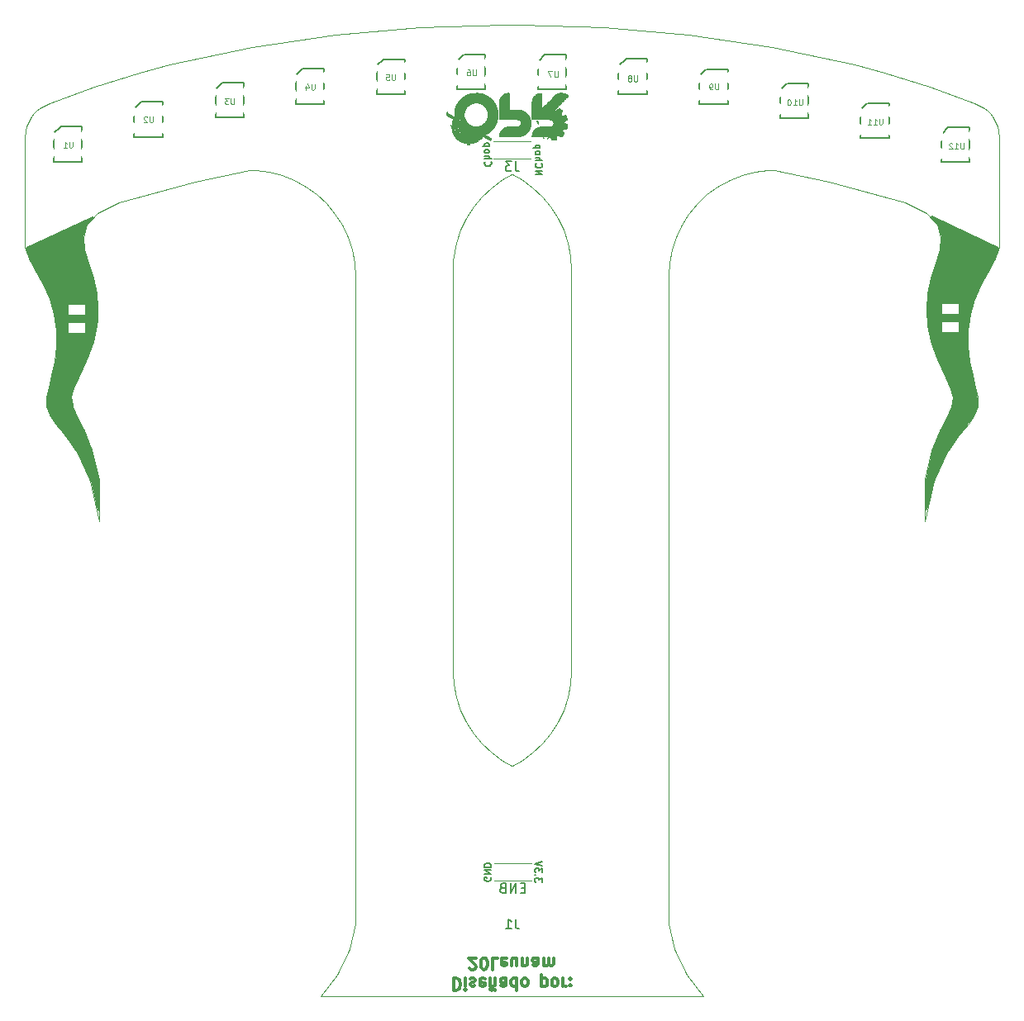
<source format=gbo>
G04 #@! TF.FileFunction,Legend,Bot*
%FSLAX46Y46*%
G04 Gerber Fmt 4.6, Leading zero omitted, Abs format (unit mm)*
G04 Created by KiCad (PCBNEW 4.0.7) date 02/25/18 15:11:15*
%MOMM*%
%LPD*%
G01*
G04 APERTURE LIST*
%ADD10C,0.100000*%
%ADD11C,0.150000*%
%ADD12C,0.300000*%
%ADD13C,0.120000*%
%ADD14C,0.010000*%
%ADD15C,0.125000*%
%ADD16C,0.254000*%
%ADD17C,3.600000*%
%ADD18R,1.600000X1.600000*%
%ADD19C,1.600000*%
%ADD20R,1.400000X1.400000*%
%ADD21O,1.400000X1.400000*%
%ADD22R,1.370000X1.670000*%
%ADD23C,1.455599*%
%ADD24R,2.100000X2.100000*%
%ADD25O,2.100000X2.100000*%
%ADD26R,1.700000X1.100000*%
G04 APERTURE END LIST*
D10*
D11*
X52352773Y84270721D02*
X53052773Y84270721D01*
X52352773Y84670721D01*
X53052773Y84670721D01*
X52419440Y85404054D02*
X52386107Y85370720D01*
X52352773Y85270720D01*
X52352773Y85204054D01*
X52386107Y85104054D01*
X52452773Y85037387D01*
X52519440Y85004054D01*
X52652773Y84970720D01*
X52752773Y84970720D01*
X52886107Y85004054D01*
X52952773Y85037387D01*
X53019440Y85104054D01*
X53052773Y85204054D01*
X53052773Y85270720D01*
X53019440Y85370720D01*
X52986107Y85404054D01*
X52352773Y85704054D02*
X53052773Y85704054D01*
X52352773Y86004054D02*
X52719440Y86004054D01*
X52786107Y85970720D01*
X52819440Y85904054D01*
X52819440Y85804054D01*
X52786107Y85737387D01*
X52752773Y85704054D01*
X52352773Y86437387D02*
X52386107Y86370720D01*
X52419440Y86337387D01*
X52486107Y86304053D01*
X52686107Y86304053D01*
X52752773Y86337387D01*
X52786107Y86370720D01*
X52819440Y86437387D01*
X52819440Y86537387D01*
X52786107Y86604053D01*
X52752773Y86637387D01*
X52686107Y86670720D01*
X52486107Y86670720D01*
X52419440Y86637387D01*
X52386107Y86604053D01*
X52352773Y86537387D01*
X52352773Y86437387D01*
X52819440Y86970720D02*
X52119440Y86970720D01*
X52786107Y86970720D02*
X52819440Y87037386D01*
X52819440Y87170720D01*
X52786107Y87237386D01*
X52752773Y87270720D01*
X52686107Y87304053D01*
X52486107Y87304053D01*
X52419440Y87270720D01*
X52386107Y87237386D01*
X52352773Y87170720D01*
X52352773Y87037386D01*
X52386107Y86970720D01*
X47207360Y85580948D02*
X47174027Y85547614D01*
X47140693Y85447614D01*
X47140693Y85380948D01*
X47174027Y85280948D01*
X47240693Y85214281D01*
X47307360Y85180948D01*
X47440693Y85147614D01*
X47540693Y85147614D01*
X47674027Y85180948D01*
X47740693Y85214281D01*
X47807360Y85280948D01*
X47840693Y85380948D01*
X47840693Y85447614D01*
X47807360Y85547614D01*
X47774027Y85580948D01*
X47140693Y85880948D02*
X47840693Y85880948D01*
X47140693Y86180948D02*
X47507360Y86180948D01*
X47574027Y86147614D01*
X47607360Y86080948D01*
X47607360Y85980948D01*
X47574027Y85914281D01*
X47540693Y85880948D01*
X47140693Y86614281D02*
X47174027Y86547614D01*
X47207360Y86514281D01*
X47274027Y86480947D01*
X47474027Y86480947D01*
X47540693Y86514281D01*
X47574027Y86547614D01*
X47607360Y86614281D01*
X47607360Y86714281D01*
X47574027Y86780947D01*
X47540693Y86814281D01*
X47474027Y86847614D01*
X47274027Y86847614D01*
X47207360Y86814281D01*
X47174027Y86780947D01*
X47140693Y86714281D01*
X47140693Y86614281D01*
X47607360Y87147614D02*
X46907360Y87147614D01*
X47574027Y87147614D02*
X47607360Y87214280D01*
X47607360Y87347614D01*
X47574027Y87414280D01*
X47540693Y87447614D01*
X47474027Y87480947D01*
X47274027Y87480947D01*
X47207360Y87447614D01*
X47174027Y87414280D01*
X47140693Y87347614D01*
X47140693Y87214280D01*
X47174027Y87147614D01*
X53012133Y11763187D02*
X53012133Y12196520D01*
X52745467Y11963187D01*
X52745467Y12063187D01*
X52712133Y12129854D01*
X52678800Y12163187D01*
X52612133Y12196520D01*
X52445467Y12196520D01*
X52378800Y12163187D01*
X52345467Y12129854D01*
X52312133Y12063187D01*
X52312133Y11863187D01*
X52345467Y11796520D01*
X52378800Y11763187D01*
X52378800Y12496521D02*
X52345467Y12529854D01*
X52312133Y12496521D01*
X52345467Y12463187D01*
X52378800Y12496521D01*
X52312133Y12496521D01*
X53012133Y12763187D02*
X53012133Y13196520D01*
X52745467Y12963187D01*
X52745467Y13063187D01*
X52712133Y13129854D01*
X52678800Y13163187D01*
X52612133Y13196520D01*
X52445467Y13196520D01*
X52378800Y13163187D01*
X52345467Y13129854D01*
X52312133Y13063187D01*
X52312133Y12863187D01*
X52345467Y12796520D01*
X52378800Y12763187D01*
X53012133Y13396521D02*
X52312133Y13629854D01*
X53012133Y13863187D01*
X47776880Y12237787D02*
X47810213Y12171121D01*
X47810213Y12071121D01*
X47776880Y11971121D01*
X47710213Y11904454D01*
X47643547Y11871121D01*
X47510213Y11837787D01*
X47410213Y11837787D01*
X47276880Y11871121D01*
X47210213Y11904454D01*
X47143547Y11971121D01*
X47110213Y12071121D01*
X47110213Y12137787D01*
X47143547Y12237787D01*
X47176880Y12271121D01*
X47410213Y12271121D01*
X47410213Y12137787D01*
X47110213Y12571121D02*
X47810213Y12571121D01*
X47110213Y12971121D01*
X47810213Y12971121D01*
X47110213Y13304454D02*
X47810213Y13304454D01*
X47810213Y13471120D01*
X47776880Y13571120D01*
X47710213Y13637787D01*
X47643547Y13671120D01*
X47510213Y13704454D01*
X47410213Y13704454D01*
X47276880Y13671120D01*
X47210213Y13637787D01*
X47143547Y13571120D01*
X47110213Y13471120D01*
X47110213Y13304454D01*
D12*
X43970052Y1885537D02*
X43970052Y685537D01*
X44255767Y685537D01*
X44427195Y742680D01*
X44541481Y856966D01*
X44598624Y971251D01*
X44655767Y1199823D01*
X44655767Y1371251D01*
X44598624Y1599823D01*
X44541481Y1714109D01*
X44427195Y1828394D01*
X44255767Y1885537D01*
X43970052Y1885537D01*
X45170052Y1885537D02*
X45170052Y1085537D01*
X45170052Y685537D02*
X45112909Y742680D01*
X45170052Y799823D01*
X45227195Y742680D01*
X45170052Y685537D01*
X45170052Y799823D01*
X45684338Y1828394D02*
X45798624Y1885537D01*
X46027196Y1885537D01*
X46141481Y1828394D01*
X46198624Y1714109D01*
X46198624Y1656966D01*
X46141481Y1542680D01*
X46027196Y1485537D01*
X45855767Y1485537D01*
X45741481Y1428394D01*
X45684338Y1314109D01*
X45684338Y1256966D01*
X45741481Y1142680D01*
X45855767Y1085537D01*
X46027196Y1085537D01*
X46141481Y1142680D01*
X47170053Y1828394D02*
X47055767Y1885537D01*
X46827196Y1885537D01*
X46712910Y1828394D01*
X46655767Y1714109D01*
X46655767Y1256966D01*
X46712910Y1142680D01*
X46827196Y1085537D01*
X47055767Y1085537D01*
X47170053Y1142680D01*
X47227196Y1256966D01*
X47227196Y1371251D01*
X46655767Y1485537D01*
X47741481Y1085537D02*
X47741481Y1885537D01*
X47741481Y1199823D02*
X47798624Y1142680D01*
X47912910Y1085537D01*
X48084338Y1085537D01*
X48198624Y1142680D01*
X48255767Y1256966D01*
X48255767Y1885537D01*
X47684338Y799823D02*
X47741481Y742680D01*
X47855767Y685537D01*
X48084338Y799823D01*
X48198624Y742680D01*
X48255767Y685537D01*
X49341481Y1885537D02*
X49341481Y1256966D01*
X49284338Y1142680D01*
X49170052Y1085537D01*
X48941481Y1085537D01*
X48827195Y1142680D01*
X49341481Y1828394D02*
X49227195Y1885537D01*
X48941481Y1885537D01*
X48827195Y1828394D01*
X48770052Y1714109D01*
X48770052Y1599823D01*
X48827195Y1485537D01*
X48941481Y1428394D01*
X49227195Y1428394D01*
X49341481Y1371251D01*
X50427195Y1885537D02*
X50427195Y685537D01*
X50427195Y1828394D02*
X50312909Y1885537D01*
X50084338Y1885537D01*
X49970052Y1828394D01*
X49912909Y1771251D01*
X49855766Y1656966D01*
X49855766Y1314109D01*
X49912909Y1199823D01*
X49970052Y1142680D01*
X50084338Y1085537D01*
X50312909Y1085537D01*
X50427195Y1142680D01*
X51170052Y1885537D02*
X51055766Y1828394D01*
X50998623Y1771251D01*
X50941480Y1656966D01*
X50941480Y1314109D01*
X50998623Y1199823D01*
X51055766Y1142680D01*
X51170052Y1085537D01*
X51341480Y1085537D01*
X51455766Y1142680D01*
X51512909Y1199823D01*
X51570052Y1314109D01*
X51570052Y1656966D01*
X51512909Y1771251D01*
X51455766Y1828394D01*
X51341480Y1885537D01*
X51170052Y1885537D01*
X52998623Y1085537D02*
X52998623Y2285537D01*
X52998623Y1142680D02*
X53112909Y1085537D01*
X53341480Y1085537D01*
X53455766Y1142680D01*
X53512909Y1199823D01*
X53570052Y1314109D01*
X53570052Y1656966D01*
X53512909Y1771251D01*
X53455766Y1828394D01*
X53341480Y1885537D01*
X53112909Y1885537D01*
X52998623Y1828394D01*
X54255766Y1885537D02*
X54141480Y1828394D01*
X54084337Y1771251D01*
X54027194Y1656966D01*
X54027194Y1314109D01*
X54084337Y1199823D01*
X54141480Y1142680D01*
X54255766Y1085537D01*
X54427194Y1085537D01*
X54541480Y1142680D01*
X54598623Y1199823D01*
X54655766Y1314109D01*
X54655766Y1656966D01*
X54598623Y1771251D01*
X54541480Y1828394D01*
X54427194Y1885537D01*
X54255766Y1885537D01*
X55170051Y1885537D02*
X55170051Y1085537D01*
X55170051Y1314109D02*
X55227194Y1199823D01*
X55284337Y1142680D01*
X55398623Y1085537D01*
X55512908Y1085537D01*
X55912908Y1771251D02*
X55970051Y1828394D01*
X55912908Y1885537D01*
X55855765Y1828394D01*
X55912908Y1771251D01*
X55912908Y1885537D01*
X55912908Y1142680D02*
X55970051Y1199823D01*
X55912908Y1256966D01*
X55855765Y1199823D01*
X55912908Y1142680D01*
X55912908Y1256966D01*
X45598623Y2899823D02*
X45655766Y2842680D01*
X45770052Y2785537D01*
X46055766Y2785537D01*
X46170052Y2842680D01*
X46227195Y2899823D01*
X46284338Y3014109D01*
X46284338Y3128394D01*
X46227195Y3299823D01*
X45541481Y3985537D01*
X46284338Y3985537D01*
X47027195Y2785537D02*
X47141480Y2785537D01*
X47255766Y2842680D01*
X47312909Y2899823D01*
X47370052Y3014109D01*
X47427195Y3242680D01*
X47427195Y3528394D01*
X47370052Y3756966D01*
X47312909Y3871251D01*
X47255766Y3928394D01*
X47141480Y3985537D01*
X47027195Y3985537D01*
X46912909Y3928394D01*
X46855766Y3871251D01*
X46798623Y3756966D01*
X46741480Y3528394D01*
X46741480Y3242680D01*
X46798623Y3014109D01*
X46855766Y2899823D01*
X46912909Y2842680D01*
X47027195Y2785537D01*
X48512909Y3985537D02*
X47941480Y3985537D01*
X47941480Y2785537D01*
X49370052Y3928394D02*
X49255766Y3985537D01*
X49027195Y3985537D01*
X48912909Y3928394D01*
X48855766Y3814109D01*
X48855766Y3356966D01*
X48912909Y3242680D01*
X49027195Y3185537D01*
X49255766Y3185537D01*
X49370052Y3242680D01*
X49427195Y3356966D01*
X49427195Y3471251D01*
X48855766Y3585537D01*
X50455766Y3185537D02*
X50455766Y3985537D01*
X49941480Y3185537D02*
X49941480Y3814109D01*
X49998623Y3928394D01*
X50112909Y3985537D01*
X50284337Y3985537D01*
X50398623Y3928394D01*
X50455766Y3871251D01*
X51027194Y3185537D02*
X51027194Y3985537D01*
X51027194Y3299823D02*
X51084337Y3242680D01*
X51198623Y3185537D01*
X51370051Y3185537D01*
X51484337Y3242680D01*
X51541480Y3356966D01*
X51541480Y3985537D01*
X52627194Y3985537D02*
X52627194Y3356966D01*
X52570051Y3242680D01*
X52455765Y3185537D01*
X52227194Y3185537D01*
X52112908Y3242680D01*
X52627194Y3928394D02*
X52512908Y3985537D01*
X52227194Y3985537D01*
X52112908Y3928394D01*
X52055765Y3814109D01*
X52055765Y3699823D01*
X52112908Y3585537D01*
X52227194Y3528394D01*
X52512908Y3528394D01*
X52627194Y3471251D01*
X53198622Y3985537D02*
X53198622Y3185537D01*
X53198622Y3299823D02*
X53255765Y3242680D01*
X53370051Y3185537D01*
X53541479Y3185537D01*
X53655765Y3242680D01*
X53712908Y3356966D01*
X53712908Y3985537D01*
X53712908Y3356966D02*
X53770051Y3242680D01*
X53884337Y3185537D01*
X54055765Y3185537D01*
X54170051Y3242680D01*
X54227194Y3356966D01*
X54227194Y3985537D01*
D10*
X43860720Y75483720D02*
X44246800Y77292200D01*
X43865800Y34152840D02*
X43916600Y33258760D01*
X50955573Y83762972D02*
X49991563Y84292530D01*
X97124595Y63725083D02*
X97441436Y62490152D01*
X96820768Y65136804D02*
X97124595Y63725083D01*
X96632601Y66687713D02*
X96820768Y65136804D01*
X96638125Y68319403D02*
X96632601Y66687713D01*
X96880350Y69963922D02*
X96638125Y68319403D01*
X98025607Y73043514D02*
X97359175Y71555608D01*
X97359175Y71555608D02*
X96880350Y69963922D01*
X98778291Y74404414D02*
X98025607Y73043514D01*
X99850757Y76814051D02*
X99462352Y75656394D01*
X99462352Y75656394D02*
X98778291Y74404414D01*
X99850757Y76814051D02*
X99850757Y88055035D01*
X50735Y88055035D02*
X130724Y88822828D01*
X1263025Y90804890D02*
X1561489Y91050445D01*
X76547895Y97375154D02*
X85006687Y95599644D01*
X40511677Y99413209D02*
X31902509Y98647824D01*
X367255Y89557646D02*
X541302Y89902733D01*
X1883792Y91263751D02*
X2226461Y91442512D01*
X2544677Y91581566D02*
X2226461Y91442512D01*
X991611Y90529731D02*
X1263025Y90804890D01*
X7132339Y93308757D02*
X2544677Y91581566D01*
X130724Y88822828D02*
X229903Y89196381D01*
X23353596Y97375154D02*
X14894804Y95599644D01*
X229903Y89196381D02*
X367255Y89557646D01*
X50735Y76814051D02*
X50735Y88055035D01*
X98909880Y90529731D02*
X98638467Y90804890D01*
X541302Y89902733D02*
X750171Y90227929D01*
X50828764Y99666319D02*
X59389815Y99413209D01*
X49072727Y99666319D02*
X40511677Y99413209D01*
X98638467Y90804890D02*
X98340002Y91050445D01*
X1561489Y91050445D02*
X1883792Y91263751D01*
X50735Y76814051D02*
X439139Y75656394D01*
X11770129Y94748269D02*
X7132339Y93308757D01*
X99151321Y90227929D02*
X98909880Y90529731D01*
X14894804Y95599644D02*
X11770129Y94748269D01*
X750171Y90227929D02*
X991611Y90529731D01*
X98017700Y91263751D02*
X97675030Y91442512D01*
X98340002Y91050445D02*
X98017700Y91263751D01*
X59389815Y99413209D02*
X67998983Y98647824D01*
X97356815Y91581566D02*
X97675030Y91442512D01*
X92769153Y93308757D02*
X97356815Y91581566D01*
X88131362Y94748269D02*
X92769153Y93308757D01*
X85006687Y95599644D02*
X88131362Y94748269D01*
X38248565Y5464032D02*
X38429547Y5535688D01*
X37358521Y4061546D02*
X37370743Y4255813D01*
X60004956Y2867247D02*
X60162432Y2752834D01*
X37370743Y4255813D02*
X37407217Y4447017D01*
X60333007Y2659060D02*
X60513989Y2587404D01*
X38811200Y5608492D02*
X39005851Y5608492D01*
X37407217Y3676076D02*
X37370743Y3867279D01*
X39896535Y2867247D02*
X39739059Y2752834D01*
X37550246Y3314826D02*
X37467367Y3490952D01*
X37467367Y4632141D02*
X37550246Y4808267D01*
X39568485Y5464032D02*
X39739059Y5370259D01*
X62351246Y3314826D02*
X62434124Y3490952D01*
X62351246Y4808267D02*
X62246946Y4972616D01*
X40446308Y3867279D02*
X40409834Y3676076D01*
X59551809Y4632141D02*
X59491658Y4447017D01*
X59634687Y4808267D02*
X59551809Y4632141D01*
X61283408Y5584096D02*
X61090292Y5608492D01*
X61090292Y5608492D02*
X60895641Y5608492D01*
X61823500Y5370259D02*
X61652926Y5464032D01*
X59455184Y4255813D02*
X59442962Y4061546D01*
X39198967Y2538997D02*
X39005851Y2514600D01*
X62122871Y5122598D02*
X61980977Y5255845D01*
X37920515Y2867247D02*
X37778620Y3000495D01*
X59863062Y5122598D02*
X59738986Y4972616D01*
X61980977Y5255845D02*
X61823500Y5370259D01*
X39387503Y5535688D02*
X39568485Y5464032D01*
X61980977Y2867247D02*
X62122871Y3000495D01*
X59738986Y3150476D02*
X59863062Y3000495D01*
X37654545Y4972616D02*
X37778620Y5122598D01*
X60895641Y2514600D02*
X61090292Y2514600D01*
X61471944Y2587404D02*
X61652926Y2659060D01*
X60702524Y2538997D02*
X60895641Y2514600D01*
X59634687Y3314826D02*
X59738986Y3150476D01*
X62530749Y3867279D02*
X62542971Y4061546D01*
X60162432Y2752834D02*
X60333007Y2659060D01*
X39739059Y2752834D02*
X39568485Y2659060D01*
X60004956Y5255845D02*
X59863062Y5122598D01*
X62122871Y3000495D02*
X62246946Y3150476D01*
X62494275Y3676076D02*
X62530749Y3867279D01*
X40266805Y4808267D02*
X40349683Y4632141D01*
X60895641Y5608492D02*
X60702524Y5584096D01*
X61471944Y5535688D02*
X61283408Y5584096D01*
X59491658Y3676076D02*
X59551809Y3490952D01*
X40349683Y3490952D02*
X40266805Y3314826D01*
X61823500Y2752834D02*
X61980977Y2867247D01*
X39896535Y5255845D02*
X40038430Y5122598D01*
X59442962Y4061546D02*
X59455184Y3867279D01*
X59455184Y3867279D02*
X59491658Y3676076D01*
X61652926Y5464032D02*
X61471944Y5535688D01*
X40162505Y4972616D02*
X40266805Y4808267D01*
X60702524Y5584096D02*
X60513989Y5535688D01*
X62530749Y4255813D02*
X62494275Y4447017D01*
X60162432Y5370259D02*
X60004956Y5255845D01*
X40266805Y3314826D02*
X40162505Y3150476D01*
X39198967Y5584096D02*
X39387503Y5535688D01*
X39739059Y5370259D02*
X39896535Y5255845D01*
X38618083Y5584096D02*
X38811200Y5608492D01*
X40038430Y3000495D02*
X39896535Y2867247D01*
X60333007Y5464032D02*
X60162432Y5370259D01*
X59863062Y3000495D02*
X60004956Y2867247D01*
X59551809Y3490952D02*
X59634687Y3314826D01*
X39005851Y5608492D02*
X39198967Y5584096D01*
X37654545Y3150476D02*
X37550246Y3314826D01*
X33906674Y10492500D02*
X33906674Y73869753D01*
X65994817Y10492500D02*
X65994817Y73869753D01*
X67338129Y79099936D02*
X68068882Y80250977D01*
X32563362Y79099936D02*
X31832610Y80250977D01*
X33565484Y76569721D02*
X33144041Y77866362D01*
X68068882Y80250977D02*
X68938176Y81301319D01*
X69932294Y82234390D02*
X71035550Y83035465D01*
X28865942Y83035465D02*
X27670960Y83691903D01*
X31832610Y80250977D02*
X30963316Y81301319D01*
X33821039Y75230473D02*
X33565484Y76569721D01*
X65994817Y7492491D02*
X65994817Y10492500D01*
X30963316Y81301319D02*
X29969197Y82234390D01*
X33906674Y73869753D02*
X33821039Y75230473D01*
X6415126Y79119764D02*
X6019957Y77848888D01*
X23729656Y84702158D02*
X23058620Y84702158D01*
X66757450Y77866362D02*
X67338129Y79099936D01*
X7033109Y73720627D02*
X7377452Y72127070D01*
X29969197Y82234390D02*
X28865942Y83035465D01*
X33906674Y7492491D02*
X33906674Y10492500D01*
X6578115Y75207759D02*
X7033109Y73720627D01*
X25082392Y84531876D02*
X23729656Y84702158D01*
X27670960Y83691903D02*
X26403108Y84193344D01*
X66080453Y75230473D02*
X66336008Y76569721D01*
X68938176Y81301319D02*
X69932294Y82234390D01*
X71035550Y83035465D02*
X72230532Y83691903D01*
X6167738Y76574136D02*
X6578115Y75207759D01*
X6019957Y77848888D02*
X6167738Y76574136D01*
X7490342Y80322153D02*
X6415126Y79119764D01*
X26403108Y84193344D02*
X25082392Y84531876D01*
X7490342Y80322153D02*
X9713785Y81417451D01*
X65994817Y73869753D02*
X66080453Y75230473D01*
X33144041Y77866362D02*
X32563362Y79099936D01*
X66336008Y76569721D02*
X66757450Y77866362D01*
X93801709Y58063694D02*
X92958939Y56025139D01*
X95096702Y61405344D02*
X94976050Y60517705D01*
X94976050Y60517705D02*
X94525931Y59473092D01*
X92280854Y53034982D02*
X92207992Y48712244D01*
X95701054Y57531999D02*
X94454946Y55711784D01*
X92411149Y80322153D02*
X90187706Y81417451D01*
X92524040Y72127070D02*
X92384710Y70470771D01*
X94454946Y55711784D02*
X93173181Y52926480D01*
X92819806Y67214145D02*
X93324619Y65735670D01*
X92958939Y56025139D02*
X92280854Y53034982D01*
X92487792Y68811708D02*
X92819806Y67214145D01*
X93324619Y65735670D02*
X93913810Y64417291D01*
X72230532Y83691903D02*
X73498384Y84193344D01*
X97357478Y59690124D02*
X96701072Y58761171D01*
X73498384Y84193344D02*
X74819099Y84531876D01*
X74819099Y84531876D02*
X76171836Y84702158D01*
X76171836Y84702158D02*
X76842872Y84702158D01*
X97659078Y60533628D02*
X97357478Y59690124D01*
X92384710Y70470771D02*
X92487792Y68811708D01*
X94525931Y59473092D02*
X93801709Y58063694D01*
X92411149Y80322153D02*
X93486366Y79119764D01*
X93486366Y79119764D02*
X93881535Y77848888D01*
X93733754Y76574136D02*
X93323376Y75207759D01*
X93173181Y52926480D02*
X92207992Y48712244D01*
X93881535Y77848888D02*
X93733754Y76574136D01*
X93913810Y64417291D02*
X94479174Y63274572D01*
X94907370Y62289824D02*
X95096702Y61405344D01*
X96701072Y58761171D02*
X95701054Y57531999D01*
X92868382Y73720627D02*
X92524040Y72127070D01*
X94479174Y63274572D02*
X94907370Y62289824D01*
X93323376Y75207759D02*
X92868382Y73720627D01*
X46850063Y82027040D02*
X47844182Y82960110D01*
X99770768Y88822828D02*
X99671589Y89196381D01*
X50954617Y24222125D02*
X49990607Y23692567D01*
X53921285Y27006613D02*
X53051991Y25956271D01*
X45980769Y80976697D02*
X46850063Y82027040D01*
X46849501Y25956271D02*
X47843619Y25023200D01*
X44668775Y29391228D02*
X45249454Y28157654D01*
X99850757Y88055035D02*
X99770768Y88822828D01*
X45249454Y28157654D02*
X45980207Y27006613D01*
X43991778Y32027117D02*
X44247333Y30687869D01*
X99671589Y89196381D02*
X99534236Y89557646D01*
X44247333Y30687869D02*
X44668775Y29391228D01*
X43868327Y34151223D02*
X43860984Y75484473D01*
X99360189Y89902733D02*
X99151321Y90227929D01*
X54652037Y28157654D02*
X53921285Y27006613D01*
X55232716Y29391228D02*
X54652037Y28157654D01*
X99534236Y89557646D02*
X99360189Y89902733D01*
X45980207Y27006613D02*
X46849501Y25956271D01*
X48946875Y24222125D02*
X49910884Y23692567D01*
X43914047Y33262223D02*
X43991778Y32027117D01*
X55987444Y33262223D02*
X55909714Y32027117D01*
X55909714Y32027117D02*
X55654159Y30687869D01*
X55654159Y30687869D02*
X55232716Y29391228D01*
X53051991Y25956271D02*
X52057872Y25023200D01*
X44669338Y78592083D02*
X45250017Y79825656D01*
X44247895Y77295441D02*
X44669338Y78592083D01*
X45250017Y79825656D02*
X45980769Y80976697D01*
X40266805Y86181416D02*
X40162505Y86017067D01*
X60333007Y88330623D02*
X60162432Y88236849D01*
X61471944Y85453995D02*
X61652926Y85525651D01*
X38811200Y88475083D02*
X39005851Y88475083D01*
X37370743Y87122404D02*
X37407217Y87313607D01*
X59442962Y86928137D02*
X59455184Y86733870D01*
X59455184Y86733870D02*
X59491658Y86542666D01*
X38811200Y85381191D02*
X38618083Y85405587D01*
X38077991Y85619425D02*
X37920515Y85733838D01*
X37920515Y88122436D02*
X38077991Y88236849D01*
X60513989Y85453995D02*
X60702524Y85405587D01*
X39005851Y88475083D02*
X39198967Y88450687D01*
X37407217Y87313607D02*
X37467367Y87498732D01*
X38429547Y85453995D02*
X38248565Y85525651D01*
X40038430Y85867086D02*
X39896535Y85733838D01*
X38618083Y88450687D02*
X38811200Y88475083D01*
X40349683Y87498732D02*
X40409834Y87313607D01*
X40458530Y86928137D02*
X40446308Y86733870D01*
X39568485Y85525651D02*
X39387503Y85453995D01*
X40162505Y86017067D02*
X40038430Y85867086D01*
X37550246Y87674857D02*
X37654545Y87839207D01*
X40446308Y87122404D02*
X40458530Y86928137D01*
X40266805Y87674857D02*
X40349683Y87498732D01*
X49950746Y23714464D02*
X49990607Y23692567D01*
X38077991Y88236849D02*
X38248565Y88330623D01*
X38618083Y85405587D02*
X38429547Y85453995D01*
X37358521Y86928137D02*
X37370743Y87122404D01*
X37467367Y86357542D02*
X37407217Y86542666D01*
X39739059Y88236849D02*
X39896535Y88122436D01*
X49950746Y23714464D02*
X49910884Y23692567D01*
X39387503Y88402279D02*
X39568485Y88330623D01*
X61283408Y88450687D02*
X61090292Y88475083D01*
X39568485Y88330623D02*
X39739059Y88236849D01*
X39896535Y85733838D02*
X39739059Y85619425D01*
X38248565Y88330623D02*
X38429547Y88402279D01*
X39005851Y85381191D02*
X38811200Y85381191D01*
X61283408Y85405587D02*
X61471944Y85453995D01*
X40446308Y86733870D02*
X40409834Y86542666D01*
X59738986Y87839207D02*
X59634687Y87674857D01*
X37407217Y86542666D02*
X37370743Y86733870D01*
X60333007Y85525651D02*
X60513989Y85453995D01*
X59738986Y86017067D02*
X59863062Y85867086D01*
X60162432Y85619425D02*
X60333007Y85525651D01*
X37654545Y87839207D02*
X37778620Y87989188D01*
X37778620Y85867086D02*
X37654545Y86017067D01*
X37654545Y86017067D02*
X37550246Y86181416D01*
X39198967Y85405587D02*
X39005851Y85381191D01*
X37467367Y87498732D02*
X37550246Y87674857D01*
X37370743Y86733870D02*
X37358521Y86928137D01*
X37778620Y87989188D02*
X37920515Y88122436D01*
X38429547Y88402279D02*
X38618083Y88450687D01*
X40409834Y87313607D02*
X40446308Y87122404D01*
X40038430Y87989188D02*
X40162505Y87839207D01*
X37920515Y85733838D02*
X37778620Y85867086D01*
X40162505Y87839207D02*
X40266805Y87674857D01*
X39739059Y85619425D02*
X39568485Y85525651D01*
X40409834Y86542666D02*
X40349683Y86357542D01*
X37550246Y86181416D02*
X37467367Y86357542D01*
X39896535Y88122436D02*
X40038430Y87989188D01*
X39198967Y88450687D02*
X39387503Y88402279D01*
X40349683Y86357542D02*
X40266805Y86181416D01*
X39387503Y85453995D02*
X39198967Y85405587D01*
X38248565Y85525651D02*
X38077991Y85619425D01*
X55653596Y77295441D02*
X55232154Y78592083D01*
X30359787Y61534D02*
X32007880Y2298834D01*
X69541705Y61534D02*
X67893611Y2298834D01*
X55909152Y75956194D02*
X55653596Y77295441D01*
X33286803Y4869339D02*
X33906674Y7492491D01*
X55232154Y78592083D02*
X54651475Y79825656D01*
X53051428Y82027040D02*
X52057310Y82960110D01*
X54651475Y79825656D02*
X53920723Y80976697D01*
X55987444Y33262223D02*
X55994787Y74595473D01*
X69541705Y61534D02*
X30359787Y61534D01*
X53920723Y80976697D02*
X53051428Y82027040D01*
X66614689Y4869339D02*
X65994817Y7492491D01*
X55994787Y74595473D02*
X55909152Y75956194D01*
X61090292Y2514600D02*
X61283408Y2538997D01*
X82458238Y83523486D02*
X90187706Y81417451D01*
X67998983Y98647824D02*
X76547895Y97375154D01*
X9713785Y81417451D02*
X17443253Y83523486D01*
X61283408Y2538997D02*
X61471944Y2587404D01*
X62494275Y4447017D02*
X62434124Y4632141D01*
X62434124Y4632141D02*
X62351246Y4808267D01*
X48947437Y83761185D02*
X47844182Y82960110D01*
X62434124Y3490952D02*
X62494275Y3676076D01*
X23058620Y84702158D02*
X17443253Y83523486D01*
X62542971Y4061546D02*
X62530749Y4255813D01*
X61652926Y2659060D02*
X61823500Y2752834D01*
X59491658Y4447017D02*
X59455184Y4255813D01*
X66614689Y4869339D02*
X67893611Y2298834D01*
X59738986Y4972616D02*
X59634687Y4808267D01*
X52057310Y82960110D02*
X50954055Y83761185D01*
X50954617Y24222125D02*
X52057872Y25023200D01*
X49072727Y99666319D02*
X50828764Y99666319D01*
X47843619Y25023200D02*
X48946875Y24222125D01*
X60513989Y5535688D02*
X60333007Y5464032D01*
X32007880Y2298834D02*
X33286803Y4869339D01*
X23353596Y97375154D02*
X31902509Y98647824D01*
X62246946Y3150476D02*
X62351246Y3314826D01*
X82458238Y83523486D02*
X76842872Y84702158D01*
X60513989Y2587404D02*
X60702524Y2538997D01*
X62246946Y4972616D02*
X62122871Y5122598D01*
X97441436Y62490152D02*
X97656740Y61438142D01*
X97656740Y61438142D02*
X97659078Y60533628D01*
X6576873Y65735670D02*
X5987682Y64417291D01*
X4804789Y61405344D02*
X4925441Y60517705D01*
X2544014Y59690124D02*
X3200420Y58761171D01*
X2244752Y61438142D02*
X2242414Y60533628D01*
X6099782Y58063694D02*
X6942552Y56025139D01*
X4200438Y57531999D02*
X5446546Y55711784D01*
X2460056Y62490152D02*
X2244752Y61438142D01*
X5987682Y64417291D02*
X5422317Y63274572D01*
X2776896Y63725083D02*
X2460056Y62490152D01*
X2542317Y71555608D02*
X3021142Y69963922D01*
X3268890Y66687713D02*
X3080724Y65136804D01*
X3080724Y65136804D02*
X2776896Y63725083D01*
X4925441Y60517705D02*
X5375560Y59473092D01*
X6942552Y56025139D02*
X7620637Y53034982D01*
X4994122Y62289824D02*
X4804789Y61405344D01*
X7081686Y67214145D02*
X6576873Y65735670D01*
X7516781Y70470771D02*
X7413699Y68811708D01*
X7377452Y72127070D02*
X7516781Y70470771D01*
X1875885Y73043514D02*
X2542317Y71555608D01*
X3200420Y58761171D02*
X4200438Y57531999D01*
X5446546Y55711784D02*
X6728311Y52926480D01*
X7413699Y68811708D02*
X7081686Y67214145D01*
X439139Y75656394D02*
X1123200Y74404414D01*
X1123200Y74404414D02*
X1875885Y73043514D01*
X3021142Y69963922D02*
X3263367Y68319403D01*
X3263367Y68319403D02*
X3268890Y66687713D01*
X2242414Y60533628D02*
X2544014Y59690124D01*
X6728311Y52926480D02*
X7693500Y48712244D01*
X7620637Y53034982D02*
X7693500Y48712244D01*
X5375560Y59473092D02*
X6099782Y58063694D01*
X5422317Y63274572D02*
X4994122Y62289824D01*
X62494275Y87313607D02*
X62434124Y87498732D01*
X61980977Y88122436D02*
X61823500Y88236849D01*
X62434124Y87498732D02*
X62351246Y87674857D01*
X61652926Y88330623D02*
X61471944Y88402279D01*
X37467367Y3490952D02*
X37407217Y3676076D01*
X40038430Y5122598D02*
X40162505Y4972616D01*
X60004956Y88122436D02*
X59863062Y87989188D01*
X39005851Y2514600D02*
X38811200Y2514600D01*
X39568485Y2659060D02*
X39387503Y2587404D01*
X62542971Y86928137D02*
X62530749Y87122404D01*
X59863062Y87989188D02*
X59738986Y87839207D01*
X40162505Y3150476D02*
X40038430Y3000495D01*
X39387503Y2587404D02*
X39198967Y2538997D01*
X59455184Y87122404D02*
X59442962Y86928137D01*
X38248565Y2659060D02*
X38077991Y2752834D01*
X62122871Y85867086D02*
X62246946Y86017067D01*
X38429547Y2587404D02*
X38248565Y2659060D01*
X62122871Y87989188D02*
X61980977Y88122436D01*
X60004956Y85733838D02*
X60162432Y85619425D01*
X60702524Y88450687D02*
X60513989Y88402279D01*
X62246946Y87839207D02*
X62122871Y87989188D01*
X62530749Y86733870D02*
X62542971Y86928137D01*
X62351246Y87674857D02*
X62246946Y87839207D01*
X60702524Y85405587D02*
X60895641Y85381191D01*
X38077991Y2752834D02*
X37920515Y2867247D01*
X61652926Y85525651D02*
X61823500Y85619425D01*
X61090292Y88475083D02*
X60895641Y88475083D01*
X60895641Y85381191D02*
X61090292Y85381191D01*
X61823500Y88236849D02*
X61652926Y88330623D01*
X60162432Y88236849D02*
X60004956Y88122436D01*
X59551809Y87498732D02*
X59491658Y87313607D01*
X59491658Y86542666D02*
X59551809Y86357542D01*
X62434124Y86357542D02*
X62494275Y86542666D01*
X59863062Y85867086D02*
X60004956Y85733838D01*
X62494275Y86542666D02*
X62530749Y86733870D01*
X62351246Y86181416D02*
X62434124Y86357542D01*
X38077991Y5370259D02*
X38248565Y5464032D01*
X37778620Y3000495D02*
X37654545Y3150476D01*
X59634687Y86181416D02*
X59738986Y86017067D01*
X61471944Y88402279D02*
X61283408Y88450687D01*
X62530749Y87122404D02*
X62494275Y87313607D01*
X37778620Y5122598D02*
X37920515Y5255845D01*
X40458530Y4061546D02*
X40446308Y3867279D01*
X38429547Y5535688D02*
X38618083Y5584096D01*
X59491658Y87313607D02*
X59455184Y87122404D01*
X40409834Y3676076D02*
X40349683Y3490952D01*
X40409834Y4447017D02*
X40446308Y4255813D01*
X61090292Y85381191D02*
X61283408Y85405587D01*
X37407217Y4447017D02*
X37467367Y4632141D01*
X37370743Y3867279D02*
X37358521Y4061546D01*
X60895641Y88475083D02*
X60702524Y88450687D01*
X61980977Y85733838D02*
X62122871Y85867086D01*
X59551809Y86357542D02*
X59634687Y86181416D01*
X61823500Y85619425D02*
X61980977Y85733838D01*
X59634687Y87674857D02*
X59551809Y87498732D01*
X37550246Y4808267D02*
X37654545Y4972616D01*
X40349683Y4632141D02*
X40409834Y4447017D01*
X62246946Y86017067D02*
X62351246Y86181416D01*
X37920515Y5255845D02*
X38077991Y5370259D01*
X60513989Y88402279D02*
X60333007Y88330623D01*
X38618083Y2538997D02*
X38429547Y2587404D01*
X40446308Y4255813D02*
X40458530Y4061546D01*
X38811200Y2514600D02*
X38618083Y2538997D01*
X48948955Y83762972D02*
X49912965Y84292530D01*
X49952264Y84270942D02*
X49912965Y84292530D01*
X49952264Y84270942D02*
X49991563Y84292530D01*
D13*
X51871800Y85876400D02*
X48051800Y85876400D01*
X48051800Y85876400D02*
X48051800Y87656400D01*
X48051800Y87656400D02*
X51871800Y87656400D01*
X51871800Y85876400D02*
X51871800Y87656400D01*
X51953080Y11901440D02*
X48133080Y11901440D01*
X48133080Y11901440D02*
X48133080Y13681440D01*
X48133080Y13681440D02*
X51953080Y13681440D01*
X51953080Y11901440D02*
X51953080Y13681440D01*
D11*
X3683000Y89159080D02*
X3048000Y88524080D01*
X2995000Y88481080D02*
X2995000Y85581080D01*
X5895000Y89181080D02*
X3705000Y89181080D01*
X5895000Y85581080D02*
X5895000Y89181080D01*
X2995000Y85581080D02*
X5895000Y85581080D01*
X11948160Y91719400D02*
X11313160Y91084400D01*
X11260160Y91041400D02*
X11260160Y88141400D01*
X14160160Y91741400D02*
X11970160Y91741400D01*
X14160160Y88141400D02*
X14160160Y91741400D01*
X11260160Y88141400D02*
X14160160Y88141400D01*
X20269200Y93685360D02*
X19634200Y93050360D01*
X19581200Y93007360D02*
X19581200Y90107360D01*
X22481200Y93707360D02*
X20291200Y93707360D01*
X22481200Y90107360D02*
X22481200Y93707360D01*
X19581200Y90107360D02*
X22481200Y90107360D01*
X28473400Y95107760D02*
X27838400Y94472760D01*
X27785400Y94429760D02*
X27785400Y91529760D01*
X30685400Y95129760D02*
X28495400Y95129760D01*
X30685400Y91529760D02*
X30685400Y95129760D01*
X27785400Y91529760D02*
X30685400Y91529760D01*
X36774120Y96083120D02*
X36139120Y95448120D01*
X36086120Y95405120D02*
X36086120Y92505120D01*
X38986120Y96105120D02*
X36796120Y96105120D01*
X38986120Y92505120D02*
X38986120Y96105120D01*
X36086120Y92505120D02*
X38986120Y92505120D01*
X45029120Y96591120D02*
X44394120Y95956120D01*
X44341120Y95913120D02*
X44341120Y93013120D01*
X47241120Y96613120D02*
X45051120Y96613120D01*
X47241120Y93013120D02*
X47241120Y96613120D01*
X44341120Y93013120D02*
X47241120Y93013120D01*
X53314600Y96565720D02*
X52679600Y95930720D01*
X52626600Y95887720D02*
X52626600Y92987720D01*
X55526600Y96587720D02*
X53336600Y96587720D01*
X55526600Y92987720D02*
X55526600Y96587720D01*
X52626600Y92987720D02*
X55526600Y92987720D01*
X61559440Y96103440D02*
X60924440Y95468440D01*
X60871440Y95425440D02*
X60871440Y92525440D01*
X63771440Y96125440D02*
X61581440Y96125440D01*
X63771440Y92525440D02*
X63771440Y96125440D01*
X60871440Y92525440D02*
X63771440Y92525440D01*
X69839840Y95067120D02*
X69204840Y94432120D01*
X69151840Y94389120D02*
X69151840Y91489120D01*
X72051840Y95089120D02*
X69861840Y95089120D01*
X72051840Y91489120D02*
X72051840Y95089120D01*
X69151840Y91489120D02*
X72051840Y91489120D01*
X78130400Y93634560D02*
X77495400Y92999560D01*
X77442400Y92956560D02*
X77442400Y90056560D01*
X80342400Y93656560D02*
X78152400Y93656560D01*
X80342400Y90056560D02*
X80342400Y93656560D01*
X77442400Y90056560D02*
X80342400Y90056560D01*
X86360000Y91592400D02*
X85725000Y90957400D01*
X85672000Y90914400D02*
X85672000Y88014400D01*
X88572000Y91614400D02*
X86382000Y91614400D01*
X88572000Y88014400D02*
X88572000Y91614400D01*
X85672000Y88014400D02*
X88572000Y88014400D01*
X94635320Y89118440D02*
X94000320Y88483440D01*
X93947320Y88440440D02*
X93947320Y85540440D01*
X96847320Y89140440D02*
X94657320Y89140440D01*
X96847320Y85540440D02*
X96847320Y89140440D01*
X93947320Y85540440D02*
X96847320Y85540440D01*
D13*
X6219080Y68874080D02*
X6219080Y70074080D01*
X4459080Y70074080D02*
X4459080Y68874080D01*
X95733760Y68960440D02*
X95733760Y70160440D01*
X93973760Y70160440D02*
X93973760Y68960440D01*
D14*
G36*
X54213336Y87819461D02*
X54245211Y87819973D01*
X54267987Y87821025D01*
X54283713Y87822814D01*
X54294437Y87825537D01*
X54302206Y87829390D01*
X54306322Y87832342D01*
X54323972Y87841324D01*
X54349087Y87845117D01*
X54359860Y87845390D01*
X54387857Y87847546D01*
X54407352Y87854436D01*
X54413680Y87858732D01*
X54428571Y87868045D01*
X54440842Y87871927D01*
X54440856Y87871927D01*
X54451942Y87876080D01*
X54467249Y87886489D01*
X54472802Y87891169D01*
X54494348Y87910412D01*
X54497646Y88077546D01*
X54498777Y88129921D01*
X54499941Y88170733D01*
X54501269Y88201615D01*
X54502894Y88224199D01*
X54504949Y88240117D01*
X54507564Y88251002D01*
X54510872Y88258484D01*
X54512490Y88260992D01*
X54520880Y88276128D01*
X54524036Y88287737D01*
X54528497Y88298372D01*
X54539745Y88312982D01*
X54545792Y88319256D01*
X54558991Y88330860D01*
X54571334Y88337199D01*
X54587613Y88339838D01*
X54610427Y88340342D01*
X54634150Y88339864D01*
X54649625Y88337162D01*
X54661797Y88330337D01*
X54675608Y88317487D01*
X54679075Y88313953D01*
X54694701Y88299379D01*
X54707651Y88289795D01*
X54713174Y88287563D01*
X54722323Y88284717D01*
X54740191Y88277060D01*
X54763811Y88265909D01*
X54779936Y88257875D01*
X54805195Y88245286D01*
X54826059Y88235345D01*
X54839748Y88229351D01*
X54843447Y88228186D01*
X54851693Y88224472D01*
X54864671Y88215484D01*
X54865301Y88214992D01*
X54879914Y88205702D01*
X54891626Y88201797D01*
X54891690Y88201797D01*
X54903350Y88197950D01*
X54917968Y88188690D01*
X54918080Y88188602D01*
X54937771Y88178841D01*
X54957905Y88175407D01*
X54968972Y88176513D01*
X54980054Y88180862D01*
X54993365Y88189999D01*
X55011121Y88205470D01*
X55035537Y88228821D01*
X55038263Y88231485D01*
X55061348Y88253226D01*
X55081915Y88271040D01*
X55097732Y88283096D01*
X55106568Y88287563D01*
X55106597Y88287563D01*
X55116470Y88293141D01*
X55125962Y88306923D01*
X55126914Y88309004D01*
X55135052Y88321640D01*
X55150659Y88340861D01*
X55171605Y88364203D01*
X55195758Y88389203D01*
X55199574Y88392991D01*
X55225083Y88418347D01*
X55242627Y88436674D01*
X55253696Y88450151D01*
X55259779Y88460953D01*
X55262364Y88471258D01*
X55262940Y88483244D01*
X55262945Y88485665D01*
X55261687Y88504800D01*
X55256213Y88519156D01*
X55243975Y88534132D01*
X55236555Y88541563D01*
X55221838Y88558299D01*
X55212258Y88573728D01*
X55210166Y88581147D01*
X55205650Y88593262D01*
X55194046Y88609608D01*
X55183776Y88620732D01*
X55169133Y88636886D01*
X55159551Y88651016D01*
X55157387Y88657467D01*
X55153499Y88670163D01*
X55144192Y88685207D01*
X55135066Y88697953D01*
X55131010Y88705882D01*
X55130997Y88706077D01*
X55128160Y88715005D01*
X55120814Y88731832D01*
X55110701Y88753062D01*
X55099567Y88775200D01*
X55089156Y88794751D01*
X55081212Y88808220D01*
X55078054Y88812158D01*
X55070851Y88821804D01*
X55073488Y88836345D01*
X55086323Y88856443D01*
X55109713Y88882761D01*
X55123642Y88896679D01*
X55175664Y88947303D01*
X55504580Y88947303D01*
X55522308Y88965807D01*
X55533849Y88980350D01*
X55539812Y88992740D01*
X55540036Y88994606D01*
X55543903Y89006786D01*
X55553204Y89021641D01*
X55553231Y89021675D01*
X55562636Y89040043D01*
X55566307Y89065775D01*
X55566450Y89073694D01*
X55570951Y89110216D01*
X55579645Y89130541D01*
X55584359Y89139380D01*
X55587802Y89149548D01*
X55590169Y89163168D01*
X55591657Y89182361D01*
X55592461Y89209249D01*
X55592778Y89245954D01*
X55592815Y89273134D01*
X55592815Y89394127D01*
X55575422Y89411520D01*
X55560111Y89423152D01*
X55545440Y89428809D01*
X55543774Y89428914D01*
X55531218Y89433495D01*
X55514517Y89445335D01*
X55503750Y89455303D01*
X55485845Y89471647D01*
X55470709Y89479613D01*
X55453820Y89481693D01*
X55429855Y89486018D01*
X55412885Y89494888D01*
X55398272Y89504177D01*
X55386560Y89508082D01*
X55386495Y89508082D01*
X55374591Y89511886D01*
X55361146Y89520221D01*
X55343630Y89530915D01*
X55323011Y89540007D01*
X55322324Y89540245D01*
X55302627Y89550704D01*
X55283860Y89566303D01*
X55281106Y89569339D01*
X55272992Y89579574D01*
X55267745Y89589534D01*
X55264743Y89602338D01*
X55263361Y89621109D01*
X55262975Y89648967D01*
X55262960Y89660153D01*
X55263492Y89695388D01*
X55265627Y89719491D01*
X55270152Y89734497D01*
X55277853Y89742444D01*
X55289515Y89745369D01*
X55295913Y89745589D01*
X55314327Y89751714D01*
X55336688Y89769832D01*
X55338815Y89771979D01*
X55355641Y89786730D01*
X55371214Y89796303D01*
X55378698Y89798368D01*
X55390582Y89803388D01*
X55409553Y89817853D01*
X55434494Y89840873D01*
X55444537Y89850898D01*
X55475530Y89880585D01*
X55500452Y89900328D01*
X55520596Y89911133D01*
X55522903Y89911924D01*
X55545781Y89923406D01*
X55557154Y89936914D01*
X55565095Y89953935D01*
X55574831Y89974571D01*
X55576524Y89978136D01*
X55583560Y89994422D01*
X55584524Y90004165D01*
X55579532Y90012475D01*
X55577354Y90014941D01*
X55568734Y90028971D01*
X55566426Y90038652D01*
X55562518Y90051865D01*
X55553231Y90067061D01*
X55543392Y90086987D01*
X55539889Y90107686D01*
X55535912Y90129878D01*
X55526841Y90148030D01*
X55517606Y90162978D01*
X55513793Y90175180D01*
X55509832Y90187899D01*
X55501437Y90201569D01*
X55492757Y90218289D01*
X55486423Y90240191D01*
X55485502Y90245854D01*
X55480932Y90266286D01*
X55474081Y90282365D01*
X55471836Y90285439D01*
X55462516Y90300467D01*
X55457524Y90313989D01*
X55445537Y90338026D01*
X55425346Y90353925D01*
X55399804Y90360754D01*
X55371764Y90357576D01*
X55351754Y90348644D01*
X55340128Y90342197D01*
X55328474Y90337772D01*
X55314032Y90334986D01*
X55294044Y90333456D01*
X55265747Y90332798D01*
X55236555Y90332645D01*
X55199699Y90332361D01*
X55173554Y90331480D01*
X55155642Y90329695D01*
X55143482Y90326697D01*
X55134596Y90322179D01*
X55130997Y90319563D01*
X55112175Y90310277D01*
X55090940Y90306515D01*
X55078909Y90307571D01*
X55067442Y90312051D01*
X55053973Y90321674D01*
X55035933Y90338158D01*
X55019708Y90354199D01*
X54998978Y90375348D01*
X54981474Y90393849D01*
X54969527Y90407203D01*
X54965854Y90411927D01*
X54962566Y90423487D01*
X54960284Y90443509D01*
X54959566Y90463359D01*
X54961441Y90494348D01*
X54968301Y90519618D01*
X54975958Y90535878D01*
X54985560Y90557455D01*
X54991507Y90577631D01*
X54992452Y90585665D01*
X54996583Y90604553D01*
X55005646Y90621243D01*
X55014936Y90635857D01*
X55018841Y90647568D01*
X55018841Y90647633D01*
X55022688Y90659293D01*
X55031948Y90673910D01*
X55032036Y90674022D01*
X55041875Y90693948D01*
X55045377Y90714647D01*
X55049355Y90736839D01*
X55058426Y90754992D01*
X55066710Y90770433D01*
X55070719Y90792015D01*
X55071474Y90812132D01*
X55070959Y90835350D01*
X55068142Y90849959D01*
X55061429Y90860524D01*
X55051322Y90869860D01*
X55035602Y90880859D01*
X55022137Y90886669D01*
X55019829Y90886940D01*
X55010883Y90891408D01*
X54995203Y90903520D01*
X54975128Y90921340D01*
X54956415Y90939468D01*
X54932134Y90962622D01*
X54910358Y90981034D01*
X54893474Y90992784D01*
X54886312Y90995924D01*
X54871537Y91002723D01*
X54853083Y91015881D01*
X54841893Y91025863D01*
X54825107Y91040289D01*
X54810147Y91049734D01*
X54803113Y91051875D01*
X54788593Y91055552D01*
X54775801Y91062428D01*
X54763933Y91069277D01*
X54755501Y91067666D01*
X54749074Y91062428D01*
X54734262Y91053939D01*
X54724087Y91051875D01*
X54713122Y91047274D01*
X54696329Y91034914D01*
X54676575Y91016962D01*
X54672741Y91013114D01*
X54646092Y90988735D01*
X54622260Y90972305D01*
X54610047Y90966961D01*
X54594929Y90959758D01*
X54575710Y90945494D01*
X54551020Y90923032D01*
X54521737Y90893566D01*
X54498039Y90869601D01*
X54477054Y90849521D01*
X54460690Y90835070D01*
X54450858Y90827989D01*
X54449466Y90827563D01*
X54439058Y90831243D01*
X54423606Y90840429D01*
X54418477Y90844056D01*
X54392911Y90857161D01*
X54372663Y90860697D01*
X54351028Y90864624D01*
X54332711Y90873745D01*
X54315176Y90883189D01*
X54298781Y90886793D01*
X54284558Y90889966D01*
X54277870Y90895992D01*
X54281520Y90902819D01*
X54293686Y90918019D01*
X54313503Y90940691D01*
X54340105Y90969930D01*
X54372624Y91004834D01*
X54410196Y91044500D01*
X54451953Y91088024D01*
X54497030Y91134504D01*
X54544559Y91183036D01*
X54593676Y91232718D01*
X54643513Y91282647D01*
X54693205Y91331918D01*
X54740668Y91378446D01*
X54790207Y91426858D01*
X54843766Y91479476D01*
X54900652Y91535602D01*
X54960171Y91594537D01*
X55021629Y91655582D01*
X55084333Y91718038D01*
X55147590Y91781206D01*
X55210704Y91844388D01*
X55272983Y91906883D01*
X55333733Y91967994D01*
X55392261Y92027021D01*
X55447872Y92083265D01*
X55499873Y92136028D01*
X55547570Y92184610D01*
X55590270Y92228313D01*
X55627280Y92266437D01*
X55657904Y92298283D01*
X55681450Y92323154D01*
X55697224Y92340349D01*
X55704533Y92349169D01*
X55704971Y92350089D01*
X55700318Y92360138D01*
X55688102Y92375971D01*
X55670939Y92394976D01*
X55651444Y92414541D01*
X55632233Y92432053D01*
X55615922Y92444899D01*
X55605126Y92450468D01*
X55604415Y92450524D01*
X55594039Y92454691D01*
X55577742Y92465595D01*
X55559828Y92480212D01*
X55541097Y92495354D01*
X55524653Y92506050D01*
X55514449Y92509901D01*
X55501192Y92514526D01*
X55490555Y92523095D01*
X55477575Y92533089D01*
X55467332Y92536290D01*
X55454391Y92540187D01*
X55439275Y92549485D01*
X55423744Y92558899D01*
X55410346Y92562827D01*
X55396637Y92566848D01*
X55381698Y92575875D01*
X55366751Y92585110D01*
X55354549Y92588923D01*
X55342083Y92592909D01*
X55327119Y92602264D01*
X55309425Y92611467D01*
X55284751Y92615232D01*
X55274340Y92615459D01*
X55245843Y92617788D01*
X55226129Y92625373D01*
X55222109Y92628222D01*
X55216846Y92631785D01*
X55210119Y92634645D01*
X55200469Y92636897D01*
X55186441Y92638639D01*
X55166575Y92639965D01*
X55139415Y92640972D01*
X55103503Y92641756D01*
X55057382Y92642411D01*
X54999593Y92643035D01*
X54996499Y92643066D01*
X54787115Y92645147D01*
X54773179Y92630303D01*
X54752646Y92617662D01*
X54735652Y92615312D01*
X54713830Y92611368D01*
X54695568Y92602264D01*
X54675196Y92592494D01*
X54653726Y92589216D01*
X54628635Y92584775D01*
X54611602Y92575875D01*
X54596396Y92566535D01*
X54583545Y92562680D01*
X54570834Y92558077D01*
X54560322Y92549485D01*
X54545949Y92539395D01*
X54533717Y92536290D01*
X54518249Y92532096D01*
X54510880Y92526441D01*
X54499328Y92518286D01*
X54481465Y92510943D01*
X54478067Y92509958D01*
X54456130Y92499355D01*
X54430273Y92477960D01*
X54416254Y92463729D01*
X54392335Y92440440D01*
X54373816Y92427094D01*
X54364142Y92424034D01*
X54359214Y92421301D01*
X54348860Y92412943D01*
X54332790Y92398675D01*
X54310713Y92378213D01*
X54282338Y92351271D01*
X54247374Y92317566D01*
X54205530Y92276812D01*
X54156515Y92228724D01*
X54100038Y92173018D01*
X54035808Y92109409D01*
X53963534Y92037612D01*
X53882925Y91957343D01*
X53793690Y91868316D01*
X53695538Y91770248D01*
X53673003Y91747715D01*
X53592120Y91666907D01*
X53514170Y91589182D01*
X53439650Y91515028D01*
X53369058Y91444935D01*
X53302891Y91379392D01*
X53241645Y91318886D01*
X53185818Y91263908D01*
X53135908Y91214945D01*
X53092410Y91172487D01*
X53055823Y91137022D01*
X53026643Y91109040D01*
X53005367Y91089029D01*
X52992493Y91077477D01*
X52988550Y91074663D01*
X52987250Y91077632D01*
X52986072Y91085886D01*
X52985008Y91100019D01*
X52984051Y91120622D01*
X52983194Y91148287D01*
X52982429Y91183605D01*
X52981749Y91227170D01*
X52981146Y91279573D01*
X52980612Y91341406D01*
X52980140Y91413260D01*
X52979722Y91495730D01*
X52979352Y91589405D01*
X52979021Y91694878D01*
X52978722Y91812742D01*
X52978621Y91858190D01*
X52976945Y92638550D01*
X52873101Y92640367D01*
X52832934Y92640911D01*
X52803488Y92640778D01*
X52782296Y92639749D01*
X52766894Y92637603D01*
X52754816Y92634124D01*
X52743594Y92629090D01*
X52743065Y92628821D01*
X52721300Y92620253D01*
X52699811Y92615588D01*
X52695169Y92615312D01*
X52674267Y92611166D01*
X52656971Y92602264D01*
X52638566Y92593075D01*
X52617433Y92589070D01*
X52617387Y92589069D01*
X52596260Y92585081D01*
X52577835Y92575900D01*
X52577802Y92575875D01*
X52562997Y92566651D01*
X52551045Y92562827D01*
X52539528Y92559014D01*
X52523403Y92549689D01*
X52518426Y92546186D01*
X52501875Y92535771D01*
X52488074Y92530063D01*
X52485307Y92529693D01*
X52473838Y92525141D01*
X52460093Y92514022D01*
X52458550Y92512404D01*
X52441792Y92498346D01*
X52420661Y92485528D01*
X52416166Y92483397D01*
X52403714Y92475221D01*
X52384172Y92459183D01*
X52359120Y92436859D01*
X52330138Y92409822D01*
X52298804Y92379648D01*
X52266699Y92347909D01*
X52235402Y92316181D01*
X52206493Y92286038D01*
X52181551Y92259054D01*
X52162157Y92236804D01*
X52149889Y92220861D01*
X52146482Y92214619D01*
X52137485Y92195655D01*
X52128339Y92182904D01*
X52118963Y92168207D01*
X52115837Y92156514D01*
X52111796Y92142322D01*
X52102789Y92127251D01*
X52093558Y92112352D01*
X52089741Y92100235D01*
X52085046Y92088129D01*
X52076400Y92077771D01*
X52066274Y92063736D01*
X52063058Y92052008D01*
X52058983Y92036984D01*
X52050010Y92021693D01*
X52040639Y92002613D01*
X52036962Y91981349D01*
X52033212Y91959846D01*
X52024286Y91941570D01*
X52024223Y91941490D01*
X52016987Y91927935D01*
X52011715Y91906967D01*
X52007837Y91876066D01*
X52006900Y91865002D01*
X52003788Y91833437D01*
X51999933Y91812420D01*
X51994704Y91799304D01*
X51989804Y91793332D01*
X51988069Y91791431D01*
X51986504Y91788594D01*
X51985101Y91784163D01*
X51983851Y91777484D01*
X51982744Y91767902D01*
X51981772Y91754762D01*
X51980927Y91737409D01*
X51980199Y91715187D01*
X51979580Y91687441D01*
X51979061Y91653516D01*
X51978633Y91612758D01*
X51978288Y91564510D01*
X51978016Y91508118D01*
X51977809Y91442927D01*
X51977658Y91368281D01*
X51977555Y91283526D01*
X51977490Y91188006D01*
X51977455Y91081066D01*
X51977441Y90962050D01*
X51977439Y90869963D01*
X51977467Y90761179D01*
X51977550Y90655946D01*
X51977685Y90555027D01*
X51977868Y90459184D01*
X51978095Y90369180D01*
X51978365Y90285778D01*
X51978672Y90209740D01*
X51979014Y90141829D01*
X51979388Y90082807D01*
X51979790Y90033438D01*
X51980218Y89994484D01*
X51980666Y89966708D01*
X51981134Y89950872D01*
X51981443Y89947349D01*
X51982883Y89945883D01*
X51986446Y89944558D01*
X51992767Y89943370D01*
X52002484Y89942310D01*
X52016232Y89941371D01*
X52034649Y89940546D01*
X52058370Y89939828D01*
X52088033Y89939209D01*
X52124273Y89938683D01*
X52167727Y89938242D01*
X52219032Y89937879D01*
X52278824Y89937586D01*
X52347740Y89937357D01*
X52426416Y89937185D01*
X52515488Y89937062D01*
X52615594Y89936980D01*
X52727369Y89936934D01*
X52851450Y89936915D01*
X52904190Y89936914D01*
X53032572Y89936911D01*
X53148416Y89936897D01*
X53252380Y89936862D01*
X53345122Y89936798D01*
X53427299Y89936694D01*
X53499568Y89936542D01*
X53562587Y89936332D01*
X53617013Y89936055D01*
X53663503Y89935702D01*
X53702716Y89935263D01*
X53735308Y89934729D01*
X53761936Y89934091D01*
X53783259Y89933340D01*
X53799934Y89932467D01*
X53812617Y89931461D01*
X53821967Y89930314D01*
X53828641Y89929017D01*
X53833296Y89927559D01*
X53836590Y89925933D01*
X53839180Y89924129D01*
X53839706Y89923719D01*
X53851702Y89916532D01*
X53867347Y89912444D01*
X53890377Y89910725D01*
X53907201Y89910524D01*
X53937379Y89909575D01*
X53958035Y89906302D01*
X53972730Y89900065D01*
X53975433Y89898291D01*
X53993477Y89888085D01*
X54009439Y89882063D01*
X54020097Y89875993D01*
X54037568Y89862309D01*
X54059679Y89843056D01*
X54084253Y89820281D01*
X54109116Y89796030D01*
X54132093Y89772347D01*
X54151009Y89751278D01*
X54159060Y89741329D01*
X54170736Y89721534D01*
X54178077Y89700894D01*
X54178580Y89698101D01*
X54184994Y89676442D01*
X54194552Y89658440D01*
X54200102Y89648969D01*
X54203805Y89637147D01*
X54206013Y89620270D01*
X54207081Y89595634D01*
X54207361Y89560532D01*
X54207361Y89560258D01*
X54207084Y89525002D01*
X54206000Y89500064D01*
X54203726Y89482576D01*
X54199880Y89469666D01*
X54194081Y89458467D01*
X54193729Y89457895D01*
X54184377Y89437456D01*
X54179613Y89416782D01*
X54179497Y89414714D01*
X54177900Y89405229D01*
X54172788Y89394352D01*
X54162880Y89380423D01*
X54146896Y89361779D01*
X54123556Y89336760D01*
X54103021Y89315453D01*
X54075601Y89288001D01*
X54050595Y89264435D01*
X54029838Y89246382D01*
X54015163Y89235470D01*
X54010242Y89233074D01*
X53992229Y89226727D01*
X53973349Y89217710D01*
X53950188Y89209961D01*
X53916321Y89206016D01*
X53905785Y89205654D01*
X53873440Y89203513D01*
X53850127Y89198057D01*
X53836513Y89191490D01*
X53832267Y89189079D01*
X53827382Y89186979D01*
X53820967Y89185171D01*
X53812130Y89183631D01*
X53799980Y89182338D01*
X53783624Y89181271D01*
X53762171Y89180408D01*
X53734730Y89179727D01*
X53700409Y89179206D01*
X53658317Y89178824D01*
X53607561Y89178560D01*
X53547250Y89178390D01*
X53476493Y89178294D01*
X53394398Y89178251D01*
X53300073Y89178237D01*
X53291708Y89178237D01*
X53196305Y89178224D01*
X53113197Y89178182D01*
X53041487Y89178089D01*
X52980276Y89177922D01*
X52928665Y89177661D01*
X52885755Y89177283D01*
X52850648Y89176767D01*
X52822446Y89176092D01*
X52800249Y89175235D01*
X52783159Y89174176D01*
X52770276Y89172892D01*
X52760704Y89171362D01*
X52753542Y89169564D01*
X52747893Y89167477D01*
X52742857Y89165078D01*
X52742737Y89165017D01*
X52721355Y89156569D01*
X52700538Y89152056D01*
X52696209Y89151823D01*
X52675808Y89147631D01*
X52658771Y89138628D01*
X52639317Y89128944D01*
X52619187Y89125433D01*
X52597193Y89121301D01*
X52579602Y89112238D01*
X52565304Y89102976D01*
X52554228Y89099045D01*
X52554115Y89099043D01*
X52543628Y89095554D01*
X52527634Y89086787D01*
X52521097Y89082550D01*
X52504052Y89072404D01*
X52490234Y89066592D01*
X52486967Y89066056D01*
X52476732Y89061884D01*
X52461371Y89051219D01*
X52451583Y89042966D01*
X52434907Y89029730D01*
X52420488Y89021377D01*
X52414883Y89019875D01*
X52406879Y89015308D01*
X52391334Y89002595D01*
X52369731Y88983220D01*
X52343552Y88958666D01*
X52314279Y88930414D01*
X52283393Y88899947D01*
X52252377Y88868749D01*
X52222712Y88838302D01*
X52195881Y88810088D01*
X52173366Y88785591D01*
X52156649Y88766293D01*
X52147211Y88753678D01*
X52145739Y88750598D01*
X52138431Y88732905D01*
X52128770Y88717674D01*
X52119569Y88702798D01*
X52115837Y88690764D01*
X52111862Y88678225D01*
X52102789Y88663615D01*
X52093558Y88648716D01*
X52089741Y88636598D01*
X52085046Y88624492D01*
X52076400Y88614134D01*
X52066311Y88599796D01*
X52063205Y88587612D01*
X52059206Y88572097D01*
X52050010Y88556256D01*
X52040489Y88537370D01*
X52036772Y88517431D01*
X52032943Y88496008D01*
X52023978Y88476040D01*
X52015691Y88457118D01*
X52009809Y88428336D01*
X52006699Y88398792D01*
X52003559Y88367736D01*
X51999526Y88347192D01*
X51993942Y88334477D01*
X51989804Y88329695D01*
X51982939Y88320647D01*
X51979127Y88306840D01*
X51977643Y88284840D01*
X51977540Y88271696D01*
X51978436Y88246932D01*
X51980692Y88226633D01*
X51983824Y88215113D01*
X51983899Y88214992D01*
X51985974Y88213534D01*
X51990699Y88212222D01*
X51998733Y88211048D01*
X52010731Y88210002D01*
X52027352Y88209077D01*
X52049252Y88208265D01*
X52077090Y88207557D01*
X52111522Y88206946D01*
X52153205Y88206422D01*
X52202798Y88205978D01*
X52260958Y88205606D01*
X52328341Y88205298D01*
X52405606Y88205044D01*
X52493409Y88204838D01*
X52592409Y88204670D01*
X52703261Y88204533D01*
X52826625Y88204419D01*
X52831915Y88204414D01*
X52964250Y88204257D01*
X53086265Y88204009D01*
X53197694Y88203671D01*
X53298267Y88203248D01*
X53387717Y88202740D01*
X53465776Y88202150D01*
X53532176Y88201480D01*
X53586649Y88200733D01*
X53628928Y88199910D01*
X53658743Y88199015D01*
X53675828Y88198048D01*
X53680109Y88197298D01*
X53681034Y88187464D01*
X53671803Y88172122D01*
X53660061Y88148864D01*
X53658117Y88126907D01*
X53656173Y88104762D01*
X53646615Y88088104D01*
X53642981Y88084241D01*
X53631880Y88069863D01*
X53626820Y88056838D01*
X53626789Y88056072D01*
X53622298Y88044634D01*
X53610909Y88029273D01*
X53603698Y88021669D01*
X53586782Y88002910D01*
X53581331Y87990598D01*
X53587330Y87984678D01*
X53593493Y87984082D01*
X53605503Y87990061D01*
X53617412Y88008449D01*
X53619138Y88012121D01*
X53629372Y88028666D01*
X53646925Y88051035D01*
X53669313Y88076224D01*
X53687483Y88094862D01*
X53743068Y88149564D01*
X53759860Y88136356D01*
X53770878Y88129694D01*
X53785632Y88125356D01*
X53807282Y88122736D01*
X53838616Y88121239D01*
X53900581Y88119329D01*
X53902587Y88095289D01*
X53907479Y88075549D01*
X53916691Y88060335D01*
X53917431Y88059630D01*
X53927351Y88045350D01*
X53930270Y88033563D01*
X53934979Y88018259D01*
X53943464Y88007173D01*
X53953549Y87992890D01*
X53956659Y87980784D01*
X53961369Y87965479D01*
X53969854Y87954394D01*
X53979906Y87941704D01*
X53983255Y87931930D01*
X53986683Y87920225D01*
X53995094Y87902940D01*
X53999715Y87895017D01*
X54009526Y87876843D01*
X54015330Y87861759D01*
X54016002Y87857561D01*
X54020872Y87846102D01*
X54032627Y87833456D01*
X54033419Y87832821D01*
X54040482Y87827937D01*
X54048772Y87824378D01*
X54060357Y87821940D01*
X54077305Y87820419D01*
X54101683Y87819609D01*
X54135557Y87819308D01*
X54170315Y87819294D01*
X54213336Y87819461D01*
X54213336Y87819461D01*
G37*
X54213336Y87819461D02*
X54245211Y87819973D01*
X54267987Y87821025D01*
X54283713Y87822814D01*
X54294437Y87825537D01*
X54302206Y87829390D01*
X54306322Y87832342D01*
X54323972Y87841324D01*
X54349087Y87845117D01*
X54359860Y87845390D01*
X54387857Y87847546D01*
X54407352Y87854436D01*
X54413680Y87858732D01*
X54428571Y87868045D01*
X54440842Y87871927D01*
X54440856Y87871927D01*
X54451942Y87876080D01*
X54467249Y87886489D01*
X54472802Y87891169D01*
X54494348Y87910412D01*
X54497646Y88077546D01*
X54498777Y88129921D01*
X54499941Y88170733D01*
X54501269Y88201615D01*
X54502894Y88224199D01*
X54504949Y88240117D01*
X54507564Y88251002D01*
X54510872Y88258484D01*
X54512490Y88260992D01*
X54520880Y88276128D01*
X54524036Y88287737D01*
X54528497Y88298372D01*
X54539745Y88312982D01*
X54545792Y88319256D01*
X54558991Y88330860D01*
X54571334Y88337199D01*
X54587613Y88339838D01*
X54610427Y88340342D01*
X54634150Y88339864D01*
X54649625Y88337162D01*
X54661797Y88330337D01*
X54675608Y88317487D01*
X54679075Y88313953D01*
X54694701Y88299379D01*
X54707651Y88289795D01*
X54713174Y88287563D01*
X54722323Y88284717D01*
X54740191Y88277060D01*
X54763811Y88265909D01*
X54779936Y88257875D01*
X54805195Y88245286D01*
X54826059Y88235345D01*
X54839748Y88229351D01*
X54843447Y88228186D01*
X54851693Y88224472D01*
X54864671Y88215484D01*
X54865301Y88214992D01*
X54879914Y88205702D01*
X54891626Y88201797D01*
X54891690Y88201797D01*
X54903350Y88197950D01*
X54917968Y88188690D01*
X54918080Y88188602D01*
X54937771Y88178841D01*
X54957905Y88175407D01*
X54968972Y88176513D01*
X54980054Y88180862D01*
X54993365Y88189999D01*
X55011121Y88205470D01*
X55035537Y88228821D01*
X55038263Y88231485D01*
X55061348Y88253226D01*
X55081915Y88271040D01*
X55097732Y88283096D01*
X55106568Y88287563D01*
X55106597Y88287563D01*
X55116470Y88293141D01*
X55125962Y88306923D01*
X55126914Y88309004D01*
X55135052Y88321640D01*
X55150659Y88340861D01*
X55171605Y88364203D01*
X55195758Y88389203D01*
X55199574Y88392991D01*
X55225083Y88418347D01*
X55242627Y88436674D01*
X55253696Y88450151D01*
X55259779Y88460953D01*
X55262364Y88471258D01*
X55262940Y88483244D01*
X55262945Y88485665D01*
X55261687Y88504800D01*
X55256213Y88519156D01*
X55243975Y88534132D01*
X55236555Y88541563D01*
X55221838Y88558299D01*
X55212258Y88573728D01*
X55210166Y88581147D01*
X55205650Y88593262D01*
X55194046Y88609608D01*
X55183776Y88620732D01*
X55169133Y88636886D01*
X55159551Y88651016D01*
X55157387Y88657467D01*
X55153499Y88670163D01*
X55144192Y88685207D01*
X55135066Y88697953D01*
X55131010Y88705882D01*
X55130997Y88706077D01*
X55128160Y88715005D01*
X55120814Y88731832D01*
X55110701Y88753062D01*
X55099567Y88775200D01*
X55089156Y88794751D01*
X55081212Y88808220D01*
X55078054Y88812158D01*
X55070851Y88821804D01*
X55073488Y88836345D01*
X55086323Y88856443D01*
X55109713Y88882761D01*
X55123642Y88896679D01*
X55175664Y88947303D01*
X55504580Y88947303D01*
X55522308Y88965807D01*
X55533849Y88980350D01*
X55539812Y88992740D01*
X55540036Y88994606D01*
X55543903Y89006786D01*
X55553204Y89021641D01*
X55553231Y89021675D01*
X55562636Y89040043D01*
X55566307Y89065775D01*
X55566450Y89073694D01*
X55570951Y89110216D01*
X55579645Y89130541D01*
X55584359Y89139380D01*
X55587802Y89149548D01*
X55590169Y89163168D01*
X55591657Y89182361D01*
X55592461Y89209249D01*
X55592778Y89245954D01*
X55592815Y89273134D01*
X55592815Y89394127D01*
X55575422Y89411520D01*
X55560111Y89423152D01*
X55545440Y89428809D01*
X55543774Y89428914D01*
X55531218Y89433495D01*
X55514517Y89445335D01*
X55503750Y89455303D01*
X55485845Y89471647D01*
X55470709Y89479613D01*
X55453820Y89481693D01*
X55429855Y89486018D01*
X55412885Y89494888D01*
X55398272Y89504177D01*
X55386560Y89508082D01*
X55386495Y89508082D01*
X55374591Y89511886D01*
X55361146Y89520221D01*
X55343630Y89530915D01*
X55323011Y89540007D01*
X55322324Y89540245D01*
X55302627Y89550704D01*
X55283860Y89566303D01*
X55281106Y89569339D01*
X55272992Y89579574D01*
X55267745Y89589534D01*
X55264743Y89602338D01*
X55263361Y89621109D01*
X55262975Y89648967D01*
X55262960Y89660153D01*
X55263492Y89695388D01*
X55265627Y89719491D01*
X55270152Y89734497D01*
X55277853Y89742444D01*
X55289515Y89745369D01*
X55295913Y89745589D01*
X55314327Y89751714D01*
X55336688Y89769832D01*
X55338815Y89771979D01*
X55355641Y89786730D01*
X55371214Y89796303D01*
X55378698Y89798368D01*
X55390582Y89803388D01*
X55409553Y89817853D01*
X55434494Y89840873D01*
X55444537Y89850898D01*
X55475530Y89880585D01*
X55500452Y89900328D01*
X55520596Y89911133D01*
X55522903Y89911924D01*
X55545781Y89923406D01*
X55557154Y89936914D01*
X55565095Y89953935D01*
X55574831Y89974571D01*
X55576524Y89978136D01*
X55583560Y89994422D01*
X55584524Y90004165D01*
X55579532Y90012475D01*
X55577354Y90014941D01*
X55568734Y90028971D01*
X55566426Y90038652D01*
X55562518Y90051865D01*
X55553231Y90067061D01*
X55543392Y90086987D01*
X55539889Y90107686D01*
X55535912Y90129878D01*
X55526841Y90148030D01*
X55517606Y90162978D01*
X55513793Y90175180D01*
X55509832Y90187899D01*
X55501437Y90201569D01*
X55492757Y90218289D01*
X55486423Y90240191D01*
X55485502Y90245854D01*
X55480932Y90266286D01*
X55474081Y90282365D01*
X55471836Y90285439D01*
X55462516Y90300467D01*
X55457524Y90313989D01*
X55445537Y90338026D01*
X55425346Y90353925D01*
X55399804Y90360754D01*
X55371764Y90357576D01*
X55351754Y90348644D01*
X55340128Y90342197D01*
X55328474Y90337772D01*
X55314032Y90334986D01*
X55294044Y90333456D01*
X55265747Y90332798D01*
X55236555Y90332645D01*
X55199699Y90332361D01*
X55173554Y90331480D01*
X55155642Y90329695D01*
X55143482Y90326697D01*
X55134596Y90322179D01*
X55130997Y90319563D01*
X55112175Y90310277D01*
X55090940Y90306515D01*
X55078909Y90307571D01*
X55067442Y90312051D01*
X55053973Y90321674D01*
X55035933Y90338158D01*
X55019708Y90354199D01*
X54998978Y90375348D01*
X54981474Y90393849D01*
X54969527Y90407203D01*
X54965854Y90411927D01*
X54962566Y90423487D01*
X54960284Y90443509D01*
X54959566Y90463359D01*
X54961441Y90494348D01*
X54968301Y90519618D01*
X54975958Y90535878D01*
X54985560Y90557455D01*
X54991507Y90577631D01*
X54992452Y90585665D01*
X54996583Y90604553D01*
X55005646Y90621243D01*
X55014936Y90635857D01*
X55018841Y90647568D01*
X55018841Y90647633D01*
X55022688Y90659293D01*
X55031948Y90673910D01*
X55032036Y90674022D01*
X55041875Y90693948D01*
X55045377Y90714647D01*
X55049355Y90736839D01*
X55058426Y90754992D01*
X55066710Y90770433D01*
X55070719Y90792015D01*
X55071474Y90812132D01*
X55070959Y90835350D01*
X55068142Y90849959D01*
X55061429Y90860524D01*
X55051322Y90869860D01*
X55035602Y90880859D01*
X55022137Y90886669D01*
X55019829Y90886940D01*
X55010883Y90891408D01*
X54995203Y90903520D01*
X54975128Y90921340D01*
X54956415Y90939468D01*
X54932134Y90962622D01*
X54910358Y90981034D01*
X54893474Y90992784D01*
X54886312Y90995924D01*
X54871537Y91002723D01*
X54853083Y91015881D01*
X54841893Y91025863D01*
X54825107Y91040289D01*
X54810147Y91049734D01*
X54803113Y91051875D01*
X54788593Y91055552D01*
X54775801Y91062428D01*
X54763933Y91069277D01*
X54755501Y91067666D01*
X54749074Y91062428D01*
X54734262Y91053939D01*
X54724087Y91051875D01*
X54713122Y91047274D01*
X54696329Y91034914D01*
X54676575Y91016962D01*
X54672741Y91013114D01*
X54646092Y90988735D01*
X54622260Y90972305D01*
X54610047Y90966961D01*
X54594929Y90959758D01*
X54575710Y90945494D01*
X54551020Y90923032D01*
X54521737Y90893566D01*
X54498039Y90869601D01*
X54477054Y90849521D01*
X54460690Y90835070D01*
X54450858Y90827989D01*
X54449466Y90827563D01*
X54439058Y90831243D01*
X54423606Y90840429D01*
X54418477Y90844056D01*
X54392911Y90857161D01*
X54372663Y90860697D01*
X54351028Y90864624D01*
X54332711Y90873745D01*
X54315176Y90883189D01*
X54298781Y90886793D01*
X54284558Y90889966D01*
X54277870Y90895992D01*
X54281520Y90902819D01*
X54293686Y90918019D01*
X54313503Y90940691D01*
X54340105Y90969930D01*
X54372624Y91004834D01*
X54410196Y91044500D01*
X54451953Y91088024D01*
X54497030Y91134504D01*
X54544559Y91183036D01*
X54593676Y91232718D01*
X54643513Y91282647D01*
X54693205Y91331918D01*
X54740668Y91378446D01*
X54790207Y91426858D01*
X54843766Y91479476D01*
X54900652Y91535602D01*
X54960171Y91594537D01*
X55021629Y91655582D01*
X55084333Y91718038D01*
X55147590Y91781206D01*
X55210704Y91844388D01*
X55272983Y91906883D01*
X55333733Y91967994D01*
X55392261Y92027021D01*
X55447872Y92083265D01*
X55499873Y92136028D01*
X55547570Y92184610D01*
X55590270Y92228313D01*
X55627280Y92266437D01*
X55657904Y92298283D01*
X55681450Y92323154D01*
X55697224Y92340349D01*
X55704533Y92349169D01*
X55704971Y92350089D01*
X55700318Y92360138D01*
X55688102Y92375971D01*
X55670939Y92394976D01*
X55651444Y92414541D01*
X55632233Y92432053D01*
X55615922Y92444899D01*
X55605126Y92450468D01*
X55604415Y92450524D01*
X55594039Y92454691D01*
X55577742Y92465595D01*
X55559828Y92480212D01*
X55541097Y92495354D01*
X55524653Y92506050D01*
X55514449Y92509901D01*
X55501192Y92514526D01*
X55490555Y92523095D01*
X55477575Y92533089D01*
X55467332Y92536290D01*
X55454391Y92540187D01*
X55439275Y92549485D01*
X55423744Y92558899D01*
X55410346Y92562827D01*
X55396637Y92566848D01*
X55381698Y92575875D01*
X55366751Y92585110D01*
X55354549Y92588923D01*
X55342083Y92592909D01*
X55327119Y92602264D01*
X55309425Y92611467D01*
X55284751Y92615232D01*
X55274340Y92615459D01*
X55245843Y92617788D01*
X55226129Y92625373D01*
X55222109Y92628222D01*
X55216846Y92631785D01*
X55210119Y92634645D01*
X55200469Y92636897D01*
X55186441Y92638639D01*
X55166575Y92639965D01*
X55139415Y92640972D01*
X55103503Y92641756D01*
X55057382Y92642411D01*
X54999593Y92643035D01*
X54996499Y92643066D01*
X54787115Y92645147D01*
X54773179Y92630303D01*
X54752646Y92617662D01*
X54735652Y92615312D01*
X54713830Y92611368D01*
X54695568Y92602264D01*
X54675196Y92592494D01*
X54653726Y92589216D01*
X54628635Y92584775D01*
X54611602Y92575875D01*
X54596396Y92566535D01*
X54583545Y92562680D01*
X54570834Y92558077D01*
X54560322Y92549485D01*
X54545949Y92539395D01*
X54533717Y92536290D01*
X54518249Y92532096D01*
X54510880Y92526441D01*
X54499328Y92518286D01*
X54481465Y92510943D01*
X54478067Y92509958D01*
X54456130Y92499355D01*
X54430273Y92477960D01*
X54416254Y92463729D01*
X54392335Y92440440D01*
X54373816Y92427094D01*
X54364142Y92424034D01*
X54359214Y92421301D01*
X54348860Y92412943D01*
X54332790Y92398675D01*
X54310713Y92378213D01*
X54282338Y92351271D01*
X54247374Y92317566D01*
X54205530Y92276812D01*
X54156515Y92228724D01*
X54100038Y92173018D01*
X54035808Y92109409D01*
X53963534Y92037612D01*
X53882925Y91957343D01*
X53793690Y91868316D01*
X53695538Y91770248D01*
X53673003Y91747715D01*
X53592120Y91666907D01*
X53514170Y91589182D01*
X53439650Y91515028D01*
X53369058Y91444935D01*
X53302891Y91379392D01*
X53241645Y91318886D01*
X53185818Y91263908D01*
X53135908Y91214945D01*
X53092410Y91172487D01*
X53055823Y91137022D01*
X53026643Y91109040D01*
X53005367Y91089029D01*
X52992493Y91077477D01*
X52988550Y91074663D01*
X52987250Y91077632D01*
X52986072Y91085886D01*
X52985008Y91100019D01*
X52984051Y91120622D01*
X52983194Y91148287D01*
X52982429Y91183605D01*
X52981749Y91227170D01*
X52981146Y91279573D01*
X52980612Y91341406D01*
X52980140Y91413260D01*
X52979722Y91495730D01*
X52979352Y91589405D01*
X52979021Y91694878D01*
X52978722Y91812742D01*
X52978621Y91858190D01*
X52976945Y92638550D01*
X52873101Y92640367D01*
X52832934Y92640911D01*
X52803488Y92640778D01*
X52782296Y92639749D01*
X52766894Y92637603D01*
X52754816Y92634124D01*
X52743594Y92629090D01*
X52743065Y92628821D01*
X52721300Y92620253D01*
X52699811Y92615588D01*
X52695169Y92615312D01*
X52674267Y92611166D01*
X52656971Y92602264D01*
X52638566Y92593075D01*
X52617433Y92589070D01*
X52617387Y92589069D01*
X52596260Y92585081D01*
X52577835Y92575900D01*
X52577802Y92575875D01*
X52562997Y92566651D01*
X52551045Y92562827D01*
X52539528Y92559014D01*
X52523403Y92549689D01*
X52518426Y92546186D01*
X52501875Y92535771D01*
X52488074Y92530063D01*
X52485307Y92529693D01*
X52473838Y92525141D01*
X52460093Y92514022D01*
X52458550Y92512404D01*
X52441792Y92498346D01*
X52420661Y92485528D01*
X52416166Y92483397D01*
X52403714Y92475221D01*
X52384172Y92459183D01*
X52359120Y92436859D01*
X52330138Y92409822D01*
X52298804Y92379648D01*
X52266699Y92347909D01*
X52235402Y92316181D01*
X52206493Y92286038D01*
X52181551Y92259054D01*
X52162157Y92236804D01*
X52149889Y92220861D01*
X52146482Y92214619D01*
X52137485Y92195655D01*
X52128339Y92182904D01*
X52118963Y92168207D01*
X52115837Y92156514D01*
X52111796Y92142322D01*
X52102789Y92127251D01*
X52093558Y92112352D01*
X52089741Y92100235D01*
X52085046Y92088129D01*
X52076400Y92077771D01*
X52066274Y92063736D01*
X52063058Y92052008D01*
X52058983Y92036984D01*
X52050010Y92021693D01*
X52040639Y92002613D01*
X52036962Y91981349D01*
X52033212Y91959846D01*
X52024286Y91941570D01*
X52024223Y91941490D01*
X52016987Y91927935D01*
X52011715Y91906967D01*
X52007837Y91876066D01*
X52006900Y91865002D01*
X52003788Y91833437D01*
X51999933Y91812420D01*
X51994704Y91799304D01*
X51989804Y91793332D01*
X51988069Y91791431D01*
X51986504Y91788594D01*
X51985101Y91784163D01*
X51983851Y91777484D01*
X51982744Y91767902D01*
X51981772Y91754762D01*
X51980927Y91737409D01*
X51980199Y91715187D01*
X51979580Y91687441D01*
X51979061Y91653516D01*
X51978633Y91612758D01*
X51978288Y91564510D01*
X51978016Y91508118D01*
X51977809Y91442927D01*
X51977658Y91368281D01*
X51977555Y91283526D01*
X51977490Y91188006D01*
X51977455Y91081066D01*
X51977441Y90962050D01*
X51977439Y90869963D01*
X51977467Y90761179D01*
X51977550Y90655946D01*
X51977685Y90555027D01*
X51977868Y90459184D01*
X51978095Y90369180D01*
X51978365Y90285778D01*
X51978672Y90209740D01*
X51979014Y90141829D01*
X51979388Y90082807D01*
X51979790Y90033438D01*
X51980218Y89994484D01*
X51980666Y89966708D01*
X51981134Y89950872D01*
X51981443Y89947349D01*
X51982883Y89945883D01*
X51986446Y89944558D01*
X51992767Y89943370D01*
X52002484Y89942310D01*
X52016232Y89941371D01*
X52034649Y89940546D01*
X52058370Y89939828D01*
X52088033Y89939209D01*
X52124273Y89938683D01*
X52167727Y89938242D01*
X52219032Y89937879D01*
X52278824Y89937586D01*
X52347740Y89937357D01*
X52426416Y89937185D01*
X52515488Y89937062D01*
X52615594Y89936980D01*
X52727369Y89936934D01*
X52851450Y89936915D01*
X52904190Y89936914D01*
X53032572Y89936911D01*
X53148416Y89936897D01*
X53252380Y89936862D01*
X53345122Y89936798D01*
X53427299Y89936694D01*
X53499568Y89936542D01*
X53562587Y89936332D01*
X53617013Y89936055D01*
X53663503Y89935702D01*
X53702716Y89935263D01*
X53735308Y89934729D01*
X53761936Y89934091D01*
X53783259Y89933340D01*
X53799934Y89932467D01*
X53812617Y89931461D01*
X53821967Y89930314D01*
X53828641Y89929017D01*
X53833296Y89927559D01*
X53836590Y89925933D01*
X53839180Y89924129D01*
X53839706Y89923719D01*
X53851702Y89916532D01*
X53867347Y89912444D01*
X53890377Y89910725D01*
X53907201Y89910524D01*
X53937379Y89909575D01*
X53958035Y89906302D01*
X53972730Y89900065D01*
X53975433Y89898291D01*
X53993477Y89888085D01*
X54009439Y89882063D01*
X54020097Y89875993D01*
X54037568Y89862309D01*
X54059679Y89843056D01*
X54084253Y89820281D01*
X54109116Y89796030D01*
X54132093Y89772347D01*
X54151009Y89751278D01*
X54159060Y89741329D01*
X54170736Y89721534D01*
X54178077Y89700894D01*
X54178580Y89698101D01*
X54184994Y89676442D01*
X54194552Y89658440D01*
X54200102Y89648969D01*
X54203805Y89637147D01*
X54206013Y89620270D01*
X54207081Y89595634D01*
X54207361Y89560532D01*
X54207361Y89560258D01*
X54207084Y89525002D01*
X54206000Y89500064D01*
X54203726Y89482576D01*
X54199880Y89469666D01*
X54194081Y89458467D01*
X54193729Y89457895D01*
X54184377Y89437456D01*
X54179613Y89416782D01*
X54179497Y89414714D01*
X54177900Y89405229D01*
X54172788Y89394352D01*
X54162880Y89380423D01*
X54146896Y89361779D01*
X54123556Y89336760D01*
X54103021Y89315453D01*
X54075601Y89288001D01*
X54050595Y89264435D01*
X54029838Y89246382D01*
X54015163Y89235470D01*
X54010242Y89233074D01*
X53992229Y89226727D01*
X53973349Y89217710D01*
X53950188Y89209961D01*
X53916321Y89206016D01*
X53905785Y89205654D01*
X53873440Y89203513D01*
X53850127Y89198057D01*
X53836513Y89191490D01*
X53832267Y89189079D01*
X53827382Y89186979D01*
X53820967Y89185171D01*
X53812130Y89183631D01*
X53799980Y89182338D01*
X53783624Y89181271D01*
X53762171Y89180408D01*
X53734730Y89179727D01*
X53700409Y89179206D01*
X53658317Y89178824D01*
X53607561Y89178560D01*
X53547250Y89178390D01*
X53476493Y89178294D01*
X53394398Y89178251D01*
X53300073Y89178237D01*
X53291708Y89178237D01*
X53196305Y89178224D01*
X53113197Y89178182D01*
X53041487Y89178089D01*
X52980276Y89177922D01*
X52928665Y89177661D01*
X52885755Y89177283D01*
X52850648Y89176767D01*
X52822446Y89176092D01*
X52800249Y89175235D01*
X52783159Y89174176D01*
X52770276Y89172892D01*
X52760704Y89171362D01*
X52753542Y89169564D01*
X52747893Y89167477D01*
X52742857Y89165078D01*
X52742737Y89165017D01*
X52721355Y89156569D01*
X52700538Y89152056D01*
X52696209Y89151823D01*
X52675808Y89147631D01*
X52658771Y89138628D01*
X52639317Y89128944D01*
X52619187Y89125433D01*
X52597193Y89121301D01*
X52579602Y89112238D01*
X52565304Y89102976D01*
X52554228Y89099045D01*
X52554115Y89099043D01*
X52543628Y89095554D01*
X52527634Y89086787D01*
X52521097Y89082550D01*
X52504052Y89072404D01*
X52490234Y89066592D01*
X52486967Y89066056D01*
X52476732Y89061884D01*
X52461371Y89051219D01*
X52451583Y89042966D01*
X52434907Y89029730D01*
X52420488Y89021377D01*
X52414883Y89019875D01*
X52406879Y89015308D01*
X52391334Y89002595D01*
X52369731Y88983220D01*
X52343552Y88958666D01*
X52314279Y88930414D01*
X52283393Y88899947D01*
X52252377Y88868749D01*
X52222712Y88838302D01*
X52195881Y88810088D01*
X52173366Y88785591D01*
X52156649Y88766293D01*
X52147211Y88753678D01*
X52145739Y88750598D01*
X52138431Y88732905D01*
X52128770Y88717674D01*
X52119569Y88702798D01*
X52115837Y88690764D01*
X52111862Y88678225D01*
X52102789Y88663615D01*
X52093558Y88648716D01*
X52089741Y88636598D01*
X52085046Y88624492D01*
X52076400Y88614134D01*
X52066311Y88599796D01*
X52063205Y88587612D01*
X52059206Y88572097D01*
X52050010Y88556256D01*
X52040489Y88537370D01*
X52036772Y88517431D01*
X52032943Y88496008D01*
X52023978Y88476040D01*
X52015691Y88457118D01*
X52009809Y88428336D01*
X52006699Y88398792D01*
X52003559Y88367736D01*
X51999526Y88347192D01*
X51993942Y88334477D01*
X51989804Y88329695D01*
X51982939Y88320647D01*
X51979127Y88306840D01*
X51977643Y88284840D01*
X51977540Y88271696D01*
X51978436Y88246932D01*
X51980692Y88226633D01*
X51983824Y88215113D01*
X51983899Y88214992D01*
X51985974Y88213534D01*
X51990699Y88212222D01*
X51998733Y88211048D01*
X52010731Y88210002D01*
X52027352Y88209077D01*
X52049252Y88208265D01*
X52077090Y88207557D01*
X52111522Y88206946D01*
X52153205Y88206422D01*
X52202798Y88205978D01*
X52260958Y88205606D01*
X52328341Y88205298D01*
X52405606Y88205044D01*
X52493409Y88204838D01*
X52592409Y88204670D01*
X52703261Y88204533D01*
X52826625Y88204419D01*
X52831915Y88204414D01*
X52964250Y88204257D01*
X53086265Y88204009D01*
X53197694Y88203671D01*
X53298267Y88203248D01*
X53387717Y88202740D01*
X53465776Y88202150D01*
X53532176Y88201480D01*
X53586649Y88200733D01*
X53628928Y88199910D01*
X53658743Y88199015D01*
X53675828Y88198048D01*
X53680109Y88197298D01*
X53681034Y88187464D01*
X53671803Y88172122D01*
X53660061Y88148864D01*
X53658117Y88126907D01*
X53656173Y88104762D01*
X53646615Y88088104D01*
X53642981Y88084241D01*
X53631880Y88069863D01*
X53626820Y88056838D01*
X53626789Y88056072D01*
X53622298Y88044634D01*
X53610909Y88029273D01*
X53603698Y88021669D01*
X53586782Y88002910D01*
X53581331Y87990598D01*
X53587330Y87984678D01*
X53593493Y87984082D01*
X53605503Y87990061D01*
X53617412Y88008449D01*
X53619138Y88012121D01*
X53629372Y88028666D01*
X53646925Y88051035D01*
X53669313Y88076224D01*
X53687483Y88094862D01*
X53743068Y88149564D01*
X53759860Y88136356D01*
X53770878Y88129694D01*
X53785632Y88125356D01*
X53807282Y88122736D01*
X53838616Y88121239D01*
X53900581Y88119329D01*
X53902587Y88095289D01*
X53907479Y88075549D01*
X53916691Y88060335D01*
X53917431Y88059630D01*
X53927351Y88045350D01*
X53930270Y88033563D01*
X53934979Y88018259D01*
X53943464Y88007173D01*
X53953549Y87992890D01*
X53956659Y87980784D01*
X53961369Y87965479D01*
X53969854Y87954394D01*
X53979906Y87941704D01*
X53983255Y87931930D01*
X53986683Y87920225D01*
X53995094Y87902940D01*
X53999715Y87895017D01*
X54009526Y87876843D01*
X54015330Y87861759D01*
X54016002Y87857561D01*
X54020872Y87846102D01*
X54032627Y87833456D01*
X54033419Y87832821D01*
X54040482Y87827937D01*
X54048772Y87824378D01*
X54060357Y87821940D01*
X54077305Y87820419D01*
X54101683Y87819609D01*
X54135557Y87819308D01*
X54170315Y87819294D01*
X54213336Y87819461D01*
G36*
X47261458Y88434624D02*
X47266893Y88439303D01*
X47282184Y88449255D01*
X47295559Y88452498D01*
X47311709Y88457241D01*
X47322971Y88465693D01*
X47337254Y88475777D01*
X47349361Y88478888D01*
X47364665Y88483597D01*
X47375750Y88492082D01*
X47391369Y88502164D01*
X47405907Y88505277D01*
X47421339Y88509147D01*
X47437007Y88522187D01*
X47444917Y88531533D01*
X47469487Y88554753D01*
X47490318Y88564415D01*
X47511238Y88573807D01*
X47531275Y88588470D01*
X47534402Y88591553D01*
X47552743Y88607438D01*
X47575518Y88622812D01*
X47583568Y88627272D01*
X47601513Y88638954D01*
X47624379Y88657329D01*
X47648333Y88679220D01*
X47658408Y88689332D01*
X47681812Y88712150D01*
X47701153Y88728113D01*
X47714580Y88735743D01*
X47717151Y88736186D01*
X47726296Y88740791D01*
X47742651Y88753496D01*
X47764551Y88772637D01*
X47790332Y88796549D01*
X47818330Y88823568D01*
X47846878Y88852029D01*
X47874314Y88880267D01*
X47898973Y88906619D01*
X47919190Y88929419D01*
X47933300Y88947003D01*
X47939639Y88957706D01*
X47939828Y88958864D01*
X47944705Y88970182D01*
X47958352Y88987964D01*
X47979293Y89010356D01*
X47986683Y89017606D01*
X48009124Y89040806D01*
X48029484Y89064635D01*
X48044580Y89085260D01*
X48048794Y89092446D01*
X48063166Y89116080D01*
X48081135Y89140160D01*
X48087705Y89147704D01*
X48101250Y89164750D01*
X48109809Y89180149D01*
X48111361Y89186539D01*
X48116077Y89197992D01*
X48128352Y89213818D01*
X48141049Y89226482D01*
X48160527Y89246546D01*
X48169624Y89262984D01*
X48170737Y89270741D01*
X48175551Y89288650D01*
X48183932Y89300264D01*
X48193926Y89313245D01*
X48197127Y89323488D01*
X48201024Y89336429D01*
X48210322Y89351545D01*
X48219611Y89366158D01*
X48223516Y89377870D01*
X48223516Y89377935D01*
X48227364Y89389684D01*
X48236302Y89403804D01*
X48247240Y89421629D01*
X48253443Y89437410D01*
X48260074Y89453415D01*
X48267047Y89462438D01*
X48275043Y89472738D01*
X48276339Y89477553D01*
X48279148Y89486313D01*
X48286678Y89503918D01*
X48297645Y89527463D01*
X48305903Y89544368D01*
X48318638Y89571966D01*
X48328641Y89597411D01*
X48334543Y89617017D01*
X48335547Y89624164D01*
X48340335Y89644443D01*
X48348867Y89656524D01*
X48359102Y89672793D01*
X48362062Y89696108D01*
X48365406Y89720577D01*
X48375257Y89735693D01*
X48386066Y89753641D01*
X48388451Y89769965D01*
X48391567Y89790445D01*
X48399291Y89813184D01*
X48401646Y89818160D01*
X48411120Y89845486D01*
X48414865Y89875359D01*
X48414866Y89875625D01*
X48419775Y89909705D01*
X48428502Y89929552D01*
X48435418Y89943853D01*
X48440013Y89961802D01*
X48442885Y89986690D01*
X48444484Y90017559D01*
X48446173Y90050200D01*
X48448775Y90072388D01*
X48452789Y90086857D01*
X48458713Y90096342D01*
X48458886Y90096536D01*
X48461667Y90100255D01*
X48463984Y90105492D01*
X48465880Y90113390D01*
X48467396Y90125095D01*
X48468576Y90141753D01*
X48469460Y90164509D01*
X48470091Y90194508D01*
X48470510Y90232897D01*
X48470760Y90280819D01*
X48470882Y90339422D01*
X48470918Y90409849D01*
X48470919Y90425121D01*
X48470896Y90497941D01*
X48470800Y90558714D01*
X48470586Y90608588D01*
X48470213Y90648711D01*
X48469637Y90680231D01*
X48468815Y90704295D01*
X48467705Y90722053D01*
X48466263Y90734651D01*
X48464447Y90743237D01*
X48462213Y90748960D01*
X48459519Y90752968D01*
X48458623Y90753999D01*
X48452790Y90762772D01*
X48448860Y90775583D01*
X48446363Y90795169D01*
X48444832Y90824268D01*
X48444445Y90836920D01*
X48443183Y90869597D01*
X48441136Y90892087D01*
X48437763Y90907395D01*
X48432517Y90918528D01*
X48428702Y90923876D01*
X48418247Y90944419D01*
X48414847Y90972338D01*
X48414841Y90973858D01*
X48411026Y91005188D01*
X48401646Y91032082D01*
X48393237Y91052993D01*
X48388705Y91072876D01*
X48388452Y91077112D01*
X48384308Y91096292D01*
X48375257Y91113051D01*
X48365573Y91132506D01*
X48362062Y91152636D01*
X48357930Y91174630D01*
X48348867Y91192220D01*
X48339183Y91211675D01*
X48335672Y91231805D01*
X48331540Y91253798D01*
X48322477Y91271389D01*
X48313188Y91286002D01*
X48309283Y91297714D01*
X48309283Y91297779D01*
X48305452Y91309644D01*
X48296995Y91323128D01*
X48286025Y91340469D01*
X48279678Y91354901D01*
X48272631Y91371900D01*
X48262588Y91390715D01*
X48262301Y91391187D01*
X48253977Y91407153D01*
X48249989Y91419351D01*
X48249931Y91420289D01*
X48246088Y91431371D01*
X48236866Y91445721D01*
X48236711Y91445919D01*
X48227371Y91461125D01*
X48223516Y91473976D01*
X48218913Y91486687D01*
X48210322Y91497199D01*
X48200237Y91511482D01*
X48197127Y91523589D01*
X48192418Y91538893D01*
X48183932Y91549979D01*
X48173858Y91564115D01*
X48170737Y91576017D01*
X48166094Y91588319D01*
X48153856Y91605383D01*
X48141049Y91619251D01*
X48124410Y91637853D01*
X48113843Y91654258D01*
X48111361Y91662679D01*
X48107051Y91675537D01*
X48096045Y91692602D01*
X48087705Y91702539D01*
X48069922Y91724527D01*
X48053380Y91749354D01*
X48048655Y91757797D01*
X48035958Y91777551D01*
X48017351Y91801016D01*
X47996820Y91823173D01*
X47996441Y91823545D01*
X47978886Y91842140D01*
X47965879Y91858591D01*
X47959797Y91869823D01*
X47959620Y91871123D01*
X47955188Y91878970D01*
X47943030Y91894251D01*
X47924852Y91915178D01*
X47902361Y91939958D01*
X47877263Y91966800D01*
X47851265Y91993915D01*
X47826072Y92019510D01*
X47803393Y92041796D01*
X47784932Y92058981D01*
X47772398Y92069274D01*
X47768909Y92071269D01*
X47758982Y92078640D01*
X47746235Y92092989D01*
X47740953Y92100183D01*
X47724373Y92118707D01*
X47706907Y92129529D01*
X47704667Y92130199D01*
X47691152Y92136919D01*
X47672087Y92150537D01*
X47651054Y92168427D01*
X47645782Y92173380D01*
X47622782Y92193647D01*
X47598784Y92211887D01*
X47578459Y92224592D01*
X47575938Y92225840D01*
X47554923Y92238285D01*
X47537030Y92253157D01*
X47532107Y92258828D01*
X47516157Y92273698D01*
X47495677Y92285002D01*
X47493093Y92285913D01*
X47473672Y92295209D01*
X47451653Y92309998D01*
X47440222Y92319491D01*
X47423139Y92333484D01*
X47408464Y92342737D01*
X47401678Y92344966D01*
X47389223Y92348844D01*
X47374252Y92358160D01*
X47359046Y92367500D01*
X47346195Y92371355D01*
X47333483Y92375958D01*
X47322971Y92384550D01*
X47309380Y92394587D01*
X47298249Y92397745D01*
X47284146Y92401688D01*
X47268693Y92410940D01*
X47253016Y92420319D01*
X47239338Y92424134D01*
X47225427Y92428446D01*
X47212594Y92437329D01*
X47198621Y92447019D01*
X47187370Y92450524D01*
X47174600Y92454414D01*
X47159534Y92463719D01*
X47144921Y92473009D01*
X47133209Y92476913D01*
X47133145Y92476914D01*
X47121296Y92480756D01*
X47107796Y92489265D01*
X47091303Y92498129D01*
X47069310Y92505198D01*
X47062374Y92506602D01*
X47040234Y92512484D01*
X47021154Y92521091D01*
X47016951Y92523938D01*
X46999348Y92532541D01*
X46978318Y92536422D01*
X46977367Y92536437D01*
X46955176Y92540414D01*
X46937023Y92549485D01*
X46916301Y92559358D01*
X46894140Y92562680D01*
X46868996Y92566919D01*
X46851257Y92575875D01*
X46830451Y92585740D01*
X46801017Y92588923D01*
X46771924Y92592013D01*
X46751379Y92601584D01*
X46750495Y92602264D01*
X46740521Y92608557D01*
X46727918Y92612514D01*
X46709571Y92614641D01*
X46682365Y92615441D01*
X46668788Y92615503D01*
X46636629Y92615990D01*
X46614383Y92617739D01*
X46598788Y92621255D01*
X46586584Y92627046D01*
X46584062Y92628654D01*
X46579042Y92631685D01*
X46573164Y92634207D01*
X46565252Y92636264D01*
X46554129Y92637901D01*
X46538618Y92639164D01*
X46517542Y92640096D01*
X46489724Y92640743D01*
X46453987Y92641149D01*
X46409155Y92641359D01*
X46354050Y92641418D01*
X46287496Y92641371D01*
X46250893Y92641323D01*
X46178284Y92641199D01*
X46117694Y92641016D01*
X46067947Y92640730D01*
X46027867Y92640292D01*
X45996277Y92639658D01*
X45972003Y92638780D01*
X45953867Y92637613D01*
X45940693Y92636110D01*
X45931307Y92634224D01*
X45924531Y92631911D01*
X45919191Y92629122D01*
X45917724Y92628206D01*
X45905017Y92621850D01*
X45888879Y92617931D01*
X45866004Y92615934D01*
X45835257Y92615347D01*
X45804068Y92614797D01*
X45782893Y92613013D01*
X45768569Y92609474D01*
X45757934Y92603655D01*
X45756088Y92602264D01*
X45734226Y92592128D01*
X45706607Y92589191D01*
X45672984Y92584695D01*
X45652019Y92575850D01*
X45631270Y92566849D01*
X45609918Y92562710D01*
X45608377Y92562680D01*
X45587321Y92558611D01*
X45569560Y92549485D01*
X45550674Y92539964D01*
X45530736Y92536247D01*
X45509513Y92532417D01*
X45489130Y92523251D01*
X45488893Y92523095D01*
X45467978Y92513846D01*
X45445366Y92509944D01*
X45445250Y92509944D01*
X45422905Y92506025D01*
X45405145Y92497115D01*
X45387416Y92486207D01*
X45371754Y92480028D01*
X45353944Y92471836D01*
X45343213Y92463125D01*
X45328932Y92453316D01*
X45317361Y92450524D01*
X45302056Y92445815D01*
X45290971Y92437329D01*
X45276688Y92427245D01*
X45264581Y92424134D01*
X45249277Y92419425D01*
X45238192Y92410940D01*
X45224592Y92400902D01*
X45213447Y92397745D01*
X45199226Y92394032D01*
X45182877Y92385093D01*
X45182730Y92384989D01*
X45164313Y92374387D01*
X45147346Y92367848D01*
X45131307Y92361226D01*
X45122200Y92354214D01*
X45109307Y92346159D01*
X45102357Y92344966D01*
X45091441Y92340783D01*
X45074740Y92329844D01*
X45056763Y92315277D01*
X45038088Y92300144D01*
X45021765Y92289449D01*
X45011700Y92285589D01*
X45000864Y92281112D01*
X44985396Y92269597D01*
X44974296Y92259199D01*
X44956272Y92243483D01*
X44940165Y92234215D01*
X44933772Y92232810D01*
X44920909Y92227596D01*
X44900585Y92212200D01*
X44873265Y92186984D01*
X44866238Y92180030D01*
X44839576Y92154378D01*
X44819735Y92137814D01*
X44805205Y92129195D01*
X44796469Y92127251D01*
X44779252Y92121535D01*
X44767928Y92108259D01*
X44757681Y92095010D01*
X44740626Y92076539D01*
X44719950Y92056240D01*
X44713597Y92050374D01*
X44686842Y92025379D01*
X44660978Y92000025D01*
X44637761Y91976165D01*
X44618943Y91955650D01*
X44606281Y91940336D01*
X44601527Y91932075D01*
X44601525Y91931990D01*
X44596216Y91925487D01*
X44582923Y91916299D01*
X44576784Y91912836D01*
X44558597Y91900060D01*
X44550648Y91885373D01*
X44549940Y91881139D01*
X44544099Y91866595D01*
X44528891Y91845838D01*
X44503764Y91818147D01*
X44495511Y91809695D01*
X44468987Y91781424D01*
X44451487Y91759550D01*
X44443607Y91744841D01*
X44443205Y91742120D01*
X44438470Y91728884D01*
X44426050Y91711581D01*
X44416815Y91701719D01*
X44402145Y91685354D01*
X44392563Y91670754D01*
X44390426Y91663947D01*
X44386182Y91652703D01*
X44375245Y91636395D01*
X44364897Y91624052D01*
X44349733Y91605565D01*
X44338276Y91588119D01*
X44334428Y91579667D01*
X44327349Y91562908D01*
X44321153Y91553277D01*
X44312705Y91539174D01*
X44307873Y91526888D01*
X44300409Y91509513D01*
X44289983Y91492017D01*
X44282081Y91477056D01*
X44280264Y91465364D01*
X44280476Y91464680D01*
X44278474Y91454468D01*
X44268968Y91441708D01*
X44267897Y91440674D01*
X44256670Y91425995D01*
X44251882Y91411536D01*
X44251880Y91411306D01*
X44247175Y91396106D01*
X44238685Y91385043D01*
X44228601Y91370760D01*
X44225490Y91358654D01*
X44220777Y91343142D01*
X44212889Y91332801D01*
X44201354Y91317300D01*
X44195987Y91304260D01*
X44188464Y91285837D01*
X44179559Y91271708D01*
X44170825Y91253889D01*
X44167433Y91234497D01*
X44163879Y91214118D01*
X44155167Y91192719D01*
X44153603Y91190015D01*
X44144358Y91169181D01*
X44139838Y91147877D01*
X44139749Y91145279D01*
X44135663Y91124220D01*
X44126529Y91106454D01*
X44116691Y91086529D01*
X44113188Y91065829D01*
X44109211Y91043638D01*
X44100140Y91025485D01*
X44090864Y91006818D01*
X44087115Y90980008D01*
X44086945Y90972706D01*
X44084289Y90943646D01*
X44076298Y90923496D01*
X44073750Y90919927D01*
X44067446Y90909635D01*
X44063520Y90896254D01*
X44061448Y90876622D01*
X44060710Y90847575D01*
X44060677Y90840758D01*
X44060032Y90808527D01*
X44057940Y90786009D01*
X44053856Y90769754D01*
X44047336Y90756481D01*
X44043818Y90750119D01*
X44040989Y90742837D01*
X44038775Y90733215D01*
X44037102Y90719834D01*
X44035896Y90701275D01*
X44035083Y90676118D01*
X44034589Y90642944D01*
X44034339Y90600333D01*
X44034261Y90546866D01*
X44034267Y90505780D01*
X44034426Y90451883D01*
X44034832Y90402065D01*
X44035452Y90357891D01*
X44036255Y90320927D01*
X44037206Y90292740D01*
X44038274Y90274895D01*
X44039215Y90269075D01*
X44047073Y90262563D01*
X44063506Y90252186D01*
X44085277Y90239958D01*
X44090244Y90237334D01*
X44118946Y90221822D01*
X44148982Y90204786D01*
X44172711Y90190608D01*
X44196976Y90175948D01*
X44221389Y90161902D01*
X44235387Y90154295D01*
X44256018Y90143098D01*
X44281228Y90128781D01*
X44298062Y90118900D01*
X44318290Y90106937D01*
X44346612Y90090349D01*
X44380634Y90070521D01*
X44417958Y90048843D01*
X44456188Y90026701D01*
X44492930Y90005482D01*
X44525786Y89986575D01*
X44552360Y89971367D01*
X44570257Y89961245D01*
X44571854Y89960357D01*
X44614025Y89936655D01*
X44646184Y89917856D01*
X44664209Y89906625D01*
X44679969Y89897054D01*
X44700400Y89885556D01*
X44707009Y89882008D01*
X44723158Y89873118D01*
X44747448Y89859323D01*
X44776677Y89842459D01*
X44807641Y89824361D01*
X44809769Y89823108D01*
X44837982Y89806652D01*
X44862011Y89792941D01*
X44879634Y89783221D01*
X44888631Y89778736D01*
X44889231Y89778576D01*
X44896747Y89775119D01*
X44909716Y89766736D01*
X44910602Y89766109D01*
X44926402Y89755755D01*
X44947912Y89742735D01*
X44961774Y89734771D01*
X44985194Y89721490D01*
X45017619Y89702887D01*
X45056681Y89680333D01*
X45100012Y89655201D01*
X45145245Y89628860D01*
X45190012Y89602683D01*
X45203922Y89594524D01*
X45233904Y89577088D01*
X45264208Y89559742D01*
X45290238Y89545105D01*
X45300867Y89539267D01*
X45327526Y89524326D01*
X45355704Y89507772D01*
X45369652Y89499224D01*
X45389057Y89487822D01*
X45405031Y89479801D01*
X45411994Y89477382D01*
X45423825Y89472644D01*
X45439190Y89463099D01*
X45440254Y89462322D01*
X45453729Y89453166D01*
X45462340Y89448773D01*
X45462845Y89448706D01*
X45470422Y89445017D01*
X45483064Y89436082D01*
X45483794Y89435511D01*
X45500840Y89424343D01*
X45510105Y89423792D01*
X45511984Y89429690D01*
X45507508Y89436162D01*
X45494893Y89450636D01*
X45475357Y89471813D01*
X45450118Y89498393D01*
X45420394Y89529076D01*
X45388283Y89561678D01*
X45353122Y89597576D01*
X45321703Y89630583D01*
X45295224Y89659375D01*
X45274885Y89682625D01*
X45261884Y89699009D01*
X45257640Y89706079D01*
X45248867Y89722516D01*
X45234458Y89741830D01*
X45226302Y89750850D01*
X45212394Y89767242D01*
X45203560Y89781784D01*
X45201906Y89787798D01*
X45197846Y89800462D01*
X45187837Y89816352D01*
X45185413Y89819364D01*
X45174608Y89835127D01*
X45169099Y89848880D01*
X45168919Y89850846D01*
X45164172Y89865209D01*
X45159818Y89870280D01*
X45152028Y89881919D01*
X45146681Y89898012D01*
X45139391Y89918368D01*
X45129393Y89935040D01*
X45120029Y89950261D01*
X45116140Y89963170D01*
X45111537Y89975882D01*
X45102945Y89986394D01*
X45092710Y90002663D01*
X45089750Y90025979D01*
X45086406Y90050447D01*
X45076555Y90065563D01*
X45068159Y90076952D01*
X45064158Y90094011D01*
X45063361Y90113638D01*
X45059471Y90148884D01*
X45050377Y90170779D01*
X45045548Y90179847D01*
X45042075Y90190481D01*
X45039737Y90204908D01*
X45038318Y90225355D01*
X45037598Y90254049D01*
X45037359Y90293216D01*
X45037350Y90303506D01*
X45037239Y90343060D01*
X45036963Y90380248D01*
X45036555Y90412093D01*
X45036051Y90435619D01*
X45035695Y90444914D01*
X45035133Y90462758D01*
X45034750Y90490240D01*
X45034577Y90523803D01*
X45034644Y90559891D01*
X45034673Y90564838D01*
X45035091Y90601667D01*
X45036010Y90627809D01*
X45037770Y90645771D01*
X45040710Y90658059D01*
X45045170Y90667179D01*
X45049311Y90672935D01*
X45058707Y90689773D01*
X45062935Y90711983D01*
X45063507Y90727842D01*
X45065768Y90756323D01*
X45072904Y90776051D01*
X45076555Y90781381D01*
X45085926Y90800461D01*
X45089604Y90821725D01*
X45093848Y90844684D01*
X45102945Y90862350D01*
X45112220Y90876699D01*
X45116163Y90887875D01*
X45116164Y90887980D01*
X45119423Y90899101D01*
X45127425Y90915170D01*
X45129359Y90918437D01*
X45137982Y90934689D01*
X45142384Y90947111D01*
X45142529Y90948624D01*
X45146990Y90958673D01*
X45157847Y90971580D01*
X45159023Y90972706D01*
X45170488Y90987987D01*
X45175507Y91003611D01*
X45175516Y91004153D01*
X45179558Y91020753D01*
X45188711Y91036880D01*
X45198042Y91051972D01*
X45201906Y91064620D01*
X45206371Y91075065D01*
X45217858Y91090264D01*
X45228296Y91101355D01*
X45243001Y91117989D01*
X45252581Y91133192D01*
X45254685Y91140447D01*
X45259235Y91148617D01*
X45271920Y91164385D01*
X45291289Y91186287D01*
X45315892Y91212864D01*
X45344282Y91242652D01*
X45375008Y91274190D01*
X45406621Y91306016D01*
X45437671Y91336667D01*
X45466709Y91364683D01*
X45492286Y91388601D01*
X45512951Y91406960D01*
X45527257Y91418297D01*
X45533181Y91421329D01*
X45543659Y91425499D01*
X45560032Y91436410D01*
X45577958Y91451017D01*
X45596726Y91466164D01*
X45613254Y91476861D01*
X45623552Y91480706D01*
X45637926Y91485488D01*
X45643932Y91490602D01*
X45656404Y91498108D01*
X45669979Y91500498D01*
X45688599Y91505844D01*
X45703309Y91516992D01*
X45716780Y91528341D01*
X45728536Y91533592D01*
X45729199Y91533632D01*
X45741536Y91537598D01*
X45756088Y91546680D01*
X45772213Y91556012D01*
X45786403Y91559728D01*
X45801204Y91564536D01*
X45812166Y91573069D01*
X45829456Y91583633D01*
X45851123Y91586411D01*
X45877596Y91590721D01*
X45894633Y91599459D01*
X45912284Y91608441D01*
X45937398Y91612234D01*
X45948172Y91612507D01*
X45974640Y91614337D01*
X45993478Y91620509D01*
X46004091Y91627498D01*
X46009318Y91631420D01*
X46014915Y91634578D01*
X46022267Y91637051D01*
X46032764Y91638916D01*
X46047791Y91640254D01*
X46068737Y91641141D01*
X46096989Y91641656D01*
X46133933Y91641878D01*
X46180958Y91641885D01*
X46239450Y91641755D01*
X46255687Y91641712D01*
X46317539Y91641505D01*
X46367550Y91641207D01*
X46407073Y91640747D01*
X46437461Y91640056D01*
X46460068Y91639063D01*
X46476246Y91637697D01*
X46487351Y91635889D01*
X46494733Y91633567D01*
X46499748Y91630663D01*
X46501846Y91628920D01*
X46520687Y91619488D01*
X46551862Y91614213D01*
X46556270Y91613869D01*
X46587245Y91609376D01*
X46610321Y91601331D01*
X46614769Y91598622D01*
X46634303Y91589638D01*
X46654353Y91586118D01*
X46675310Y91582045D01*
X46692919Y91573069D01*
X46707818Y91563838D01*
X46719935Y91560021D01*
X46732132Y91555325D01*
X46742061Y91547054D01*
X46757018Y91536281D01*
X46774159Y91529731D01*
X46799153Y91521487D01*
X46828245Y91507932D01*
X46855284Y91492064D01*
X46863692Y91486089D01*
X46879097Y91477306D01*
X46891465Y91474108D01*
X46902480Y91469516D01*
X46917749Y91457733D01*
X46927921Y91447719D01*
X46945112Y91431981D01*
X46960599Y91422695D01*
X46966631Y91421329D01*
X46975294Y91416747D01*
X46991504Y91403966D01*
X47013803Y91384435D01*
X47040736Y91359604D01*
X47070846Y91330919D01*
X47102678Y91299832D01*
X47134776Y91267789D01*
X47165683Y91236241D01*
X47193944Y91206636D01*
X47218102Y91180422D01*
X47236702Y91159048D01*
X47248287Y91143963D01*
X47251441Y91137936D01*
X47258319Y91122982D01*
X47271056Y91105012D01*
X47277171Y91098056D01*
X47291349Y91080335D01*
X47301353Y91062912D01*
X47303327Y91057308D01*
X47311355Y91039396D01*
X47320266Y91028247D01*
X47330022Y91015638D01*
X47333014Y91006320D01*
X47336984Y90993883D01*
X47346062Y90979303D01*
X47355297Y90964356D01*
X47359110Y90952154D01*
X47363096Y90939688D01*
X47372452Y90924724D01*
X47381841Y90908925D01*
X47385646Y90895035D01*
X47389593Y90880829D01*
X47398841Y90865347D01*
X47408416Y90847314D01*
X47412061Y90829821D01*
X47415590Y90810864D01*
X47424053Y90791434D01*
X47424148Y90791277D01*
X47431364Y90773905D01*
X47437547Y90749451D01*
X47440576Y90729678D01*
X47445557Y90700981D01*
X47453308Y90677793D01*
X47457747Y90669887D01*
X47461173Y90664437D01*
X47463928Y90657786D01*
X47466087Y90648537D01*
X47467721Y90635289D01*
X47468903Y90616645D01*
X47469706Y90591205D01*
X47470203Y90557571D01*
X47470468Y90514344D01*
X47470572Y90460124D01*
X47470588Y90423445D01*
X47470562Y90362313D01*
X47470418Y90312987D01*
X47470082Y90274080D01*
X47469482Y90244201D01*
X47468545Y90221964D01*
X47467199Y90205980D01*
X47465372Y90194859D01*
X47462991Y90187215D01*
X47459984Y90181658D01*
X47457823Y90178715D01*
X47448664Y90160346D01*
X47445133Y90134017D01*
X47445023Y90126830D01*
X47443105Y90100529D01*
X47436152Y90080687D01*
X47428529Y90068862D01*
X47414638Y90040597D01*
X47412036Y90019122D01*
X47408576Y89994584D01*
X47398841Y89979797D01*
X47388804Y89966206D01*
X47385646Y89955075D01*
X47381704Y89940971D01*
X47372452Y89925519D01*
X47363112Y89910313D01*
X47359257Y89897462D01*
X47354654Y89884751D01*
X47346062Y89874238D01*
X47335977Y89859955D01*
X47332867Y89847849D01*
X47328158Y89832544D01*
X47319672Y89821459D01*
X47309596Y89807296D01*
X47306477Y89795356D01*
X47302029Y89783286D01*
X47290400Y89766209D01*
X47276789Y89750649D01*
X47257107Y89728639D01*
X47247916Y89713955D01*
X47249302Y89706757D01*
X47253312Y89706005D01*
X47250392Y89701558D01*
X47239157Y89688966D01*
X47220686Y89669353D01*
X47196056Y89643840D01*
X47166345Y89613551D01*
X47132630Y89579609D01*
X47117562Y89564561D01*
X47074394Y89521966D01*
X47037657Y89486579D01*
X47007898Y89458901D01*
X46985666Y89439430D01*
X46971508Y89428668D01*
X46966404Y89426646D01*
X46956972Y89424157D01*
X46941668Y89413723D01*
X46926014Y89399856D01*
X46907462Y89383853D01*
X46890750Y89372939D01*
X46880659Y89369537D01*
X46865590Y89364837D01*
X46854555Y89356342D01*
X46840272Y89346258D01*
X46828166Y89343147D01*
X46812861Y89338438D01*
X46801776Y89329953D01*
X46787493Y89319868D01*
X46775387Y89316758D01*
X46760082Y89312048D01*
X46748997Y89303563D01*
X46734962Y89293438D01*
X46723234Y89290221D01*
X46708210Y89286147D01*
X46692919Y89277173D01*
X46673839Y89267802D01*
X46652575Y89264125D01*
X46625870Y89258392D01*
X46610037Y89249279D01*
X46589766Y89238406D01*
X46562992Y89234186D01*
X46557727Y89234032D01*
X46527523Y89230200D01*
X46498161Y89221202D01*
X46494706Y89219661D01*
X46486062Y89215867D01*
X46476997Y89212840D01*
X46465988Y89210492D01*
X46451513Y89208739D01*
X46432050Y89207496D01*
X46406075Y89206678D01*
X46372065Y89206198D01*
X46328500Y89205973D01*
X46273855Y89205917D01*
X46249261Y89205922D01*
X46189776Y89205989D01*
X46141995Y89206191D01*
X46104427Y89206610D01*
X46075580Y89207325D01*
X46053964Y89208420D01*
X46038088Y89209973D01*
X46026460Y89212066D01*
X46017590Y89214781D01*
X46009986Y89218197D01*
X46008456Y89218987D01*
X45987618Y89226965D01*
X45960922Y89233400D01*
X45944114Y89235827D01*
X45915083Y89240925D01*
X45892402Y89249278D01*
X45886933Y89252669D01*
X45867862Y89261950D01*
X45846946Y89261451D01*
X45829404Y89260330D01*
X45816694Y89267041D01*
X45809604Y89274446D01*
X45793715Y89287155D01*
X45781276Y89288142D01*
X45766472Y89290303D01*
X45752556Y89302350D01*
X45741401Y89313519D01*
X45733872Y89315102D01*
X45728508Y89310985D01*
X45723133Y89303091D01*
X45728397Y89298784D01*
X45728688Y89298677D01*
X45738942Y89292512D01*
X45753890Y89280986D01*
X45759247Y89276410D01*
X45773974Y89264730D01*
X45785195Y89258016D01*
X45787634Y89257381D01*
X45796284Y89253928D01*
X45812066Y89244944D01*
X45828659Y89234290D01*
X45848063Y89222130D01*
X45863964Y89213765D01*
X45871816Y89211199D01*
X45882573Y89207192D01*
X45884473Y89205030D01*
X45891932Y89198692D01*
X45907344Y89188602D01*
X45922797Y89179546D01*
X45942817Y89168283D01*
X45970355Y89152710D01*
X46001469Y89135061D01*
X46026581Y89120779D01*
X46056574Y89103699D01*
X46085074Y89087474D01*
X46108598Y89074084D01*
X46122244Y89066321D01*
X46142983Y89053967D01*
X46162039Y89041730D01*
X46166145Y89038894D01*
X46179662Y89030294D01*
X46188407Y89026483D01*
X46188629Y89026472D01*
X46196563Y89022982D01*
X46215391Y89012614D01*
X46244845Y88995527D01*
X46284655Y88971875D01*
X46334552Y88941815D01*
X46336659Y88940539D01*
X46347282Y88934377D01*
X46365429Y88924096D01*
X46386140Y88912499D01*
X46406019Y88901311D01*
X46434163Y88885315D01*
X46467416Y88866312D01*
X46502624Y88846102D01*
X46518088Y88837196D01*
X46552426Y88817453D01*
X46585518Y88798527D01*
X46614444Y88782081D01*
X46636283Y88769777D01*
X46643439Y88765806D01*
X46663661Y88754118D01*
X46680231Y88743546D01*
X46686841Y88738630D01*
X46697337Y88731238D01*
X46701907Y88729589D01*
X46709076Y88726365D01*
X46725073Y88717604D01*
X46747478Y88704669D01*
X46772088Y88690005D01*
X46798077Y88674436D01*
X46819672Y88661749D01*
X46834537Y88653295D01*
X46840296Y88650420D01*
X46846712Y88647243D01*
X46861927Y88638664D01*
X46883449Y88626108D01*
X46901544Y88615352D01*
X46932284Y88597198D01*
X46964598Y88578523D01*
X46993198Y88562368D01*
X47002997Y88556976D01*
X47028520Y88542879D01*
X47060067Y88525133D01*
X47092280Y88506760D01*
X47104554Y88499680D01*
X47129264Y88485533D01*
X47149483Y88474267D01*
X47162667Y88467284D01*
X47166358Y88465693D01*
X47172744Y88461731D01*
X47185270Y88451715D01*
X47192031Y88445901D01*
X47216549Y88430425D01*
X47240365Y88426607D01*
X47261458Y88434624D01*
X47261458Y88434624D01*
G37*
X47261458Y88434624D02*
X47266893Y88439303D01*
X47282184Y88449255D01*
X47295559Y88452498D01*
X47311709Y88457241D01*
X47322971Y88465693D01*
X47337254Y88475777D01*
X47349361Y88478888D01*
X47364665Y88483597D01*
X47375750Y88492082D01*
X47391369Y88502164D01*
X47405907Y88505277D01*
X47421339Y88509147D01*
X47437007Y88522187D01*
X47444917Y88531533D01*
X47469487Y88554753D01*
X47490318Y88564415D01*
X47511238Y88573807D01*
X47531275Y88588470D01*
X47534402Y88591553D01*
X47552743Y88607438D01*
X47575518Y88622812D01*
X47583568Y88627272D01*
X47601513Y88638954D01*
X47624379Y88657329D01*
X47648333Y88679220D01*
X47658408Y88689332D01*
X47681812Y88712150D01*
X47701153Y88728113D01*
X47714580Y88735743D01*
X47717151Y88736186D01*
X47726296Y88740791D01*
X47742651Y88753496D01*
X47764551Y88772637D01*
X47790332Y88796549D01*
X47818330Y88823568D01*
X47846878Y88852029D01*
X47874314Y88880267D01*
X47898973Y88906619D01*
X47919190Y88929419D01*
X47933300Y88947003D01*
X47939639Y88957706D01*
X47939828Y88958864D01*
X47944705Y88970182D01*
X47958352Y88987964D01*
X47979293Y89010356D01*
X47986683Y89017606D01*
X48009124Y89040806D01*
X48029484Y89064635D01*
X48044580Y89085260D01*
X48048794Y89092446D01*
X48063166Y89116080D01*
X48081135Y89140160D01*
X48087705Y89147704D01*
X48101250Y89164750D01*
X48109809Y89180149D01*
X48111361Y89186539D01*
X48116077Y89197992D01*
X48128352Y89213818D01*
X48141049Y89226482D01*
X48160527Y89246546D01*
X48169624Y89262984D01*
X48170737Y89270741D01*
X48175551Y89288650D01*
X48183932Y89300264D01*
X48193926Y89313245D01*
X48197127Y89323488D01*
X48201024Y89336429D01*
X48210322Y89351545D01*
X48219611Y89366158D01*
X48223516Y89377870D01*
X48223516Y89377935D01*
X48227364Y89389684D01*
X48236302Y89403804D01*
X48247240Y89421629D01*
X48253443Y89437410D01*
X48260074Y89453415D01*
X48267047Y89462438D01*
X48275043Y89472738D01*
X48276339Y89477553D01*
X48279148Y89486313D01*
X48286678Y89503918D01*
X48297645Y89527463D01*
X48305903Y89544368D01*
X48318638Y89571966D01*
X48328641Y89597411D01*
X48334543Y89617017D01*
X48335547Y89624164D01*
X48340335Y89644443D01*
X48348867Y89656524D01*
X48359102Y89672793D01*
X48362062Y89696108D01*
X48365406Y89720577D01*
X48375257Y89735693D01*
X48386066Y89753641D01*
X48388451Y89769965D01*
X48391567Y89790445D01*
X48399291Y89813184D01*
X48401646Y89818160D01*
X48411120Y89845486D01*
X48414865Y89875359D01*
X48414866Y89875625D01*
X48419775Y89909705D01*
X48428502Y89929552D01*
X48435418Y89943853D01*
X48440013Y89961802D01*
X48442885Y89986690D01*
X48444484Y90017559D01*
X48446173Y90050200D01*
X48448775Y90072388D01*
X48452789Y90086857D01*
X48458713Y90096342D01*
X48458886Y90096536D01*
X48461667Y90100255D01*
X48463984Y90105492D01*
X48465880Y90113390D01*
X48467396Y90125095D01*
X48468576Y90141753D01*
X48469460Y90164509D01*
X48470091Y90194508D01*
X48470510Y90232897D01*
X48470760Y90280819D01*
X48470882Y90339422D01*
X48470918Y90409849D01*
X48470919Y90425121D01*
X48470896Y90497941D01*
X48470800Y90558714D01*
X48470586Y90608588D01*
X48470213Y90648711D01*
X48469637Y90680231D01*
X48468815Y90704295D01*
X48467705Y90722053D01*
X48466263Y90734651D01*
X48464447Y90743237D01*
X48462213Y90748960D01*
X48459519Y90752968D01*
X48458623Y90753999D01*
X48452790Y90762772D01*
X48448860Y90775583D01*
X48446363Y90795169D01*
X48444832Y90824268D01*
X48444445Y90836920D01*
X48443183Y90869597D01*
X48441136Y90892087D01*
X48437763Y90907395D01*
X48432517Y90918528D01*
X48428702Y90923876D01*
X48418247Y90944419D01*
X48414847Y90972338D01*
X48414841Y90973858D01*
X48411026Y91005188D01*
X48401646Y91032082D01*
X48393237Y91052993D01*
X48388705Y91072876D01*
X48388452Y91077112D01*
X48384308Y91096292D01*
X48375257Y91113051D01*
X48365573Y91132506D01*
X48362062Y91152636D01*
X48357930Y91174630D01*
X48348867Y91192220D01*
X48339183Y91211675D01*
X48335672Y91231805D01*
X48331540Y91253798D01*
X48322477Y91271389D01*
X48313188Y91286002D01*
X48309283Y91297714D01*
X48309283Y91297779D01*
X48305452Y91309644D01*
X48296995Y91323128D01*
X48286025Y91340469D01*
X48279678Y91354901D01*
X48272631Y91371900D01*
X48262588Y91390715D01*
X48262301Y91391187D01*
X48253977Y91407153D01*
X48249989Y91419351D01*
X48249931Y91420289D01*
X48246088Y91431371D01*
X48236866Y91445721D01*
X48236711Y91445919D01*
X48227371Y91461125D01*
X48223516Y91473976D01*
X48218913Y91486687D01*
X48210322Y91497199D01*
X48200237Y91511482D01*
X48197127Y91523589D01*
X48192418Y91538893D01*
X48183932Y91549979D01*
X48173858Y91564115D01*
X48170737Y91576017D01*
X48166094Y91588319D01*
X48153856Y91605383D01*
X48141049Y91619251D01*
X48124410Y91637853D01*
X48113843Y91654258D01*
X48111361Y91662679D01*
X48107051Y91675537D01*
X48096045Y91692602D01*
X48087705Y91702539D01*
X48069922Y91724527D01*
X48053380Y91749354D01*
X48048655Y91757797D01*
X48035958Y91777551D01*
X48017351Y91801016D01*
X47996820Y91823173D01*
X47996441Y91823545D01*
X47978886Y91842140D01*
X47965879Y91858591D01*
X47959797Y91869823D01*
X47959620Y91871123D01*
X47955188Y91878970D01*
X47943030Y91894251D01*
X47924852Y91915178D01*
X47902361Y91939958D01*
X47877263Y91966800D01*
X47851265Y91993915D01*
X47826072Y92019510D01*
X47803393Y92041796D01*
X47784932Y92058981D01*
X47772398Y92069274D01*
X47768909Y92071269D01*
X47758982Y92078640D01*
X47746235Y92092989D01*
X47740953Y92100183D01*
X47724373Y92118707D01*
X47706907Y92129529D01*
X47704667Y92130199D01*
X47691152Y92136919D01*
X47672087Y92150537D01*
X47651054Y92168427D01*
X47645782Y92173380D01*
X47622782Y92193647D01*
X47598784Y92211887D01*
X47578459Y92224592D01*
X47575938Y92225840D01*
X47554923Y92238285D01*
X47537030Y92253157D01*
X47532107Y92258828D01*
X47516157Y92273698D01*
X47495677Y92285002D01*
X47493093Y92285913D01*
X47473672Y92295209D01*
X47451653Y92309998D01*
X47440222Y92319491D01*
X47423139Y92333484D01*
X47408464Y92342737D01*
X47401678Y92344966D01*
X47389223Y92348844D01*
X47374252Y92358160D01*
X47359046Y92367500D01*
X47346195Y92371355D01*
X47333483Y92375958D01*
X47322971Y92384550D01*
X47309380Y92394587D01*
X47298249Y92397745D01*
X47284146Y92401688D01*
X47268693Y92410940D01*
X47253016Y92420319D01*
X47239338Y92424134D01*
X47225427Y92428446D01*
X47212594Y92437329D01*
X47198621Y92447019D01*
X47187370Y92450524D01*
X47174600Y92454414D01*
X47159534Y92463719D01*
X47144921Y92473009D01*
X47133209Y92476913D01*
X47133145Y92476914D01*
X47121296Y92480756D01*
X47107796Y92489265D01*
X47091303Y92498129D01*
X47069310Y92505198D01*
X47062374Y92506602D01*
X47040234Y92512484D01*
X47021154Y92521091D01*
X47016951Y92523938D01*
X46999348Y92532541D01*
X46978318Y92536422D01*
X46977367Y92536437D01*
X46955176Y92540414D01*
X46937023Y92549485D01*
X46916301Y92559358D01*
X46894140Y92562680D01*
X46868996Y92566919D01*
X46851257Y92575875D01*
X46830451Y92585740D01*
X46801017Y92588923D01*
X46771924Y92592013D01*
X46751379Y92601584D01*
X46750495Y92602264D01*
X46740521Y92608557D01*
X46727918Y92612514D01*
X46709571Y92614641D01*
X46682365Y92615441D01*
X46668788Y92615503D01*
X46636629Y92615990D01*
X46614383Y92617739D01*
X46598788Y92621255D01*
X46586584Y92627046D01*
X46584062Y92628654D01*
X46579042Y92631685D01*
X46573164Y92634207D01*
X46565252Y92636264D01*
X46554129Y92637901D01*
X46538618Y92639164D01*
X46517542Y92640096D01*
X46489724Y92640743D01*
X46453987Y92641149D01*
X46409155Y92641359D01*
X46354050Y92641418D01*
X46287496Y92641371D01*
X46250893Y92641323D01*
X46178284Y92641199D01*
X46117694Y92641016D01*
X46067947Y92640730D01*
X46027867Y92640292D01*
X45996277Y92639658D01*
X45972003Y92638780D01*
X45953867Y92637613D01*
X45940693Y92636110D01*
X45931307Y92634224D01*
X45924531Y92631911D01*
X45919191Y92629122D01*
X45917724Y92628206D01*
X45905017Y92621850D01*
X45888879Y92617931D01*
X45866004Y92615934D01*
X45835257Y92615347D01*
X45804068Y92614797D01*
X45782893Y92613013D01*
X45768569Y92609474D01*
X45757934Y92603655D01*
X45756088Y92602264D01*
X45734226Y92592128D01*
X45706607Y92589191D01*
X45672984Y92584695D01*
X45652019Y92575850D01*
X45631270Y92566849D01*
X45609918Y92562710D01*
X45608377Y92562680D01*
X45587321Y92558611D01*
X45569560Y92549485D01*
X45550674Y92539964D01*
X45530736Y92536247D01*
X45509513Y92532417D01*
X45489130Y92523251D01*
X45488893Y92523095D01*
X45467978Y92513846D01*
X45445366Y92509944D01*
X45445250Y92509944D01*
X45422905Y92506025D01*
X45405145Y92497115D01*
X45387416Y92486207D01*
X45371754Y92480028D01*
X45353944Y92471836D01*
X45343213Y92463125D01*
X45328932Y92453316D01*
X45317361Y92450524D01*
X45302056Y92445815D01*
X45290971Y92437329D01*
X45276688Y92427245D01*
X45264581Y92424134D01*
X45249277Y92419425D01*
X45238192Y92410940D01*
X45224592Y92400902D01*
X45213447Y92397745D01*
X45199226Y92394032D01*
X45182877Y92385093D01*
X45182730Y92384989D01*
X45164313Y92374387D01*
X45147346Y92367848D01*
X45131307Y92361226D01*
X45122200Y92354214D01*
X45109307Y92346159D01*
X45102357Y92344966D01*
X45091441Y92340783D01*
X45074740Y92329844D01*
X45056763Y92315277D01*
X45038088Y92300144D01*
X45021765Y92289449D01*
X45011700Y92285589D01*
X45000864Y92281112D01*
X44985396Y92269597D01*
X44974296Y92259199D01*
X44956272Y92243483D01*
X44940165Y92234215D01*
X44933772Y92232810D01*
X44920909Y92227596D01*
X44900585Y92212200D01*
X44873265Y92186984D01*
X44866238Y92180030D01*
X44839576Y92154378D01*
X44819735Y92137814D01*
X44805205Y92129195D01*
X44796469Y92127251D01*
X44779252Y92121535D01*
X44767928Y92108259D01*
X44757681Y92095010D01*
X44740626Y92076539D01*
X44719950Y92056240D01*
X44713597Y92050374D01*
X44686842Y92025379D01*
X44660978Y92000025D01*
X44637761Y91976165D01*
X44618943Y91955650D01*
X44606281Y91940336D01*
X44601527Y91932075D01*
X44601525Y91931990D01*
X44596216Y91925487D01*
X44582923Y91916299D01*
X44576784Y91912836D01*
X44558597Y91900060D01*
X44550648Y91885373D01*
X44549940Y91881139D01*
X44544099Y91866595D01*
X44528891Y91845838D01*
X44503764Y91818147D01*
X44495511Y91809695D01*
X44468987Y91781424D01*
X44451487Y91759550D01*
X44443607Y91744841D01*
X44443205Y91742120D01*
X44438470Y91728884D01*
X44426050Y91711581D01*
X44416815Y91701719D01*
X44402145Y91685354D01*
X44392563Y91670754D01*
X44390426Y91663947D01*
X44386182Y91652703D01*
X44375245Y91636395D01*
X44364897Y91624052D01*
X44349733Y91605565D01*
X44338276Y91588119D01*
X44334428Y91579667D01*
X44327349Y91562908D01*
X44321153Y91553277D01*
X44312705Y91539174D01*
X44307873Y91526888D01*
X44300409Y91509513D01*
X44289983Y91492017D01*
X44282081Y91477056D01*
X44280264Y91465364D01*
X44280476Y91464680D01*
X44278474Y91454468D01*
X44268968Y91441708D01*
X44267897Y91440674D01*
X44256670Y91425995D01*
X44251882Y91411536D01*
X44251880Y91411306D01*
X44247175Y91396106D01*
X44238685Y91385043D01*
X44228601Y91370760D01*
X44225490Y91358654D01*
X44220777Y91343142D01*
X44212889Y91332801D01*
X44201354Y91317300D01*
X44195987Y91304260D01*
X44188464Y91285837D01*
X44179559Y91271708D01*
X44170825Y91253889D01*
X44167433Y91234497D01*
X44163879Y91214118D01*
X44155167Y91192719D01*
X44153603Y91190015D01*
X44144358Y91169181D01*
X44139838Y91147877D01*
X44139749Y91145279D01*
X44135663Y91124220D01*
X44126529Y91106454D01*
X44116691Y91086529D01*
X44113188Y91065829D01*
X44109211Y91043638D01*
X44100140Y91025485D01*
X44090864Y91006818D01*
X44087115Y90980008D01*
X44086945Y90972706D01*
X44084289Y90943646D01*
X44076298Y90923496D01*
X44073750Y90919927D01*
X44067446Y90909635D01*
X44063520Y90896254D01*
X44061448Y90876622D01*
X44060710Y90847575D01*
X44060677Y90840758D01*
X44060032Y90808527D01*
X44057940Y90786009D01*
X44053856Y90769754D01*
X44047336Y90756481D01*
X44043818Y90750119D01*
X44040989Y90742837D01*
X44038775Y90733215D01*
X44037102Y90719834D01*
X44035896Y90701275D01*
X44035083Y90676118D01*
X44034589Y90642944D01*
X44034339Y90600333D01*
X44034261Y90546866D01*
X44034267Y90505780D01*
X44034426Y90451883D01*
X44034832Y90402065D01*
X44035452Y90357891D01*
X44036255Y90320927D01*
X44037206Y90292740D01*
X44038274Y90274895D01*
X44039215Y90269075D01*
X44047073Y90262563D01*
X44063506Y90252186D01*
X44085277Y90239958D01*
X44090244Y90237334D01*
X44118946Y90221822D01*
X44148982Y90204786D01*
X44172711Y90190608D01*
X44196976Y90175948D01*
X44221389Y90161902D01*
X44235387Y90154295D01*
X44256018Y90143098D01*
X44281228Y90128781D01*
X44298062Y90118900D01*
X44318290Y90106937D01*
X44346612Y90090349D01*
X44380634Y90070521D01*
X44417958Y90048843D01*
X44456188Y90026701D01*
X44492930Y90005482D01*
X44525786Y89986575D01*
X44552360Y89971367D01*
X44570257Y89961245D01*
X44571854Y89960357D01*
X44614025Y89936655D01*
X44646184Y89917856D01*
X44664209Y89906625D01*
X44679969Y89897054D01*
X44700400Y89885556D01*
X44707009Y89882008D01*
X44723158Y89873118D01*
X44747448Y89859323D01*
X44776677Y89842459D01*
X44807641Y89824361D01*
X44809769Y89823108D01*
X44837982Y89806652D01*
X44862011Y89792941D01*
X44879634Y89783221D01*
X44888631Y89778736D01*
X44889231Y89778576D01*
X44896747Y89775119D01*
X44909716Y89766736D01*
X44910602Y89766109D01*
X44926402Y89755755D01*
X44947912Y89742735D01*
X44961774Y89734771D01*
X44985194Y89721490D01*
X45017619Y89702887D01*
X45056681Y89680333D01*
X45100012Y89655201D01*
X45145245Y89628860D01*
X45190012Y89602683D01*
X45203922Y89594524D01*
X45233904Y89577088D01*
X45264208Y89559742D01*
X45290238Y89545105D01*
X45300867Y89539267D01*
X45327526Y89524326D01*
X45355704Y89507772D01*
X45369652Y89499224D01*
X45389057Y89487822D01*
X45405031Y89479801D01*
X45411994Y89477382D01*
X45423825Y89472644D01*
X45439190Y89463099D01*
X45440254Y89462322D01*
X45453729Y89453166D01*
X45462340Y89448773D01*
X45462845Y89448706D01*
X45470422Y89445017D01*
X45483064Y89436082D01*
X45483794Y89435511D01*
X45500840Y89424343D01*
X45510105Y89423792D01*
X45511984Y89429690D01*
X45507508Y89436162D01*
X45494893Y89450636D01*
X45475357Y89471813D01*
X45450118Y89498393D01*
X45420394Y89529076D01*
X45388283Y89561678D01*
X45353122Y89597576D01*
X45321703Y89630583D01*
X45295224Y89659375D01*
X45274885Y89682625D01*
X45261884Y89699009D01*
X45257640Y89706079D01*
X45248867Y89722516D01*
X45234458Y89741830D01*
X45226302Y89750850D01*
X45212394Y89767242D01*
X45203560Y89781784D01*
X45201906Y89787798D01*
X45197846Y89800462D01*
X45187837Y89816352D01*
X45185413Y89819364D01*
X45174608Y89835127D01*
X45169099Y89848880D01*
X45168919Y89850846D01*
X45164172Y89865209D01*
X45159818Y89870280D01*
X45152028Y89881919D01*
X45146681Y89898012D01*
X45139391Y89918368D01*
X45129393Y89935040D01*
X45120029Y89950261D01*
X45116140Y89963170D01*
X45111537Y89975882D01*
X45102945Y89986394D01*
X45092710Y90002663D01*
X45089750Y90025979D01*
X45086406Y90050447D01*
X45076555Y90065563D01*
X45068159Y90076952D01*
X45064158Y90094011D01*
X45063361Y90113638D01*
X45059471Y90148884D01*
X45050377Y90170779D01*
X45045548Y90179847D01*
X45042075Y90190481D01*
X45039737Y90204908D01*
X45038318Y90225355D01*
X45037598Y90254049D01*
X45037359Y90293216D01*
X45037350Y90303506D01*
X45037239Y90343060D01*
X45036963Y90380248D01*
X45036555Y90412093D01*
X45036051Y90435619D01*
X45035695Y90444914D01*
X45035133Y90462758D01*
X45034750Y90490240D01*
X45034577Y90523803D01*
X45034644Y90559891D01*
X45034673Y90564838D01*
X45035091Y90601667D01*
X45036010Y90627809D01*
X45037770Y90645771D01*
X45040710Y90658059D01*
X45045170Y90667179D01*
X45049311Y90672935D01*
X45058707Y90689773D01*
X45062935Y90711983D01*
X45063507Y90727842D01*
X45065768Y90756323D01*
X45072904Y90776051D01*
X45076555Y90781381D01*
X45085926Y90800461D01*
X45089604Y90821725D01*
X45093848Y90844684D01*
X45102945Y90862350D01*
X45112220Y90876699D01*
X45116163Y90887875D01*
X45116164Y90887980D01*
X45119423Y90899101D01*
X45127425Y90915170D01*
X45129359Y90918437D01*
X45137982Y90934689D01*
X45142384Y90947111D01*
X45142529Y90948624D01*
X45146990Y90958673D01*
X45157847Y90971580D01*
X45159023Y90972706D01*
X45170488Y90987987D01*
X45175507Y91003611D01*
X45175516Y91004153D01*
X45179558Y91020753D01*
X45188711Y91036880D01*
X45198042Y91051972D01*
X45201906Y91064620D01*
X45206371Y91075065D01*
X45217858Y91090264D01*
X45228296Y91101355D01*
X45243001Y91117989D01*
X45252581Y91133192D01*
X45254685Y91140447D01*
X45259235Y91148617D01*
X45271920Y91164385D01*
X45291289Y91186287D01*
X45315892Y91212864D01*
X45344282Y91242652D01*
X45375008Y91274190D01*
X45406621Y91306016D01*
X45437671Y91336667D01*
X45466709Y91364683D01*
X45492286Y91388601D01*
X45512951Y91406960D01*
X45527257Y91418297D01*
X45533181Y91421329D01*
X45543659Y91425499D01*
X45560032Y91436410D01*
X45577958Y91451017D01*
X45596726Y91466164D01*
X45613254Y91476861D01*
X45623552Y91480706D01*
X45637926Y91485488D01*
X45643932Y91490602D01*
X45656404Y91498108D01*
X45669979Y91500498D01*
X45688599Y91505844D01*
X45703309Y91516992D01*
X45716780Y91528341D01*
X45728536Y91533592D01*
X45729199Y91533632D01*
X45741536Y91537598D01*
X45756088Y91546680D01*
X45772213Y91556012D01*
X45786403Y91559728D01*
X45801204Y91564536D01*
X45812166Y91573069D01*
X45829456Y91583633D01*
X45851123Y91586411D01*
X45877596Y91590721D01*
X45894633Y91599459D01*
X45912284Y91608441D01*
X45937398Y91612234D01*
X45948172Y91612507D01*
X45974640Y91614337D01*
X45993478Y91620509D01*
X46004091Y91627498D01*
X46009318Y91631420D01*
X46014915Y91634578D01*
X46022267Y91637051D01*
X46032764Y91638916D01*
X46047791Y91640254D01*
X46068737Y91641141D01*
X46096989Y91641656D01*
X46133933Y91641878D01*
X46180958Y91641885D01*
X46239450Y91641755D01*
X46255687Y91641712D01*
X46317539Y91641505D01*
X46367550Y91641207D01*
X46407073Y91640747D01*
X46437461Y91640056D01*
X46460068Y91639063D01*
X46476246Y91637697D01*
X46487351Y91635889D01*
X46494733Y91633567D01*
X46499748Y91630663D01*
X46501846Y91628920D01*
X46520687Y91619488D01*
X46551862Y91614213D01*
X46556270Y91613869D01*
X46587245Y91609376D01*
X46610321Y91601331D01*
X46614769Y91598622D01*
X46634303Y91589638D01*
X46654353Y91586118D01*
X46675310Y91582045D01*
X46692919Y91573069D01*
X46707818Y91563838D01*
X46719935Y91560021D01*
X46732132Y91555325D01*
X46742061Y91547054D01*
X46757018Y91536281D01*
X46774159Y91529731D01*
X46799153Y91521487D01*
X46828245Y91507932D01*
X46855284Y91492064D01*
X46863692Y91486089D01*
X46879097Y91477306D01*
X46891465Y91474108D01*
X46902480Y91469516D01*
X46917749Y91457733D01*
X46927921Y91447719D01*
X46945112Y91431981D01*
X46960599Y91422695D01*
X46966631Y91421329D01*
X46975294Y91416747D01*
X46991504Y91403966D01*
X47013803Y91384435D01*
X47040736Y91359604D01*
X47070846Y91330919D01*
X47102678Y91299832D01*
X47134776Y91267789D01*
X47165683Y91236241D01*
X47193944Y91206636D01*
X47218102Y91180422D01*
X47236702Y91159048D01*
X47248287Y91143963D01*
X47251441Y91137936D01*
X47258319Y91122982D01*
X47271056Y91105012D01*
X47277171Y91098056D01*
X47291349Y91080335D01*
X47301353Y91062912D01*
X47303327Y91057308D01*
X47311355Y91039396D01*
X47320266Y91028247D01*
X47330022Y91015638D01*
X47333014Y91006320D01*
X47336984Y90993883D01*
X47346062Y90979303D01*
X47355297Y90964356D01*
X47359110Y90952154D01*
X47363096Y90939688D01*
X47372452Y90924724D01*
X47381841Y90908925D01*
X47385646Y90895035D01*
X47389593Y90880829D01*
X47398841Y90865347D01*
X47408416Y90847314D01*
X47412061Y90829821D01*
X47415590Y90810864D01*
X47424053Y90791434D01*
X47424148Y90791277D01*
X47431364Y90773905D01*
X47437547Y90749451D01*
X47440576Y90729678D01*
X47445557Y90700981D01*
X47453308Y90677793D01*
X47457747Y90669887D01*
X47461173Y90664437D01*
X47463928Y90657786D01*
X47466087Y90648537D01*
X47467721Y90635289D01*
X47468903Y90616645D01*
X47469706Y90591205D01*
X47470203Y90557571D01*
X47470468Y90514344D01*
X47470572Y90460124D01*
X47470588Y90423445D01*
X47470562Y90362313D01*
X47470418Y90312987D01*
X47470082Y90274080D01*
X47469482Y90244201D01*
X47468545Y90221964D01*
X47467199Y90205980D01*
X47465372Y90194859D01*
X47462991Y90187215D01*
X47459984Y90181658D01*
X47457823Y90178715D01*
X47448664Y90160346D01*
X47445133Y90134017D01*
X47445023Y90126830D01*
X47443105Y90100529D01*
X47436152Y90080687D01*
X47428529Y90068862D01*
X47414638Y90040597D01*
X47412036Y90019122D01*
X47408576Y89994584D01*
X47398841Y89979797D01*
X47388804Y89966206D01*
X47385646Y89955075D01*
X47381704Y89940971D01*
X47372452Y89925519D01*
X47363112Y89910313D01*
X47359257Y89897462D01*
X47354654Y89884751D01*
X47346062Y89874238D01*
X47335977Y89859955D01*
X47332867Y89847849D01*
X47328158Y89832544D01*
X47319672Y89821459D01*
X47309596Y89807296D01*
X47306477Y89795356D01*
X47302029Y89783286D01*
X47290400Y89766209D01*
X47276789Y89750649D01*
X47257107Y89728639D01*
X47247916Y89713955D01*
X47249302Y89706757D01*
X47253312Y89706005D01*
X47250392Y89701558D01*
X47239157Y89688966D01*
X47220686Y89669353D01*
X47196056Y89643840D01*
X47166345Y89613551D01*
X47132630Y89579609D01*
X47117562Y89564561D01*
X47074394Y89521966D01*
X47037657Y89486579D01*
X47007898Y89458901D01*
X46985666Y89439430D01*
X46971508Y89428668D01*
X46966404Y89426646D01*
X46956972Y89424157D01*
X46941668Y89413723D01*
X46926014Y89399856D01*
X46907462Y89383853D01*
X46890750Y89372939D01*
X46880659Y89369537D01*
X46865590Y89364837D01*
X46854555Y89356342D01*
X46840272Y89346258D01*
X46828166Y89343147D01*
X46812861Y89338438D01*
X46801776Y89329953D01*
X46787493Y89319868D01*
X46775387Y89316758D01*
X46760082Y89312048D01*
X46748997Y89303563D01*
X46734962Y89293438D01*
X46723234Y89290221D01*
X46708210Y89286147D01*
X46692919Y89277173D01*
X46673839Y89267802D01*
X46652575Y89264125D01*
X46625870Y89258392D01*
X46610037Y89249279D01*
X46589766Y89238406D01*
X46562992Y89234186D01*
X46557727Y89234032D01*
X46527523Y89230200D01*
X46498161Y89221202D01*
X46494706Y89219661D01*
X46486062Y89215867D01*
X46476997Y89212840D01*
X46465988Y89210492D01*
X46451513Y89208739D01*
X46432050Y89207496D01*
X46406075Y89206678D01*
X46372065Y89206198D01*
X46328500Y89205973D01*
X46273855Y89205917D01*
X46249261Y89205922D01*
X46189776Y89205989D01*
X46141995Y89206191D01*
X46104427Y89206610D01*
X46075580Y89207325D01*
X46053964Y89208420D01*
X46038088Y89209973D01*
X46026460Y89212066D01*
X46017590Y89214781D01*
X46009986Y89218197D01*
X46008456Y89218987D01*
X45987618Y89226965D01*
X45960922Y89233400D01*
X45944114Y89235827D01*
X45915083Y89240925D01*
X45892402Y89249278D01*
X45886933Y89252669D01*
X45867862Y89261950D01*
X45846946Y89261451D01*
X45829404Y89260330D01*
X45816694Y89267041D01*
X45809604Y89274446D01*
X45793715Y89287155D01*
X45781276Y89288142D01*
X45766472Y89290303D01*
X45752556Y89302350D01*
X45741401Y89313519D01*
X45733872Y89315102D01*
X45728508Y89310985D01*
X45723133Y89303091D01*
X45728397Y89298784D01*
X45728688Y89298677D01*
X45738942Y89292512D01*
X45753890Y89280986D01*
X45759247Y89276410D01*
X45773974Y89264730D01*
X45785195Y89258016D01*
X45787634Y89257381D01*
X45796284Y89253928D01*
X45812066Y89244944D01*
X45828659Y89234290D01*
X45848063Y89222130D01*
X45863964Y89213765D01*
X45871816Y89211199D01*
X45882573Y89207192D01*
X45884473Y89205030D01*
X45891932Y89198692D01*
X45907344Y89188602D01*
X45922797Y89179546D01*
X45942817Y89168283D01*
X45970355Y89152710D01*
X46001469Y89135061D01*
X46026581Y89120779D01*
X46056574Y89103699D01*
X46085074Y89087474D01*
X46108598Y89074084D01*
X46122244Y89066321D01*
X46142983Y89053967D01*
X46162039Y89041730D01*
X46166145Y89038894D01*
X46179662Y89030294D01*
X46188407Y89026483D01*
X46188629Y89026472D01*
X46196563Y89022982D01*
X46215391Y89012614D01*
X46244845Y88995527D01*
X46284655Y88971875D01*
X46334552Y88941815D01*
X46336659Y88940539D01*
X46347282Y88934377D01*
X46365429Y88924096D01*
X46386140Y88912499D01*
X46406019Y88901311D01*
X46434163Y88885315D01*
X46467416Y88866312D01*
X46502624Y88846102D01*
X46518088Y88837196D01*
X46552426Y88817453D01*
X46585518Y88798527D01*
X46614444Y88782081D01*
X46636283Y88769777D01*
X46643439Y88765806D01*
X46663661Y88754118D01*
X46680231Y88743546D01*
X46686841Y88738630D01*
X46697337Y88731238D01*
X46701907Y88729589D01*
X46709076Y88726365D01*
X46725073Y88717604D01*
X46747478Y88704669D01*
X46772088Y88690005D01*
X46798077Y88674436D01*
X46819672Y88661749D01*
X46834537Y88653295D01*
X46840296Y88650420D01*
X46846712Y88647243D01*
X46861927Y88638664D01*
X46883449Y88626108D01*
X46901544Y88615352D01*
X46932284Y88597198D01*
X46964598Y88578523D01*
X46993198Y88562368D01*
X47002997Y88556976D01*
X47028520Y88542879D01*
X47060067Y88525133D01*
X47092280Y88506760D01*
X47104554Y88499680D01*
X47129264Y88485533D01*
X47149483Y88474267D01*
X47162667Y88467284D01*
X47166358Y88465693D01*
X47172744Y88461731D01*
X47185270Y88451715D01*
X47192031Y88445901D01*
X47216549Y88430425D01*
X47240365Y88426607D01*
X47261458Y88434624D01*
G36*
X49447595Y88202812D02*
X49558018Y88202888D01*
X49672152Y88203039D01*
X49723267Y88203130D01*
X50747023Y88205095D01*
X50767834Y88219940D01*
X50789386Y88230755D01*
X50816404Y88234688D01*
X50822696Y88234784D01*
X50852851Y88237167D01*
X50873010Y88244000D01*
X50881936Y88254804D01*
X50882270Y88257796D01*
X50885228Y88263270D01*
X50895911Y88264855D01*
X50914157Y88263372D01*
X50934454Y88261877D01*
X50946824Y88264418D01*
X50956257Y88272322D01*
X50958690Y88275229D01*
X50970382Y88285750D01*
X50985555Y88289263D01*
X50998066Y88288897D01*
X51019262Y88289660D01*
X51033434Y88296872D01*
X51037023Y88300442D01*
X51050041Y88310579D01*
X51060532Y88313953D01*
X51073473Y88317850D01*
X51088589Y88327147D01*
X51103203Y88336437D01*
X51114914Y88340342D01*
X51114979Y88340342D01*
X51126728Y88344189D01*
X51140849Y88353128D01*
X51158674Y88364065D01*
X51174455Y88370269D01*
X51190390Y88376828D01*
X51199337Y88383698D01*
X51210865Y88391275D01*
X51227957Y88396728D01*
X51247608Y88405547D01*
X51272994Y88425486D01*
X51287942Y88439786D01*
X51307409Y88457884D01*
X51324885Y88471539D01*
X51337346Y88478464D01*
X51339647Y88478888D01*
X51348756Y88483494D01*
X51365175Y88496256D01*
X51387315Y88515590D01*
X51413586Y88539909D01*
X51442398Y88567630D01*
X51472161Y88597168D01*
X51501285Y88626937D01*
X51528181Y88655353D01*
X51551258Y88680831D01*
X51568926Y88701785D01*
X51579596Y88716632D01*
X51581210Y88719693D01*
X51591950Y88738073D01*
X51608604Y88760552D01*
X51626885Y88781519D01*
X51643423Y88800291D01*
X51655487Y88816794D01*
X51660708Y88827747D01*
X51660763Y88828460D01*
X51664667Y88841573D01*
X51673958Y88856740D01*
X51683248Y88871353D01*
X51687153Y88883065D01*
X51687153Y88883129D01*
X51691000Y88894790D01*
X51700260Y88909407D01*
X51700348Y88909519D01*
X51709626Y88923995D01*
X51713542Y88935430D01*
X51713542Y88935517D01*
X51717236Y88946323D01*
X51726452Y88962016D01*
X51730036Y88967095D01*
X51740408Y88983219D01*
X51746135Y88996135D01*
X51746529Y88998674D01*
X51750365Y89010035D01*
X51759601Y89024514D01*
X51759724Y89024672D01*
X51769295Y89043785D01*
X51772919Y89063915D01*
X51777164Y89085876D01*
X51786944Y89105353D01*
X51797596Y89127718D01*
X51797875Y89145405D01*
X51798666Y89164915D01*
X51809513Y89181211D01*
X51810240Y89181946D01*
X51819584Y89194007D01*
X51824319Y89209122D01*
X51825817Y89232014D01*
X51825845Y89235640D01*
X51827862Y89263888D01*
X51834284Y89283368D01*
X51838893Y89290368D01*
X51842188Y89295134D01*
X51844870Y89301047D01*
X51847004Y89309421D01*
X51848653Y89321567D01*
X51849882Y89338798D01*
X51850752Y89362428D01*
X51851329Y89393770D01*
X51851676Y89434136D01*
X51851856Y89484840D01*
X51851933Y89547193D01*
X51851941Y89559512D01*
X51852088Y89812163D01*
X51836294Y89827956D01*
X51826728Y89839552D01*
X51824087Y89847159D01*
X51824413Y89847663D01*
X51827468Y89858194D01*
X51826975Y89876561D01*
X51823633Y89898106D01*
X51818139Y89918173D01*
X51811916Y89931142D01*
X51802933Y89950607D01*
X51799309Y89971679D01*
X51795173Y89993705D01*
X51786114Y90011285D01*
X51775605Y90033560D01*
X51772919Y90054036D01*
X51768742Y90079002D01*
X51759724Y90091953D01*
X51749742Y90104775D01*
X51746529Y90114784D01*
X51742798Y90126722D01*
X51733498Y90143095D01*
X51730036Y90148030D01*
X51719598Y90164448D01*
X51713803Y90177962D01*
X51713396Y90180650D01*
X51709433Y90192885D01*
X51700348Y90207407D01*
X51691113Y90222340D01*
X51687299Y90234517D01*
X51683084Y90244907D01*
X51672311Y90260938D01*
X51660763Y90275114D01*
X51646561Y90293315D01*
X51636981Y90309550D01*
X51634374Y90318158D01*
X51629716Y90329777D01*
X51617791Y90345284D01*
X51608152Y90354912D01*
X51592210Y90371999D01*
X51580742Y90389203D01*
X51577700Y90396913D01*
X51571453Y90408173D01*
X51557127Y90426582D01*
X51536417Y90450427D01*
X51511018Y90477992D01*
X51482624Y90507562D01*
X51452929Y90537423D01*
X51423628Y90565858D01*
X51396416Y90591153D01*
X51372986Y90611594D01*
X51355034Y90625464D01*
X51347387Y90630018D01*
X51330074Y90640619D01*
X51308142Y90657696D01*
X51285799Y90677917D01*
X51281619Y90682078D01*
X51259188Y90703059D01*
X51240701Y90716891D01*
X51228268Y90722002D01*
X51228080Y90722005D01*
X51212897Y90725990D01*
X51197145Y90735199D01*
X51182119Y90744524D01*
X51169590Y90748394D01*
X51157115Y90752647D01*
X51144646Y90761589D01*
X51129435Y90771374D01*
X51116256Y90774784D01*
X51101134Y90779486D01*
X51090088Y90787979D01*
X51077108Y90797972D01*
X51066864Y90801173D01*
X51053923Y90805070D01*
X51038807Y90814368D01*
X51024937Y90823594D01*
X51014727Y90827560D01*
X51014564Y90827563D01*
X51004453Y90830376D01*
X50987982Y90837437D01*
X50981231Y90840758D01*
X50961965Y90849030D01*
X50945344Y90853622D01*
X50941646Y90853953D01*
X50927257Y90856888D01*
X50908145Y90864209D01*
X50902287Y90867032D01*
X50880647Y90875293D01*
X50853577Y90882004D01*
X50838226Y90884382D01*
X50810898Y90889552D01*
X50790866Y90897583D01*
X50786221Y90900954D01*
X50783397Y90903111D01*
X50779432Y90905005D01*
X50773490Y90906656D01*
X50764732Y90908084D01*
X50752322Y90909309D01*
X50735422Y90910352D01*
X50713193Y90911232D01*
X50684799Y90911969D01*
X50649402Y90912583D01*
X50606163Y90913095D01*
X50554247Y90913525D01*
X50492814Y90913892D01*
X50421027Y90914217D01*
X50338049Y90914520D01*
X50243042Y90914820D01*
X50202351Y90914942D01*
X49632062Y90916628D01*
X49628702Y91777589D01*
X49628278Y91883056D01*
X49627846Y91984839D01*
X49627410Y92082164D01*
X49626975Y92174255D01*
X49626544Y92260338D01*
X49626123Y92339637D01*
X49625715Y92411376D01*
X49625326Y92474782D01*
X49624959Y92529078D01*
X49624620Y92573489D01*
X49624312Y92607241D01*
X49624040Y92629558D01*
X49623809Y92639664D01*
X49623754Y92640199D01*
X49616963Y92640740D01*
X49599287Y92641142D01*
X49573037Y92641380D01*
X49540520Y92641428D01*
X49521555Y92641366D01*
X49481819Y92640984D01*
X49452918Y92640104D01*
X49432495Y92638470D01*
X49418193Y92635823D01*
X49407656Y92631907D01*
X49401153Y92628206D01*
X49378052Y92618826D01*
X49351672Y92615347D01*
X49322103Y92610885D01*
X49305490Y92602264D01*
X49283818Y92592136D01*
X49261981Y92589216D01*
X49237004Y92585305D01*
X49223023Y92575875D01*
X49209845Y92565867D01*
X49199311Y92562680D01*
X49188262Y92558564D01*
X49171662Y92547894D01*
X49157049Y92536290D01*
X49138909Y92522181D01*
X49123080Y92512605D01*
X49114774Y92509901D01*
X49101641Y92505756D01*
X49087136Y92496052D01*
X49071517Y92484563D01*
X49050602Y92471730D01*
X49041594Y92466839D01*
X49026464Y92456543D01*
X49004884Y92438595D01*
X48978743Y92414898D01*
X48949929Y92387356D01*
X48920329Y92357874D01*
X48891831Y92328353D01*
X48866324Y92300699D01*
X48845694Y92276813D01*
X48831830Y92258601D01*
X48827408Y92250868D01*
X48817204Y92232199D01*
X48805195Y92217319D01*
X48805006Y92217147D01*
X48793922Y92201815D01*
X48787297Y92184294D01*
X48780037Y92166671D01*
X48766963Y92147066D01*
X48761250Y92140446D01*
X48747056Y92122973D01*
X48736865Y92106162D01*
X48734774Y92100862D01*
X48726576Y92083401D01*
X48716658Y92069784D01*
X48706968Y92053200D01*
X48706847Y92033439D01*
X48706663Y92013694D01*
X48697358Y91995533D01*
X48694591Y91991945D01*
X48683300Y91972551D01*
X48678985Y91948763D01*
X48678770Y91940004D01*
X48674224Y91906535D01*
X48665520Y91886410D01*
X48663714Y91883316D01*
X48662082Y91879737D01*
X48660616Y91875029D01*
X48659309Y91868546D01*
X48658153Y91859645D01*
X48657140Y91847679D01*
X48656264Y91832005D01*
X48655516Y91811977D01*
X48654889Y91786951D01*
X48654376Y91756282D01*
X48653968Y91719324D01*
X48653659Y91675433D01*
X48653440Y91623963D01*
X48653304Y91564272D01*
X48653244Y91495712D01*
X48653252Y91417640D01*
X48653320Y91329410D01*
X48653441Y91230378D01*
X48653607Y91119898D01*
X48653811Y90997327D01*
X48653975Y90902619D01*
X48655646Y89940212D01*
X49570915Y89938540D01*
X49699062Y89938303D01*
X49814677Y89938076D01*
X49918422Y89937849D01*
X50010958Y89937613D01*
X50092948Y89937355D01*
X50165054Y89937066D01*
X50227938Y89936735D01*
X50282262Y89936352D01*
X50328688Y89935907D01*
X50367879Y89935388D01*
X50400497Y89934785D01*
X50427203Y89934088D01*
X50448660Y89933287D01*
X50465530Y89932371D01*
X50478475Y89931329D01*
X50488157Y89930151D01*
X50495238Y89928826D01*
X50500382Y89927345D01*
X50504248Y89925696D01*
X50507501Y89923869D01*
X50507746Y89923720D01*
X50535924Y89913160D01*
X50565594Y89910524D01*
X50601106Y89906557D01*
X50623481Y89897305D01*
X50639453Y89888707D01*
X50651311Y89884291D01*
X50652744Y89884134D01*
X50662536Y89879958D01*
X50675586Y89869871D01*
X50675990Y89869494D01*
X50691996Y89858795D01*
X50707507Y89854157D01*
X50719469Y89849088D01*
X50736404Y89836544D01*
X50755412Y89819402D01*
X50773592Y89800540D01*
X50788046Y89782834D01*
X50795874Y89769163D01*
X50796512Y89765840D01*
X50800584Y89754319D01*
X50810612Y89739208D01*
X50813005Y89736316D01*
X50823781Y89721558D01*
X50829301Y89709643D01*
X50829490Y89708045D01*
X50832906Y89696208D01*
X50840297Y89682450D01*
X50845051Y89668208D01*
X50848617Y89643756D01*
X50850996Y89612020D01*
X50852185Y89575929D01*
X50852184Y89538411D01*
X50850992Y89502393D01*
X50848607Y89470803D01*
X50845029Y89446569D01*
X50840386Y89432812D01*
X50832486Y89417943D01*
X50829490Y89407205D01*
X50825017Y89396929D01*
X50814100Y89383802D01*
X50812621Y89382378D01*
X50801562Y89368133D01*
X50798610Y89355641D01*
X50798708Y89355221D01*
X50795641Y89345765D01*
X50785093Y89330638D01*
X50769569Y89312412D01*
X50751571Y89293662D01*
X50733604Y89276963D01*
X50718170Y89264889D01*
X50707772Y89260015D01*
X50706312Y89260199D01*
X50696232Y89258398D01*
X50681943Y89249858D01*
X50678626Y89247209D01*
X50664227Y89236635D01*
X50653233Y89231189D01*
X50651825Y89230992D01*
X50641156Y89227626D01*
X50628439Y89220600D01*
X50614024Y89214680D01*
X50591292Y89209040D01*
X50565091Y89204877D01*
X50564347Y89204792D01*
X50535940Y89200564D01*
X50508780Y89194801D01*
X50489724Y89189084D01*
X50483569Y89187171D01*
X50474986Y89185503D01*
X50463095Y89184065D01*
X50447016Y89182838D01*
X50425867Y89181805D01*
X50398769Y89180949D01*
X50364840Y89180254D01*
X50323201Y89179701D01*
X50272970Y89179273D01*
X50213268Y89178954D01*
X50143213Y89178726D01*
X50061926Y89178572D01*
X49968524Y89178474D01*
X49945439Y89178458D01*
X49850563Y89178390D01*
X49767990Y89178298D01*
X49696825Y89178163D01*
X49636176Y89177960D01*
X49585148Y89177668D01*
X49542850Y89177264D01*
X49508388Y89176727D01*
X49480869Y89176033D01*
X49459400Y89175161D01*
X49443087Y89174087D01*
X49431038Y89172791D01*
X49422359Y89171249D01*
X49416157Y89169439D01*
X49411539Y89167339D01*
X49407750Y89165017D01*
X49380373Y89154226D01*
X49354971Y89151719D01*
X49324619Y89148041D01*
X49305490Y89138628D01*
X49283818Y89128500D01*
X49261981Y89125580D01*
X49237004Y89121669D01*
X49223023Y89112238D01*
X49209845Y89102230D01*
X49199311Y89099043D01*
X49188262Y89094927D01*
X49171662Y89084257D01*
X49157049Y89072654D01*
X49138870Y89058539D01*
X49122956Y89048963D01*
X49114572Y89046264D01*
X49100545Y89041489D01*
X49093946Y89035853D01*
X49083243Y89026963D01*
X49065468Y89015775D01*
X49053911Y89009533D01*
X49038789Y88999462D01*
X49017053Y88981810D01*
X48990549Y88958392D01*
X48961124Y88931027D01*
X48930623Y88901530D01*
X48900893Y88871719D01*
X48873781Y88843410D01*
X48851133Y88818420D01*
X48834794Y88798565D01*
X48826766Y88786036D01*
X48816981Y88767234D01*
X48803835Y88746714D01*
X48801247Y88743151D01*
X48790643Y88726587D01*
X48784734Y88712795D01*
X48784296Y88709809D01*
X48779829Y88699158D01*
X48768522Y88684398D01*
X48761721Y88677310D01*
X48747048Y88660333D01*
X48736792Y88643463D01*
X48734842Y88638080D01*
X48726958Y88620065D01*
X48716927Y88606148D01*
X48707071Y88589910D01*
X48706847Y88569803D01*
X48706663Y88550057D01*
X48697358Y88531897D01*
X48694591Y88528309D01*
X48683300Y88508914D01*
X48678985Y88485126D01*
X48678770Y88476368D01*
X48674039Y88442290D01*
X48665358Y88422511D01*
X48660040Y88412703D01*
X48656428Y88401834D01*
X48654271Y88387374D01*
X48653316Y88366790D01*
X48653311Y88337551D01*
X48653812Y88306689D01*
X48655646Y88212515D01*
X48677579Y88206840D01*
X48686561Y88206213D01*
X48708008Y88205630D01*
X48741191Y88205094D01*
X48785381Y88204608D01*
X48839847Y88204174D01*
X48903861Y88203794D01*
X48976694Y88203472D01*
X49057614Y88203210D01*
X49145894Y88203010D01*
X49240804Y88202876D01*
X49341614Y88202809D01*
X49447595Y88202812D01*
X49447595Y88202812D01*
G37*
X49447595Y88202812D02*
X49558018Y88202888D01*
X49672152Y88203039D01*
X49723267Y88203130D01*
X50747023Y88205095D01*
X50767834Y88219940D01*
X50789386Y88230755D01*
X50816404Y88234688D01*
X50822696Y88234784D01*
X50852851Y88237167D01*
X50873010Y88244000D01*
X50881936Y88254804D01*
X50882270Y88257796D01*
X50885228Y88263270D01*
X50895911Y88264855D01*
X50914157Y88263372D01*
X50934454Y88261877D01*
X50946824Y88264418D01*
X50956257Y88272322D01*
X50958690Y88275229D01*
X50970382Y88285750D01*
X50985555Y88289263D01*
X50998066Y88288897D01*
X51019262Y88289660D01*
X51033434Y88296872D01*
X51037023Y88300442D01*
X51050041Y88310579D01*
X51060532Y88313953D01*
X51073473Y88317850D01*
X51088589Y88327147D01*
X51103203Y88336437D01*
X51114914Y88340342D01*
X51114979Y88340342D01*
X51126728Y88344189D01*
X51140849Y88353128D01*
X51158674Y88364065D01*
X51174455Y88370269D01*
X51190390Y88376828D01*
X51199337Y88383698D01*
X51210865Y88391275D01*
X51227957Y88396728D01*
X51247608Y88405547D01*
X51272994Y88425486D01*
X51287942Y88439786D01*
X51307409Y88457884D01*
X51324885Y88471539D01*
X51337346Y88478464D01*
X51339647Y88478888D01*
X51348756Y88483494D01*
X51365175Y88496256D01*
X51387315Y88515590D01*
X51413586Y88539909D01*
X51442398Y88567630D01*
X51472161Y88597168D01*
X51501285Y88626937D01*
X51528181Y88655353D01*
X51551258Y88680831D01*
X51568926Y88701785D01*
X51579596Y88716632D01*
X51581210Y88719693D01*
X51591950Y88738073D01*
X51608604Y88760552D01*
X51626885Y88781519D01*
X51643423Y88800291D01*
X51655487Y88816794D01*
X51660708Y88827747D01*
X51660763Y88828460D01*
X51664667Y88841573D01*
X51673958Y88856740D01*
X51683248Y88871353D01*
X51687153Y88883065D01*
X51687153Y88883129D01*
X51691000Y88894790D01*
X51700260Y88909407D01*
X51700348Y88909519D01*
X51709626Y88923995D01*
X51713542Y88935430D01*
X51713542Y88935517D01*
X51717236Y88946323D01*
X51726452Y88962016D01*
X51730036Y88967095D01*
X51740408Y88983219D01*
X51746135Y88996135D01*
X51746529Y88998674D01*
X51750365Y89010035D01*
X51759601Y89024514D01*
X51759724Y89024672D01*
X51769295Y89043785D01*
X51772919Y89063915D01*
X51777164Y89085876D01*
X51786944Y89105353D01*
X51797596Y89127718D01*
X51797875Y89145405D01*
X51798666Y89164915D01*
X51809513Y89181211D01*
X51810240Y89181946D01*
X51819584Y89194007D01*
X51824319Y89209122D01*
X51825817Y89232014D01*
X51825845Y89235640D01*
X51827862Y89263888D01*
X51834284Y89283368D01*
X51838893Y89290368D01*
X51842188Y89295134D01*
X51844870Y89301047D01*
X51847004Y89309421D01*
X51848653Y89321567D01*
X51849882Y89338798D01*
X51850752Y89362428D01*
X51851329Y89393770D01*
X51851676Y89434136D01*
X51851856Y89484840D01*
X51851933Y89547193D01*
X51851941Y89559512D01*
X51852088Y89812163D01*
X51836294Y89827956D01*
X51826728Y89839552D01*
X51824087Y89847159D01*
X51824413Y89847663D01*
X51827468Y89858194D01*
X51826975Y89876561D01*
X51823633Y89898106D01*
X51818139Y89918173D01*
X51811916Y89931142D01*
X51802933Y89950607D01*
X51799309Y89971679D01*
X51795173Y89993705D01*
X51786114Y90011285D01*
X51775605Y90033560D01*
X51772919Y90054036D01*
X51768742Y90079002D01*
X51759724Y90091953D01*
X51749742Y90104775D01*
X51746529Y90114784D01*
X51742798Y90126722D01*
X51733498Y90143095D01*
X51730036Y90148030D01*
X51719598Y90164448D01*
X51713803Y90177962D01*
X51713396Y90180650D01*
X51709433Y90192885D01*
X51700348Y90207407D01*
X51691113Y90222340D01*
X51687299Y90234517D01*
X51683084Y90244907D01*
X51672311Y90260938D01*
X51660763Y90275114D01*
X51646561Y90293315D01*
X51636981Y90309550D01*
X51634374Y90318158D01*
X51629716Y90329777D01*
X51617791Y90345284D01*
X51608152Y90354912D01*
X51592210Y90371999D01*
X51580742Y90389203D01*
X51577700Y90396913D01*
X51571453Y90408173D01*
X51557127Y90426582D01*
X51536417Y90450427D01*
X51511018Y90477992D01*
X51482624Y90507562D01*
X51452929Y90537423D01*
X51423628Y90565858D01*
X51396416Y90591153D01*
X51372986Y90611594D01*
X51355034Y90625464D01*
X51347387Y90630018D01*
X51330074Y90640619D01*
X51308142Y90657696D01*
X51285799Y90677917D01*
X51281619Y90682078D01*
X51259188Y90703059D01*
X51240701Y90716891D01*
X51228268Y90722002D01*
X51228080Y90722005D01*
X51212897Y90725990D01*
X51197145Y90735199D01*
X51182119Y90744524D01*
X51169590Y90748394D01*
X51157115Y90752647D01*
X51144646Y90761589D01*
X51129435Y90771374D01*
X51116256Y90774784D01*
X51101134Y90779486D01*
X51090088Y90787979D01*
X51077108Y90797972D01*
X51066864Y90801173D01*
X51053923Y90805070D01*
X51038807Y90814368D01*
X51024937Y90823594D01*
X51014727Y90827560D01*
X51014564Y90827563D01*
X51004453Y90830376D01*
X50987982Y90837437D01*
X50981231Y90840758D01*
X50961965Y90849030D01*
X50945344Y90853622D01*
X50941646Y90853953D01*
X50927257Y90856888D01*
X50908145Y90864209D01*
X50902287Y90867032D01*
X50880647Y90875293D01*
X50853577Y90882004D01*
X50838226Y90884382D01*
X50810898Y90889552D01*
X50790866Y90897583D01*
X50786221Y90900954D01*
X50783397Y90903111D01*
X50779432Y90905005D01*
X50773490Y90906656D01*
X50764732Y90908084D01*
X50752322Y90909309D01*
X50735422Y90910352D01*
X50713193Y90911232D01*
X50684799Y90911969D01*
X50649402Y90912583D01*
X50606163Y90913095D01*
X50554247Y90913525D01*
X50492814Y90913892D01*
X50421027Y90914217D01*
X50338049Y90914520D01*
X50243042Y90914820D01*
X50202351Y90914942D01*
X49632062Y90916628D01*
X49628702Y91777589D01*
X49628278Y91883056D01*
X49627846Y91984839D01*
X49627410Y92082164D01*
X49626975Y92174255D01*
X49626544Y92260338D01*
X49626123Y92339637D01*
X49625715Y92411376D01*
X49625326Y92474782D01*
X49624959Y92529078D01*
X49624620Y92573489D01*
X49624312Y92607241D01*
X49624040Y92629558D01*
X49623809Y92639664D01*
X49623754Y92640199D01*
X49616963Y92640740D01*
X49599287Y92641142D01*
X49573037Y92641380D01*
X49540520Y92641428D01*
X49521555Y92641366D01*
X49481819Y92640984D01*
X49452918Y92640104D01*
X49432495Y92638470D01*
X49418193Y92635823D01*
X49407656Y92631907D01*
X49401153Y92628206D01*
X49378052Y92618826D01*
X49351672Y92615347D01*
X49322103Y92610885D01*
X49305490Y92602264D01*
X49283818Y92592136D01*
X49261981Y92589216D01*
X49237004Y92585305D01*
X49223023Y92575875D01*
X49209845Y92565867D01*
X49199311Y92562680D01*
X49188262Y92558564D01*
X49171662Y92547894D01*
X49157049Y92536290D01*
X49138909Y92522181D01*
X49123080Y92512605D01*
X49114774Y92509901D01*
X49101641Y92505756D01*
X49087136Y92496052D01*
X49071517Y92484563D01*
X49050602Y92471730D01*
X49041594Y92466839D01*
X49026464Y92456543D01*
X49004884Y92438595D01*
X48978743Y92414898D01*
X48949929Y92387356D01*
X48920329Y92357874D01*
X48891831Y92328353D01*
X48866324Y92300699D01*
X48845694Y92276813D01*
X48831830Y92258601D01*
X48827408Y92250868D01*
X48817204Y92232199D01*
X48805195Y92217319D01*
X48805006Y92217147D01*
X48793922Y92201815D01*
X48787297Y92184294D01*
X48780037Y92166671D01*
X48766963Y92147066D01*
X48761250Y92140446D01*
X48747056Y92122973D01*
X48736865Y92106162D01*
X48734774Y92100862D01*
X48726576Y92083401D01*
X48716658Y92069784D01*
X48706968Y92053200D01*
X48706847Y92033439D01*
X48706663Y92013694D01*
X48697358Y91995533D01*
X48694591Y91991945D01*
X48683300Y91972551D01*
X48678985Y91948763D01*
X48678770Y91940004D01*
X48674224Y91906535D01*
X48665520Y91886410D01*
X48663714Y91883316D01*
X48662082Y91879737D01*
X48660616Y91875029D01*
X48659309Y91868546D01*
X48658153Y91859645D01*
X48657140Y91847679D01*
X48656264Y91832005D01*
X48655516Y91811977D01*
X48654889Y91786951D01*
X48654376Y91756282D01*
X48653968Y91719324D01*
X48653659Y91675433D01*
X48653440Y91623963D01*
X48653304Y91564272D01*
X48653244Y91495712D01*
X48653252Y91417640D01*
X48653320Y91329410D01*
X48653441Y91230378D01*
X48653607Y91119898D01*
X48653811Y90997327D01*
X48653975Y90902619D01*
X48655646Y89940212D01*
X49570915Y89938540D01*
X49699062Y89938303D01*
X49814677Y89938076D01*
X49918422Y89937849D01*
X50010958Y89937613D01*
X50092948Y89937355D01*
X50165054Y89937066D01*
X50227938Y89936735D01*
X50282262Y89936352D01*
X50328688Y89935907D01*
X50367879Y89935388D01*
X50400497Y89934785D01*
X50427203Y89934088D01*
X50448660Y89933287D01*
X50465530Y89932371D01*
X50478475Y89931329D01*
X50488157Y89930151D01*
X50495238Y89928826D01*
X50500382Y89927345D01*
X50504248Y89925696D01*
X50507501Y89923869D01*
X50507746Y89923720D01*
X50535924Y89913160D01*
X50565594Y89910524D01*
X50601106Y89906557D01*
X50623481Y89897305D01*
X50639453Y89888707D01*
X50651311Y89884291D01*
X50652744Y89884134D01*
X50662536Y89879958D01*
X50675586Y89869871D01*
X50675990Y89869494D01*
X50691996Y89858795D01*
X50707507Y89854157D01*
X50719469Y89849088D01*
X50736404Y89836544D01*
X50755412Y89819402D01*
X50773592Y89800540D01*
X50788046Y89782834D01*
X50795874Y89769163D01*
X50796512Y89765840D01*
X50800584Y89754319D01*
X50810612Y89739208D01*
X50813005Y89736316D01*
X50823781Y89721558D01*
X50829301Y89709643D01*
X50829490Y89708045D01*
X50832906Y89696208D01*
X50840297Y89682450D01*
X50845051Y89668208D01*
X50848617Y89643756D01*
X50850996Y89612020D01*
X50852185Y89575929D01*
X50852184Y89538411D01*
X50850992Y89502393D01*
X50848607Y89470803D01*
X50845029Y89446569D01*
X50840386Y89432812D01*
X50832486Y89417943D01*
X50829490Y89407205D01*
X50825017Y89396929D01*
X50814100Y89383802D01*
X50812621Y89382378D01*
X50801562Y89368133D01*
X50798610Y89355641D01*
X50798708Y89355221D01*
X50795641Y89345765D01*
X50785093Y89330638D01*
X50769569Y89312412D01*
X50751571Y89293662D01*
X50733604Y89276963D01*
X50718170Y89264889D01*
X50707772Y89260015D01*
X50706312Y89260199D01*
X50696232Y89258398D01*
X50681943Y89249858D01*
X50678626Y89247209D01*
X50664227Y89236635D01*
X50653233Y89231189D01*
X50651825Y89230992D01*
X50641156Y89227626D01*
X50628439Y89220600D01*
X50614024Y89214680D01*
X50591292Y89209040D01*
X50565091Y89204877D01*
X50564347Y89204792D01*
X50535940Y89200564D01*
X50508780Y89194801D01*
X50489724Y89189084D01*
X50483569Y89187171D01*
X50474986Y89185503D01*
X50463095Y89184065D01*
X50447016Y89182838D01*
X50425867Y89181805D01*
X50398769Y89180949D01*
X50364840Y89180254D01*
X50323201Y89179701D01*
X50272970Y89179273D01*
X50213268Y89178954D01*
X50143213Y89178726D01*
X50061926Y89178572D01*
X49968524Y89178474D01*
X49945439Y89178458D01*
X49850563Y89178390D01*
X49767990Y89178298D01*
X49696825Y89178163D01*
X49636176Y89177960D01*
X49585148Y89177668D01*
X49542850Y89177264D01*
X49508388Y89176727D01*
X49480869Y89176033D01*
X49459400Y89175161D01*
X49443087Y89174087D01*
X49431038Y89172791D01*
X49422359Y89171249D01*
X49416157Y89169439D01*
X49411539Y89167339D01*
X49407750Y89165017D01*
X49380373Y89154226D01*
X49354971Y89151719D01*
X49324619Y89148041D01*
X49305490Y89138628D01*
X49283818Y89128500D01*
X49261981Y89125580D01*
X49237004Y89121669D01*
X49223023Y89112238D01*
X49209845Y89102230D01*
X49199311Y89099043D01*
X49188262Y89094927D01*
X49171662Y89084257D01*
X49157049Y89072654D01*
X49138870Y89058539D01*
X49122956Y89048963D01*
X49114572Y89046264D01*
X49100545Y89041489D01*
X49093946Y89035853D01*
X49083243Y89026963D01*
X49065468Y89015775D01*
X49053911Y89009533D01*
X49038789Y88999462D01*
X49017053Y88981810D01*
X48990549Y88958392D01*
X48961124Y88931027D01*
X48930623Y88901530D01*
X48900893Y88871719D01*
X48873781Y88843410D01*
X48851133Y88818420D01*
X48834794Y88798565D01*
X48826766Y88786036D01*
X48816981Y88767234D01*
X48803835Y88746714D01*
X48801247Y88743151D01*
X48790643Y88726587D01*
X48784734Y88712795D01*
X48784296Y88709809D01*
X48779829Y88699158D01*
X48768522Y88684398D01*
X48761721Y88677310D01*
X48747048Y88660333D01*
X48736792Y88643463D01*
X48734842Y88638080D01*
X48726958Y88620065D01*
X48716927Y88606148D01*
X48707071Y88589910D01*
X48706847Y88569803D01*
X48706663Y88550057D01*
X48697358Y88531897D01*
X48694591Y88528309D01*
X48683300Y88508914D01*
X48678985Y88485126D01*
X48678770Y88476368D01*
X48674039Y88442290D01*
X48665358Y88422511D01*
X48660040Y88412703D01*
X48656428Y88401834D01*
X48654271Y88387374D01*
X48653316Y88366790D01*
X48653311Y88337551D01*
X48653812Y88306689D01*
X48655646Y88212515D01*
X48677579Y88206840D01*
X48686561Y88206213D01*
X48708008Y88205630D01*
X48741191Y88205094D01*
X48785381Y88204608D01*
X48839847Y88204174D01*
X48903861Y88203794D01*
X48976694Y88203472D01*
X49057614Y88203210D01*
X49145894Y88203010D01*
X49240804Y88202876D01*
X49341614Y88202809D01*
X49447595Y88202812D01*
G36*
X43294354Y90675261D02*
X43298555Y90682420D01*
X43293129Y90690560D01*
X43281229Y90694814D01*
X43269425Y90693295D01*
X43266946Y90691495D01*
X43261439Y90680247D01*
X43267038Y90672194D01*
X43280413Y90670436D01*
X43294354Y90675261D01*
X43294354Y90675261D01*
G37*
X43294354Y90675261D02*
X43298555Y90682420D01*
X43293129Y90690560D01*
X43281229Y90694814D01*
X43269425Y90693295D01*
X43266946Y90691495D01*
X43261439Y90680247D01*
X43267038Y90672194D01*
X43280413Y90670436D01*
X43294354Y90675261D01*
G36*
X47748683Y87810538D02*
X47778712Y87827394D01*
X47803282Y87853213D01*
X47819841Y87885881D01*
X47821858Y87892641D01*
X47826310Y87914216D01*
X47825402Y87931708D01*
X47818703Y87952885D01*
X47818478Y87953474D01*
X47810181Y87971084D01*
X47798664Y87985625D01*
X47780765Y88000468D01*
X47762876Y88012758D01*
X47738455Y88028547D01*
X47715144Y88043083D01*
X47697616Y88053459D01*
X47696309Y88054184D01*
X47676736Y88065153D01*
X47653332Y88078554D01*
X47643530Y88084251D01*
X47622632Y88096226D01*
X47603730Y88106658D01*
X47596763Y88110319D01*
X47578262Y88120679D01*
X47563776Y88129781D01*
X47540109Y88144552D01*
X47506374Y88163919D01*
X47467240Y88185308D01*
X47449441Y88195179D01*
X47423684Y88209869D01*
X47393286Y88227441D01*
X47361566Y88245958D01*
X47331843Y88263486D01*
X47307436Y88278088D01*
X47293283Y88286794D01*
X47275893Y88297037D01*
X47255583Y88308025D01*
X47253698Y88308991D01*
X47235756Y88318665D01*
X47212101Y88332114D01*
X47191023Y88344539D01*
X47143580Y88372422D01*
X47099337Y88397223D01*
X47072270Y88411600D01*
X47052528Y88423009D01*
X47032762Y88436188D01*
X47032685Y88436243D01*
X47018076Y88445862D01*
X46995668Y88459410D01*
X46969297Y88474598D01*
X46956815Y88481547D01*
X46927047Y88497959D01*
X46905306Y88510092D01*
X46888039Y88519988D01*
X46871693Y88529690D01*
X46852713Y88541240D01*
X46848900Y88543577D01*
X46825907Y88557179D01*
X46801125Y88571146D01*
X46796121Y88573863D01*
X46778643Y88583292D01*
X46763751Y88591482D01*
X46748616Y88600056D01*
X46730408Y88610638D01*
X46706300Y88624851D01*
X46676426Y88642560D01*
X46644213Y88661410D01*
X46610456Y88680731D01*
X46579999Y88697768D01*
X46564270Y88706312D01*
X46540993Y88719068D01*
X46521463Y88730412D01*
X46509328Y88738210D01*
X46508192Y88739089D01*
X46497055Y88746764D01*
X46479001Y88757761D01*
X46465309Y88765578D01*
X46439946Y88779679D01*
X46413386Y88794474D01*
X46402633Y88800473D01*
X46380744Y88812520D01*
X46360029Y88823643D01*
X46353153Y88827236D01*
X46333397Y88838642D01*
X46313623Y88851798D01*
X46313568Y88851838D01*
X46293827Y88864923D01*
X46274062Y88876204D01*
X46273984Y88876243D01*
X46222920Y88903457D01*
X46162091Y88938466D01*
X46145244Y88948508D01*
X46116172Y88965716D01*
X46085318Y88983621D01*
X46058840Y88998653D01*
X46056270Y89000082D01*
X46030722Y89014534D01*
X46000066Y89032284D01*
X45970459Y89049763D01*
X45967295Y89051657D01*
X45940510Y89067555D01*
X45914145Y89082925D01*
X45893107Y89094912D01*
X45889776Y89096759D01*
X45866216Y89109712D01*
X45839974Y89124123D01*
X45830496Y89129323D01*
X45809074Y89141545D01*
X45789778Y89153327D01*
X45782665Y89158032D01*
X45770616Y89165581D01*
X45749788Y89177784D01*
X45723005Y89193015D01*
X45693092Y89209649D01*
X45690114Y89211285D01*
X45660843Y89227553D01*
X45635209Y89242184D01*
X45615751Y89253701D01*
X45605009Y89260628D01*
X45604348Y89261146D01*
X45592845Y89269016D01*
X45574827Y89279693D01*
X45564763Y89285221D01*
X45546876Y89294805D01*
X45531856Y89303008D01*
X45516881Y89311445D01*
X45499130Y89321730D01*
X45475783Y89335478D01*
X45444018Y89354304D01*
X45442711Y89355079D01*
X45411010Y89373676D01*
X45378275Y89392524D01*
X45349122Y89408981D01*
X45333854Y89417376D01*
X45305647Y89433065D01*
X45273396Y89451686D01*
X45244946Y89468686D01*
X45164858Y89515478D01*
X45119439Y89539662D01*
X45099678Y89550687D01*
X45083153Y89561132D01*
X45065194Y89572616D01*
X45039165Y89588152D01*
X45008691Y89605684D01*
X44977396Y89623154D01*
X44948906Y89638508D01*
X44928114Y89649080D01*
X44907895Y89660530D01*
X44891329Y89671992D01*
X44875559Y89682940D01*
X44854170Y89696044D01*
X44841849Y89702988D01*
X44785205Y89734025D01*
X44740392Y89759244D01*
X44707401Y89778653D01*
X44687309Y89791500D01*
X44668906Y89803056D01*
X44651023Y89812971D01*
X44594181Y89843513D01*
X44527589Y89882163D01*
X44522283Y89885339D01*
X44493211Y89902548D01*
X44462357Y89920453D01*
X44435879Y89935484D01*
X44433309Y89936914D01*
X44407809Y89951360D01*
X44377190Y89969145D01*
X44347578Y89986705D01*
X44344244Y89988713D01*
X44317197Y90004749D01*
X44290278Y90020246D01*
X44268516Y90032321D01*
X44265075Y90034150D01*
X44249514Y90042454D01*
X44233090Y90051559D01*
X44213585Y90062747D01*
X44188782Y90077302D01*
X44156464Y90096507D01*
X44128126Y90113440D01*
X44104764Y90127097D01*
X44084585Y90138320D01*
X44071161Y90145136D01*
X44069221Y90145942D01*
X44056078Y90152775D01*
X44039407Y90163795D01*
X44036842Y90165688D01*
X44022565Y90175559D01*
X44012816Y90180773D01*
X44011641Y90181017D01*
X44003807Y90184390D01*
X43989132Y90192992D01*
X43979277Y90199342D01*
X43957334Y90213062D01*
X43935230Y90225591D01*
X43928607Y90228990D01*
X43910859Y90238040D01*
X43897118Y90245629D01*
X43895620Y90246544D01*
X43875466Y90258960D01*
X43849892Y90274322D01*
X43821649Y90291024D01*
X43793487Y90307464D01*
X43768154Y90322036D01*
X43748401Y90333137D01*
X43736977Y90339163D01*
X43736499Y90339381D01*
X43723196Y90346203D01*
X43702903Y90357646D01*
X43679818Y90371335D01*
X43677906Y90372499D01*
X43651826Y90388222D01*
X43625419Y90403838D01*
X43605335Y90415434D01*
X43581441Y90429020D01*
X43554570Y90444422D01*
X43542659Y90451294D01*
X43521230Y90463344D01*
X43501899Y90473628D01*
X43493208Y90477894D01*
X43476514Y90487175D01*
X43458120Y90499620D01*
X43456747Y90500656D01*
X43441180Y90510779D01*
X43418044Y90523791D01*
X43391818Y90537198D01*
X43386429Y90539787D01*
X43347034Y90555794D01*
X43314405Y90562618D01*
X43286098Y90560525D01*
X43265509Y90552905D01*
X43242267Y90534538D01*
X43224343Y90507437D01*
X43213086Y90475449D01*
X43209846Y90442424D01*
X43215971Y90412211D01*
X43216092Y90411918D01*
X43228042Y90393696D01*
X43248847Y90372301D01*
X43275518Y90350372D01*
X43305067Y90330549D01*
X43314063Y90325398D01*
X43337954Y90312087D01*
X43364219Y90297148D01*
X43373440Y90291817D01*
X43396153Y90279074D01*
X43418466Y90267289D01*
X43426786Y90263176D01*
X43448617Y90251208D01*
X43469499Y90237473D01*
X43469669Y90237347D01*
X43485188Y90227069D01*
X43508057Y90213413D01*
X43533869Y90198989D01*
X43539361Y90196049D01*
X43568342Y90180251D01*
X43603799Y90160307D01*
X43641798Y90138488D01*
X43678401Y90117068D01*
X43709673Y90098318D01*
X43724088Y90089392D01*
X43741476Y90079171D01*
X43761785Y90068193D01*
X43763672Y90067226D01*
X43781615Y90057552D01*
X43805270Y90044103D01*
X43826348Y90031678D01*
X43914044Y89980931D01*
X43945455Y89963716D01*
X43965947Y89951758D01*
X43985039Y89939422D01*
X43998211Y89931136D01*
X44020042Y89918274D01*
X44047583Y89902542D01*
X44077889Y89885644D01*
X44080348Y89884291D01*
X44110408Y89867584D01*
X44137616Y89852125D01*
X44159149Y89839540D01*
X44172183Y89831457D01*
X44172899Y89830967D01*
X44188948Y89820744D01*
X44210024Y89808479D01*
X44219081Y89803507D01*
X44237281Y89793701D01*
X44252527Y89785337D01*
X44267682Y89776774D01*
X44285608Y89766373D01*
X44309169Y89752492D01*
X44340945Y89733657D01*
X44373157Y89714806D01*
X44406914Y89695486D01*
X44437371Y89678449D01*
X44453101Y89669905D01*
X44476378Y89657149D01*
X44495908Y89645805D01*
X44508042Y89638007D01*
X44509179Y89637128D01*
X44521956Y89628387D01*
X44544524Y89614856D01*
X44574893Y89597691D01*
X44608140Y89579617D01*
X44627951Y89568723D01*
X44651647Y89555296D01*
X44662147Y89549220D01*
X44706646Y89523291D01*
X44741550Y89503066D01*
X44768618Y89487532D01*
X44789611Y89475674D01*
X44796256Y89471980D01*
X44814659Y89461535D01*
X44839605Y89447033D01*
X44866345Y89431241D01*
X44872126Y89427791D01*
X44921195Y89398670D01*
X44962926Y89374376D01*
X44995761Y89355811D01*
X45007283Y89349532D01*
X45039205Y89331915D01*
X45068930Y89314583D01*
X45092177Y89300049D01*
X45096348Y89297236D01*
X45114751Y89285680D01*
X45132633Y89275765D01*
X45156764Y89263179D01*
X45181454Y89249841D01*
X45203388Y89237592D01*
X45219254Y89228273D01*
X45224997Y89224462D01*
X45234702Y89217982D01*
X45250474Y89208524D01*
X45254685Y89206112D01*
X45272265Y89196065D01*
X45296064Y89182361D01*
X45320659Y89168124D01*
X45345489Y89153833D01*
X45369238Y89140372D01*
X45386633Y89130725D01*
X45404040Y89120902D01*
X45427607Y89107099D01*
X45452275Y89092279D01*
X45452607Y89092076D01*
X45474666Y89078852D01*
X45493209Y89068138D01*
X45504619Y89062020D01*
X45505387Y89061672D01*
X45514864Y89056676D01*
X45532861Y89046448D01*
X45556606Y89032581D01*
X45577958Y89019895D01*
X45608674Y89001680D01*
X45640125Y88983319D01*
X45667669Y88967507D01*
X45680218Y88960461D01*
X45705764Y88946028D01*
X45736419Y88928292D01*
X45766025Y88910819D01*
X45769192Y88908923D01*
X45795658Y88893247D01*
X45821404Y88878327D01*
X45841693Y88866901D01*
X45845062Y88865070D01*
X45862484Y88855664D01*
X45877386Y88847453D01*
X45892581Y88838815D01*
X45910884Y88828128D01*
X45935110Y88813770D01*
X45964961Y88795976D01*
X45991577Y88780341D01*
X46014109Y88767570D01*
X46030136Y88759003D01*
X46037178Y88755979D01*
X46045457Y88752622D01*
X46059977Y88744213D01*
X46065811Y88740451D01*
X46082290Y88730023D01*
X46107012Y88714955D01*
X46136760Y88697148D01*
X46168316Y88678503D01*
X46198465Y88660921D01*
X46223989Y88646304D01*
X46240997Y88636910D01*
X46274487Y88618503D01*
X46305086Y88600513D01*
X46328567Y88585435D01*
X46330850Y88583838D01*
X46348705Y88572547D01*
X46363837Y88564656D01*
X46379701Y88556770D01*
X46404348Y88543452D01*
X46435294Y88526132D01*
X46470051Y88506242D01*
X46506135Y88485212D01*
X46541060Y88464472D01*
X46572340Y88445455D01*
X46588868Y88435121D01*
X46604662Y88425630D01*
X46615493Y88420094D01*
X46617502Y88419511D01*
X46624444Y88416305D01*
X46640216Y88407607D01*
X46662384Y88394792D01*
X46685266Y88381192D01*
X46712697Y88364855D01*
X46737477Y88350379D01*
X46756518Y88339552D01*
X46765490Y88334744D01*
X46774339Y88330211D01*
X46785528Y88324071D01*
X46800852Y88315281D01*
X46822106Y88302797D01*
X46851083Y88285577D01*
X46889245Y88262776D01*
X46912607Y88249119D01*
X46932786Y88237897D01*
X46946210Y88231081D01*
X46948149Y88230275D01*
X46961292Y88223442D01*
X46977963Y88212422D01*
X46980529Y88210529D01*
X46994713Y88200668D01*
X47004270Y88195448D01*
X47005400Y88195199D01*
X47013079Y88191904D01*
X47027743Y88183495D01*
X47037764Y88177220D01*
X47059914Y88163567D01*
X47082137Y88150795D01*
X47088763Y88147242D01*
X47112431Y88134474D01*
X47145311Y88116055D01*
X47185335Y88093170D01*
X47230430Y88067009D01*
X47278525Y88038756D01*
X47293283Y88030018D01*
X47304048Y88023723D01*
X47322002Y88013310D01*
X47339464Y88003222D01*
X47366629Y87987530D01*
X47396128Y87970452D01*
X47411132Y87961748D01*
X47447393Y87940709D01*
X47474191Y87925222D01*
X47493461Y87914184D01*
X47507136Y87906495D01*
X47517149Y87901056D01*
X47524192Y87897395D01*
X47540010Y87888520D01*
X47559988Y87876295D01*
X47567075Y87871736D01*
X47598675Y87852629D01*
X47632116Y87835015D01*
X47664335Y87820274D01*
X47692271Y87809786D01*
X47712859Y87804931D01*
X47715747Y87804758D01*
X47748683Y87810538D01*
X47748683Y87810538D01*
G37*
X47748683Y87810538D02*
X47778712Y87827394D01*
X47803282Y87853213D01*
X47819841Y87885881D01*
X47821858Y87892641D01*
X47826310Y87914216D01*
X47825402Y87931708D01*
X47818703Y87952885D01*
X47818478Y87953474D01*
X47810181Y87971084D01*
X47798664Y87985625D01*
X47780765Y88000468D01*
X47762876Y88012758D01*
X47738455Y88028547D01*
X47715144Y88043083D01*
X47697616Y88053459D01*
X47696309Y88054184D01*
X47676736Y88065153D01*
X47653332Y88078554D01*
X47643530Y88084251D01*
X47622632Y88096226D01*
X47603730Y88106658D01*
X47596763Y88110319D01*
X47578262Y88120679D01*
X47563776Y88129781D01*
X47540109Y88144552D01*
X47506374Y88163919D01*
X47467240Y88185308D01*
X47449441Y88195179D01*
X47423684Y88209869D01*
X47393286Y88227441D01*
X47361566Y88245958D01*
X47331843Y88263486D01*
X47307436Y88278088D01*
X47293283Y88286794D01*
X47275893Y88297037D01*
X47255583Y88308025D01*
X47253698Y88308991D01*
X47235756Y88318665D01*
X47212101Y88332114D01*
X47191023Y88344539D01*
X47143580Y88372422D01*
X47099337Y88397223D01*
X47072270Y88411600D01*
X47052528Y88423009D01*
X47032762Y88436188D01*
X47032685Y88436243D01*
X47018076Y88445862D01*
X46995668Y88459410D01*
X46969297Y88474598D01*
X46956815Y88481547D01*
X46927047Y88497959D01*
X46905306Y88510092D01*
X46888039Y88519988D01*
X46871693Y88529690D01*
X46852713Y88541240D01*
X46848900Y88543577D01*
X46825907Y88557179D01*
X46801125Y88571146D01*
X46796121Y88573863D01*
X46778643Y88583292D01*
X46763751Y88591482D01*
X46748616Y88600056D01*
X46730408Y88610638D01*
X46706300Y88624851D01*
X46676426Y88642560D01*
X46644213Y88661410D01*
X46610456Y88680731D01*
X46579999Y88697768D01*
X46564270Y88706312D01*
X46540993Y88719068D01*
X46521463Y88730412D01*
X46509328Y88738210D01*
X46508192Y88739089D01*
X46497055Y88746764D01*
X46479001Y88757761D01*
X46465309Y88765578D01*
X46439946Y88779679D01*
X46413386Y88794474D01*
X46402633Y88800473D01*
X46380744Y88812520D01*
X46360029Y88823643D01*
X46353153Y88827236D01*
X46333397Y88838642D01*
X46313623Y88851798D01*
X46313568Y88851838D01*
X46293827Y88864923D01*
X46274062Y88876204D01*
X46273984Y88876243D01*
X46222920Y88903457D01*
X46162091Y88938466D01*
X46145244Y88948508D01*
X46116172Y88965716D01*
X46085318Y88983621D01*
X46058840Y88998653D01*
X46056270Y89000082D01*
X46030722Y89014534D01*
X46000066Y89032284D01*
X45970459Y89049763D01*
X45967295Y89051657D01*
X45940510Y89067555D01*
X45914145Y89082925D01*
X45893107Y89094912D01*
X45889776Y89096759D01*
X45866216Y89109712D01*
X45839974Y89124123D01*
X45830496Y89129323D01*
X45809074Y89141545D01*
X45789778Y89153327D01*
X45782665Y89158032D01*
X45770616Y89165581D01*
X45749788Y89177784D01*
X45723005Y89193015D01*
X45693092Y89209649D01*
X45690114Y89211285D01*
X45660843Y89227553D01*
X45635209Y89242184D01*
X45615751Y89253701D01*
X45605009Y89260628D01*
X45604348Y89261146D01*
X45592845Y89269016D01*
X45574827Y89279693D01*
X45564763Y89285221D01*
X45546876Y89294805D01*
X45531856Y89303008D01*
X45516881Y89311445D01*
X45499130Y89321730D01*
X45475783Y89335478D01*
X45444018Y89354304D01*
X45442711Y89355079D01*
X45411010Y89373676D01*
X45378275Y89392524D01*
X45349122Y89408981D01*
X45333854Y89417376D01*
X45305647Y89433065D01*
X45273396Y89451686D01*
X45244946Y89468686D01*
X45164858Y89515478D01*
X45119439Y89539662D01*
X45099678Y89550687D01*
X45083153Y89561132D01*
X45065194Y89572616D01*
X45039165Y89588152D01*
X45008691Y89605684D01*
X44977396Y89623154D01*
X44948906Y89638508D01*
X44928114Y89649080D01*
X44907895Y89660530D01*
X44891329Y89671992D01*
X44875559Y89682940D01*
X44854170Y89696044D01*
X44841849Y89702988D01*
X44785205Y89734025D01*
X44740392Y89759244D01*
X44707401Y89778653D01*
X44687309Y89791500D01*
X44668906Y89803056D01*
X44651023Y89812971D01*
X44594181Y89843513D01*
X44527589Y89882163D01*
X44522283Y89885339D01*
X44493211Y89902548D01*
X44462357Y89920453D01*
X44435879Y89935484D01*
X44433309Y89936914D01*
X44407809Y89951360D01*
X44377190Y89969145D01*
X44347578Y89986705D01*
X44344244Y89988713D01*
X44317197Y90004749D01*
X44290278Y90020246D01*
X44268516Y90032321D01*
X44265075Y90034150D01*
X44249514Y90042454D01*
X44233090Y90051559D01*
X44213585Y90062747D01*
X44188782Y90077302D01*
X44156464Y90096507D01*
X44128126Y90113440D01*
X44104764Y90127097D01*
X44084585Y90138320D01*
X44071161Y90145136D01*
X44069221Y90145942D01*
X44056078Y90152775D01*
X44039407Y90163795D01*
X44036842Y90165688D01*
X44022565Y90175559D01*
X44012816Y90180773D01*
X44011641Y90181017D01*
X44003807Y90184390D01*
X43989132Y90192992D01*
X43979277Y90199342D01*
X43957334Y90213062D01*
X43935230Y90225591D01*
X43928607Y90228990D01*
X43910859Y90238040D01*
X43897118Y90245629D01*
X43895620Y90246544D01*
X43875466Y90258960D01*
X43849892Y90274322D01*
X43821649Y90291024D01*
X43793487Y90307464D01*
X43768154Y90322036D01*
X43748401Y90333137D01*
X43736977Y90339163D01*
X43736499Y90339381D01*
X43723196Y90346203D01*
X43702903Y90357646D01*
X43679818Y90371335D01*
X43677906Y90372499D01*
X43651826Y90388222D01*
X43625419Y90403838D01*
X43605335Y90415434D01*
X43581441Y90429020D01*
X43554570Y90444422D01*
X43542659Y90451294D01*
X43521230Y90463344D01*
X43501899Y90473628D01*
X43493208Y90477894D01*
X43476514Y90487175D01*
X43458120Y90499620D01*
X43456747Y90500656D01*
X43441180Y90510779D01*
X43418044Y90523791D01*
X43391818Y90537198D01*
X43386429Y90539787D01*
X43347034Y90555794D01*
X43314405Y90562618D01*
X43286098Y90560525D01*
X43265509Y90552905D01*
X43242267Y90534538D01*
X43224343Y90507437D01*
X43213086Y90475449D01*
X43209846Y90442424D01*
X43215971Y90412211D01*
X43216092Y90411918D01*
X43228042Y90393696D01*
X43248847Y90372301D01*
X43275518Y90350372D01*
X43305067Y90330549D01*
X43314063Y90325398D01*
X43337954Y90312087D01*
X43364219Y90297148D01*
X43373440Y90291817D01*
X43396153Y90279074D01*
X43418466Y90267289D01*
X43426786Y90263176D01*
X43448617Y90251208D01*
X43469499Y90237473D01*
X43469669Y90237347D01*
X43485188Y90227069D01*
X43508057Y90213413D01*
X43533869Y90198989D01*
X43539361Y90196049D01*
X43568342Y90180251D01*
X43603799Y90160307D01*
X43641798Y90138488D01*
X43678401Y90117068D01*
X43709673Y90098318D01*
X43724088Y90089392D01*
X43741476Y90079171D01*
X43761785Y90068193D01*
X43763672Y90067226D01*
X43781615Y90057552D01*
X43805270Y90044103D01*
X43826348Y90031678D01*
X43914044Y89980931D01*
X43945455Y89963716D01*
X43965947Y89951758D01*
X43985039Y89939422D01*
X43998211Y89931136D01*
X44020042Y89918274D01*
X44047583Y89902542D01*
X44077889Y89885644D01*
X44080348Y89884291D01*
X44110408Y89867584D01*
X44137616Y89852125D01*
X44159149Y89839540D01*
X44172183Y89831457D01*
X44172899Y89830967D01*
X44188948Y89820744D01*
X44210024Y89808479D01*
X44219081Y89803507D01*
X44237281Y89793701D01*
X44252527Y89785337D01*
X44267682Y89776774D01*
X44285608Y89766373D01*
X44309169Y89752492D01*
X44340945Y89733657D01*
X44373157Y89714806D01*
X44406914Y89695486D01*
X44437371Y89678449D01*
X44453101Y89669905D01*
X44476378Y89657149D01*
X44495908Y89645805D01*
X44508042Y89638007D01*
X44509179Y89637128D01*
X44521956Y89628387D01*
X44544524Y89614856D01*
X44574893Y89597691D01*
X44608140Y89579617D01*
X44627951Y89568723D01*
X44651647Y89555296D01*
X44662147Y89549220D01*
X44706646Y89523291D01*
X44741550Y89503066D01*
X44768618Y89487532D01*
X44789611Y89475674D01*
X44796256Y89471980D01*
X44814659Y89461535D01*
X44839605Y89447033D01*
X44866345Y89431241D01*
X44872126Y89427791D01*
X44921195Y89398670D01*
X44962926Y89374376D01*
X44995761Y89355811D01*
X45007283Y89349532D01*
X45039205Y89331915D01*
X45068930Y89314583D01*
X45092177Y89300049D01*
X45096348Y89297236D01*
X45114751Y89285680D01*
X45132633Y89275765D01*
X45156764Y89263179D01*
X45181454Y89249841D01*
X45203388Y89237592D01*
X45219254Y89228273D01*
X45224997Y89224462D01*
X45234702Y89217982D01*
X45250474Y89208524D01*
X45254685Y89206112D01*
X45272265Y89196065D01*
X45296064Y89182361D01*
X45320659Y89168124D01*
X45345489Y89153833D01*
X45369238Y89140372D01*
X45386633Y89130725D01*
X45404040Y89120902D01*
X45427607Y89107099D01*
X45452275Y89092279D01*
X45452607Y89092076D01*
X45474666Y89078852D01*
X45493209Y89068138D01*
X45504619Y89062020D01*
X45505387Y89061672D01*
X45514864Y89056676D01*
X45532861Y89046448D01*
X45556606Y89032581D01*
X45577958Y89019895D01*
X45608674Y89001680D01*
X45640125Y88983319D01*
X45667669Y88967507D01*
X45680218Y88960461D01*
X45705764Y88946028D01*
X45736419Y88928292D01*
X45766025Y88910819D01*
X45769192Y88908923D01*
X45795658Y88893247D01*
X45821404Y88878327D01*
X45841693Y88866901D01*
X45845062Y88865070D01*
X45862484Y88855664D01*
X45877386Y88847453D01*
X45892581Y88838815D01*
X45910884Y88828128D01*
X45935110Y88813770D01*
X45964961Y88795976D01*
X45991577Y88780341D01*
X46014109Y88767570D01*
X46030136Y88759003D01*
X46037178Y88755979D01*
X46045457Y88752622D01*
X46059977Y88744213D01*
X46065811Y88740451D01*
X46082290Y88730023D01*
X46107012Y88714955D01*
X46136760Y88697148D01*
X46168316Y88678503D01*
X46198465Y88660921D01*
X46223989Y88646304D01*
X46240997Y88636910D01*
X46274487Y88618503D01*
X46305086Y88600513D01*
X46328567Y88585435D01*
X46330850Y88583838D01*
X46348705Y88572547D01*
X46363837Y88564656D01*
X46379701Y88556770D01*
X46404348Y88543452D01*
X46435294Y88526132D01*
X46470051Y88506242D01*
X46506135Y88485212D01*
X46541060Y88464472D01*
X46572340Y88445455D01*
X46588868Y88435121D01*
X46604662Y88425630D01*
X46615493Y88420094D01*
X46617502Y88419511D01*
X46624444Y88416305D01*
X46640216Y88407607D01*
X46662384Y88394792D01*
X46685266Y88381192D01*
X46712697Y88364855D01*
X46737477Y88350379D01*
X46756518Y88339552D01*
X46765490Y88334744D01*
X46774339Y88330211D01*
X46785528Y88324071D01*
X46800852Y88315281D01*
X46822106Y88302797D01*
X46851083Y88285577D01*
X46889245Y88262776D01*
X46912607Y88249119D01*
X46932786Y88237897D01*
X46946210Y88231081D01*
X46948149Y88230275D01*
X46961292Y88223442D01*
X46977963Y88212422D01*
X46980529Y88210529D01*
X46994713Y88200668D01*
X47004270Y88195448D01*
X47005400Y88195199D01*
X47013079Y88191904D01*
X47027743Y88183495D01*
X47037764Y88177220D01*
X47059914Y88163567D01*
X47082137Y88150795D01*
X47088763Y88147242D01*
X47112431Y88134474D01*
X47145311Y88116055D01*
X47185335Y88093170D01*
X47230430Y88067009D01*
X47278525Y88038756D01*
X47293283Y88030018D01*
X47304048Y88023723D01*
X47322002Y88013310D01*
X47339464Y88003222D01*
X47366629Y87987530D01*
X47396128Y87970452D01*
X47411132Y87961748D01*
X47447393Y87940709D01*
X47474191Y87925222D01*
X47493461Y87914184D01*
X47507136Y87906495D01*
X47517149Y87901056D01*
X47524192Y87897395D01*
X47540010Y87888520D01*
X47559988Y87876295D01*
X47567075Y87871736D01*
X47598675Y87852629D01*
X47632116Y87835015D01*
X47664335Y87820274D01*
X47692271Y87809786D01*
X47712859Y87804931D01*
X47715747Y87804758D01*
X47748683Y87810538D01*
G36*
X46597478Y87846611D02*
X46620804Y87858455D01*
X46647494Y87878329D01*
X46679810Y87906575D01*
X46710636Y87934874D01*
X46739509Y87962631D01*
X46769721Y87993566D01*
X46799309Y88025477D01*
X46826313Y88056161D01*
X46848771Y88083417D01*
X46864723Y88105043D01*
X46870121Y88113947D01*
X46877167Y88136920D01*
X46871809Y88156320D01*
X46862802Y88166626D01*
X46852680Y88173879D01*
X46833048Y88186396D01*
X46805892Y88202967D01*
X46773200Y88222385D01*
X46736960Y88243439D01*
X46729205Y88247887D01*
X46691295Y88269635D01*
X46655344Y88290360D01*
X46623648Y88308732D01*
X46598503Y88323419D01*
X46582205Y88333091D01*
X46580763Y88333966D01*
X46560438Y88346119D01*
X46533816Y88361692D01*
X46506103Y88377645D01*
X46501594Y88380212D01*
X46465540Y88400796D01*
X46421944Y88425837D01*
X46374648Y88453119D01*
X46327494Y88480427D01*
X46290477Y88501955D01*
X46273932Y88511577D01*
X46248240Y88526485D01*
X46215678Y88545361D01*
X46178522Y88566886D01*
X46139048Y88589740D01*
X46125542Y88597556D01*
X46085530Y88620715D01*
X46046812Y88643132D01*
X46011731Y88663450D01*
X45982631Y88680314D01*
X45961853Y88692366D01*
X45957309Y88695005D01*
X45933760Y88708679D01*
X45911834Y88721394D01*
X45897932Y88729439D01*
X45885918Y88736382D01*
X45864734Y88748630D01*
X45836629Y88764882D01*
X45803856Y88783835D01*
X45772581Y88801923D01*
X45736174Y88822923D01*
X45701102Y88843048D01*
X45670009Y88860790D01*
X45645538Y88874640D01*
X45632361Y88881982D01*
X45607729Y88895884D01*
X45583015Y88910445D01*
X45571478Y88917541D01*
X45557678Y88925939D01*
X45534737Y88939558D01*
X45504962Y88957055D01*
X45470660Y88977091D01*
X45434138Y88998325D01*
X45397702Y89019414D01*
X45363661Y89039019D01*
X45334320Y89055798D01*
X45311987Y89068410D01*
X45310763Y89069093D01*
X45297637Y89076563D01*
X45275089Y89089567D01*
X45245082Y89106966D01*
X45209578Y89127622D01*
X45170537Y89150395D01*
X45145828Y89164838D01*
X45105373Y89188479D01*
X45067055Y89210827D01*
X45032886Y89230712D01*
X45004878Y89246964D01*
X44985044Y89258412D01*
X44977941Y89262468D01*
X44954505Y89275895D01*
X44927887Y89291402D01*
X44915266Y89298852D01*
X44899634Y89308032D01*
X44874786Y89322500D01*
X44842942Y89340967D01*
X44806325Y89362146D01*
X44767158Y89384748D01*
X44753283Y89392742D01*
X44720262Y89411773D01*
X44680070Y89434961D01*
X44634441Y89461303D01*
X44585106Y89489798D01*
X44533800Y89519443D01*
X44482255Y89549237D01*
X44432204Y89578178D01*
X44385381Y89605265D01*
X44343518Y89629494D01*
X44308348Y89649865D01*
X44281605Y89665375D01*
X44268374Y89673067D01*
X44225978Y89697697D01*
X44180115Y89724196D01*
X44127909Y89754221D01*
X44080348Y89781492D01*
X44047496Y89800453D01*
X44016877Y89818387D01*
X43991178Y89833701D01*
X43973082Y89844805D01*
X43968192Y89847966D01*
X43945879Y89859420D01*
X43921487Y89866727D01*
X43900022Y89868680D01*
X43890496Y89866722D01*
X43879825Y89856406D01*
X43867579Y89835085D01*
X43854315Y89804776D01*
X43840589Y89767496D01*
X43826958Y89725261D01*
X43813978Y89680087D01*
X43802206Y89633991D01*
X43792198Y89588991D01*
X43784512Y89547102D01*
X43779703Y89510342D01*
X43778328Y89480726D01*
X43779710Y89465308D01*
X43786932Y89446775D01*
X43802392Y89428930D01*
X43827684Y89410285D01*
X43856557Y89393527D01*
X43878325Y89381530D01*
X43904913Y89366543D01*
X43925309Y89354845D01*
X43945769Y89343001D01*
X43974037Y89326653D01*
X44008093Y89306967D01*
X44045913Y89285110D01*
X44085478Y89262252D01*
X44124766Y89239559D01*
X44161754Y89218199D01*
X44194422Y89199340D01*
X44220748Y89184150D01*
X44238710Y89173796D01*
X44244026Y89170738D01*
X44260765Y89161133D01*
X44284040Y89147782D01*
X44308940Y89133503D01*
X44310000Y89132895D01*
X44387156Y89088644D01*
X44453532Y89050552D01*
X44509801Y89018230D01*
X44556638Y88991291D01*
X44594715Y88969343D01*
X44624708Y88951999D01*
X44647290Y88938869D01*
X44663136Y88929565D01*
X44672919Y88923696D01*
X44677314Y88920874D01*
X44677413Y88920799D01*
X44687125Y88914454D01*
X44702906Y88905106D01*
X44707101Y88902723D01*
X44721271Y88894669D01*
X44745112Y88881033D01*
X44776868Y88862825D01*
X44814779Y88841057D01*
X44857089Y88816739D01*
X44902039Y88790882D01*
X44947872Y88764498D01*
X44992830Y88738597D01*
X45035156Y88714191D01*
X45073091Y88692290D01*
X45099646Y88676935D01*
X45130158Y88659292D01*
X45169538Y88636550D01*
X45215218Y88610190D01*
X45264627Y88581693D01*
X45315199Y88552540D01*
X45364364Y88524214D01*
X45403127Y88501895D01*
X45440658Y88480280D01*
X45476878Y88459397D01*
X45509227Y88440724D01*
X45535147Y88425738D01*
X45551568Y88416213D01*
X45567025Y88407262D01*
X45591991Y88392862D01*
X45624531Y88374127D01*
X45662707Y88352172D01*
X45704583Y88328110D01*
X45746192Y88304222D01*
X45787854Y88280266D01*
X45825888Y88258305D01*
X45858755Y88239236D01*
X45884913Y88223956D01*
X45902823Y88213360D01*
X45910944Y88208346D01*
X45911127Y88208212D01*
X45920445Y88202235D01*
X45936854Y88192726D01*
X45947413Y88186872D01*
X45960666Y88179559D01*
X45977424Y88170146D01*
X45998834Y88157973D01*
X46026044Y88142381D01*
X46060200Y88122711D01*
X46102451Y88098304D01*
X46153945Y88068500D01*
X46208010Y88037172D01*
X46243335Y88016704D01*
X46276284Y87997629D01*
X46304526Y87981294D01*
X46325727Y87969051D01*
X46336659Y87962759D01*
X46350318Y87954890D01*
X46372799Y87941888D01*
X46401520Y87925249D01*
X46433895Y87906470D01*
X46452114Y87895893D01*
X46492560Y87872706D01*
X46525056Y87855844D01*
X46551866Y87845646D01*
X46575253Y87842455D01*
X46597478Y87846611D01*
X46597478Y87846611D01*
G37*
X46597478Y87846611D02*
X46620804Y87858455D01*
X46647494Y87878329D01*
X46679810Y87906575D01*
X46710636Y87934874D01*
X46739509Y87962631D01*
X46769721Y87993566D01*
X46799309Y88025477D01*
X46826313Y88056161D01*
X46848771Y88083417D01*
X46864723Y88105043D01*
X46870121Y88113947D01*
X46877167Y88136920D01*
X46871809Y88156320D01*
X46862802Y88166626D01*
X46852680Y88173879D01*
X46833048Y88186396D01*
X46805892Y88202967D01*
X46773200Y88222385D01*
X46736960Y88243439D01*
X46729205Y88247887D01*
X46691295Y88269635D01*
X46655344Y88290360D01*
X46623648Y88308732D01*
X46598503Y88323419D01*
X46582205Y88333091D01*
X46580763Y88333966D01*
X46560438Y88346119D01*
X46533816Y88361692D01*
X46506103Y88377645D01*
X46501594Y88380212D01*
X46465540Y88400796D01*
X46421944Y88425837D01*
X46374648Y88453119D01*
X46327494Y88480427D01*
X46290477Y88501955D01*
X46273932Y88511577D01*
X46248240Y88526485D01*
X46215678Y88545361D01*
X46178522Y88566886D01*
X46139048Y88589740D01*
X46125542Y88597556D01*
X46085530Y88620715D01*
X46046812Y88643132D01*
X46011731Y88663450D01*
X45982631Y88680314D01*
X45961853Y88692366D01*
X45957309Y88695005D01*
X45933760Y88708679D01*
X45911834Y88721394D01*
X45897932Y88729439D01*
X45885918Y88736382D01*
X45864734Y88748630D01*
X45836629Y88764882D01*
X45803856Y88783835D01*
X45772581Y88801923D01*
X45736174Y88822923D01*
X45701102Y88843048D01*
X45670009Y88860790D01*
X45645538Y88874640D01*
X45632361Y88881982D01*
X45607729Y88895884D01*
X45583015Y88910445D01*
X45571478Y88917541D01*
X45557678Y88925939D01*
X45534737Y88939558D01*
X45504962Y88957055D01*
X45470660Y88977091D01*
X45434138Y88998325D01*
X45397702Y89019414D01*
X45363661Y89039019D01*
X45334320Y89055798D01*
X45311987Y89068410D01*
X45310763Y89069093D01*
X45297637Y89076563D01*
X45275089Y89089567D01*
X45245082Y89106966D01*
X45209578Y89127622D01*
X45170537Y89150395D01*
X45145828Y89164838D01*
X45105373Y89188479D01*
X45067055Y89210827D01*
X45032886Y89230712D01*
X45004878Y89246964D01*
X44985044Y89258412D01*
X44977941Y89262468D01*
X44954505Y89275895D01*
X44927887Y89291402D01*
X44915266Y89298852D01*
X44899634Y89308032D01*
X44874786Y89322500D01*
X44842942Y89340967D01*
X44806325Y89362146D01*
X44767158Y89384748D01*
X44753283Y89392742D01*
X44720262Y89411773D01*
X44680070Y89434961D01*
X44634441Y89461303D01*
X44585106Y89489798D01*
X44533800Y89519443D01*
X44482255Y89549237D01*
X44432204Y89578178D01*
X44385381Y89605265D01*
X44343518Y89629494D01*
X44308348Y89649865D01*
X44281605Y89665375D01*
X44268374Y89673067D01*
X44225978Y89697697D01*
X44180115Y89724196D01*
X44127909Y89754221D01*
X44080348Y89781492D01*
X44047496Y89800453D01*
X44016877Y89818387D01*
X43991178Y89833701D01*
X43973082Y89844805D01*
X43968192Y89847966D01*
X43945879Y89859420D01*
X43921487Y89866727D01*
X43900022Y89868680D01*
X43890496Y89866722D01*
X43879825Y89856406D01*
X43867579Y89835085D01*
X43854315Y89804776D01*
X43840589Y89767496D01*
X43826958Y89725261D01*
X43813978Y89680087D01*
X43802206Y89633991D01*
X43792198Y89588991D01*
X43784512Y89547102D01*
X43779703Y89510342D01*
X43778328Y89480726D01*
X43779710Y89465308D01*
X43786932Y89446775D01*
X43802392Y89428930D01*
X43827684Y89410285D01*
X43856557Y89393527D01*
X43878325Y89381530D01*
X43904913Y89366543D01*
X43925309Y89354845D01*
X43945769Y89343001D01*
X43974037Y89326653D01*
X44008093Y89306967D01*
X44045913Y89285110D01*
X44085478Y89262252D01*
X44124766Y89239559D01*
X44161754Y89218199D01*
X44194422Y89199340D01*
X44220748Y89184150D01*
X44238710Y89173796D01*
X44244026Y89170738D01*
X44260765Y89161133D01*
X44284040Y89147782D01*
X44308940Y89133503D01*
X44310000Y89132895D01*
X44387156Y89088644D01*
X44453532Y89050552D01*
X44509801Y89018230D01*
X44556638Y88991291D01*
X44594715Y88969343D01*
X44624708Y88951999D01*
X44647290Y88938869D01*
X44663136Y88929565D01*
X44672919Y88923696D01*
X44677314Y88920874D01*
X44677413Y88920799D01*
X44687125Y88914454D01*
X44702906Y88905106D01*
X44707101Y88902723D01*
X44721271Y88894669D01*
X44745112Y88881033D01*
X44776868Y88862825D01*
X44814779Y88841057D01*
X44857089Y88816739D01*
X44902039Y88790882D01*
X44947872Y88764498D01*
X44992830Y88738597D01*
X45035156Y88714191D01*
X45073091Y88692290D01*
X45099646Y88676935D01*
X45130158Y88659292D01*
X45169538Y88636550D01*
X45215218Y88610190D01*
X45264627Y88581693D01*
X45315199Y88552540D01*
X45364364Y88524214D01*
X45403127Y88501895D01*
X45440658Y88480280D01*
X45476878Y88459397D01*
X45509227Y88440724D01*
X45535147Y88425738D01*
X45551568Y88416213D01*
X45567025Y88407262D01*
X45591991Y88392862D01*
X45624531Y88374127D01*
X45662707Y88352172D01*
X45704583Y88328110D01*
X45746192Y88304222D01*
X45787854Y88280266D01*
X45825888Y88258305D01*
X45858755Y88239236D01*
X45884913Y88223956D01*
X45902823Y88213360D01*
X45910944Y88208346D01*
X45911127Y88208212D01*
X45920445Y88202235D01*
X45936854Y88192726D01*
X45947413Y88186872D01*
X45960666Y88179559D01*
X45977424Y88170146D01*
X45998834Y88157973D01*
X46026044Y88142381D01*
X46060200Y88122711D01*
X46102451Y88098304D01*
X46153945Y88068500D01*
X46208010Y88037172D01*
X46243335Y88016704D01*
X46276284Y87997629D01*
X46304526Y87981294D01*
X46325727Y87969051D01*
X46336659Y87962759D01*
X46350318Y87954890D01*
X46372799Y87941888D01*
X46401520Y87925249D01*
X46433895Y87906470D01*
X46452114Y87895893D01*
X46492560Y87872706D01*
X46525056Y87855844D01*
X46551866Y87845646D01*
X46575253Y87842455D01*
X46597478Y87846611D01*
G36*
X52634632Y89443483D02*
X52645450Y89448254D01*
X52649754Y89454146D01*
X52652518Y89465241D01*
X52646975Y89477452D01*
X52640290Y89485842D01*
X52626792Y89509755D01*
X52623845Y89531173D01*
X52619590Y89556808D01*
X52610789Y89574056D01*
X52601807Y89591707D01*
X52598014Y89616822D01*
X52597741Y89627595D01*
X52595585Y89655592D01*
X52588696Y89675087D01*
X52584400Y89681415D01*
X52574716Y89700869D01*
X52571205Y89721000D01*
X52567072Y89742993D01*
X52558010Y89760584D01*
X52548697Y89775475D01*
X52544815Y89787746D01*
X52544815Y89787759D01*
X52541467Y89797675D01*
X52533228Y89810197D01*
X52522811Y89822356D01*
X52512928Y89831184D01*
X52506288Y89833711D01*
X52505003Y89831355D01*
X52502192Y89801627D01*
X52497547Y89781522D01*
X52490094Y89767496D01*
X52486171Y89762862D01*
X52474741Y89747242D01*
X52474056Y89733190D01*
X52484047Y89716193D01*
X52485439Y89714402D01*
X52494782Y89699148D01*
X52498633Y89686212D01*
X52502511Y89672900D01*
X52510857Y89659063D01*
X52519526Y89640658D01*
X52525510Y89612758D01*
X52526801Y89601256D01*
X52529790Y89576700D01*
X52535012Y89559840D01*
X52544869Y89545177D01*
X52557073Y89531983D01*
X52573559Y89513060D01*
X52582134Y89496394D01*
X52585561Y89476485D01*
X52585662Y89475095D01*
X52587698Y89445407D01*
X52615313Y89443399D01*
X52634632Y89443483D01*
X52634632Y89443483D01*
G37*
X52634632Y89443483D02*
X52645450Y89448254D01*
X52649754Y89454146D01*
X52652518Y89465241D01*
X52646975Y89477452D01*
X52640290Y89485842D01*
X52626792Y89509755D01*
X52623845Y89531173D01*
X52619590Y89556808D01*
X52610789Y89574056D01*
X52601807Y89591707D01*
X52598014Y89616822D01*
X52597741Y89627595D01*
X52595585Y89655592D01*
X52588696Y89675087D01*
X52584400Y89681415D01*
X52574716Y89700869D01*
X52571205Y89721000D01*
X52567072Y89742993D01*
X52558010Y89760584D01*
X52548697Y89775475D01*
X52544815Y89787746D01*
X52544815Y89787759D01*
X52541467Y89797675D01*
X52533228Y89810197D01*
X52522811Y89822356D01*
X52512928Y89831184D01*
X52506288Y89833711D01*
X52505003Y89831355D01*
X52502192Y89801627D01*
X52497547Y89781522D01*
X52490094Y89767496D01*
X52486171Y89762862D01*
X52474741Y89747242D01*
X52474056Y89733190D01*
X52484047Y89716193D01*
X52485439Y89714402D01*
X52494782Y89699148D01*
X52498633Y89686212D01*
X52502511Y89672900D01*
X52510857Y89659063D01*
X52519526Y89640658D01*
X52525510Y89612758D01*
X52526801Y89601256D01*
X52529790Y89576700D01*
X52535012Y89559840D01*
X52544869Y89545177D01*
X52557073Y89531983D01*
X52573559Y89513060D01*
X52582134Y89496394D01*
X52585561Y89476485D01*
X52585662Y89475095D01*
X52587698Y89445407D01*
X52615313Y89443399D01*
X52634632Y89443483D01*
G36*
X45585094Y89380144D02*
X45581210Y89390060D01*
X45570756Y89402712D01*
X45566413Y89406696D01*
X45550518Y89417914D01*
X45538070Y89422334D01*
X45531977Y89419059D01*
X45531776Y89417368D01*
X45536461Y89410888D01*
X45547808Y89400122D01*
X45561759Y89388478D01*
X45574256Y89379362D01*
X45580904Y89376134D01*
X45585094Y89380144D01*
X45585094Y89380144D01*
G37*
X45585094Y89380144D02*
X45581210Y89390060D01*
X45570756Y89402712D01*
X45566413Y89406696D01*
X45550518Y89417914D01*
X45538070Y89422334D01*
X45531977Y89419059D01*
X45531776Y89417368D01*
X45536461Y89410888D01*
X45547808Y89400122D01*
X45561759Y89388478D01*
X45574256Y89379362D01*
X45580904Y89376134D01*
X45585094Y89380144D01*
G36*
X45525179Y89412420D02*
X45521880Y89415719D01*
X45518581Y89412420D01*
X45521880Y89409121D01*
X45525179Y89412420D01*
X45525179Y89412420D01*
G37*
X45525179Y89412420D02*
X45521880Y89415719D01*
X45518581Y89412420D01*
X45521880Y89409121D01*
X45525179Y89412420D01*
G36*
X45646267Y89351324D02*
X45643932Y89356342D01*
X45632352Y89366839D01*
X45622258Y89369317D01*
X45607646Y89369098D01*
X45623221Y89356123D01*
X45638108Y89345680D01*
X45646216Y89344085D01*
X45646267Y89351324D01*
X45646267Y89351324D01*
G37*
X45646267Y89351324D02*
X45643932Y89356342D01*
X45632352Y89366839D01*
X45622258Y89369317D01*
X45607646Y89369098D01*
X45623221Y89356123D01*
X45638108Y89345680D01*
X45646216Y89344085D01*
X45646267Y89351324D01*
G36*
X43640259Y89319075D02*
X43643729Y89328303D01*
X43642508Y89339882D01*
X43632315Y89343144D01*
X43631724Y89343147D01*
X43621144Y89340134D01*
X43619635Y89328925D01*
X43619720Y89328303D01*
X43625112Y89316697D01*
X43631724Y89313459D01*
X43640259Y89319075D01*
X43640259Y89319075D01*
G37*
X43640259Y89319075D02*
X43643729Y89328303D01*
X43642508Y89339882D01*
X43632315Y89343144D01*
X43631724Y89343147D01*
X43621144Y89340134D01*
X43619635Y89328925D01*
X43619720Y89328303D01*
X43625112Y89316697D01*
X43631724Y89313459D01*
X43640259Y89319075D01*
G36*
X45689139Y89331292D02*
X45685471Y89337235D01*
X45677203Y89340482D01*
X45674257Y89337581D01*
X45674841Y89328644D01*
X45677250Y89326449D01*
X45686616Y89324910D01*
X45689139Y89331292D01*
X45689139Y89331292D01*
G37*
X45689139Y89331292D02*
X45685471Y89337235D01*
X45677203Y89340482D01*
X45674257Y89337581D01*
X45674841Y89328644D01*
X45677250Y89326449D01*
X45686616Y89324910D01*
X45689139Y89331292D01*
G36*
X45568754Y87473037D02*
X45631314Y87475377D01*
X45687559Y87479289D01*
X45734251Y87484772D01*
X45736296Y87485091D01*
X45844893Y87505622D01*
X45954264Y87532704D01*
X46061470Y87565380D01*
X46163570Y87602693D01*
X46257625Y87643689D01*
X46316867Y87673935D01*
X46340765Y87686839D01*
X46363894Y87699033D01*
X46376244Y87705355D01*
X46403316Y87720478D01*
X46428373Y87737263D01*
X46448608Y87753560D01*
X46461210Y87767220D01*
X46463756Y87772332D01*
X46464710Y87779584D01*
X46462419Y87786487D01*
X46455322Y87794346D01*
X46441854Y87804463D01*
X46420455Y87818144D01*
X46389561Y87836691D01*
X46379542Y87842612D01*
X46344372Y87863260D01*
X46316435Y87879360D01*
X46291675Y87893193D01*
X46266037Y87907039D01*
X46247594Y87916803D01*
X46233340Y87924965D01*
X46211691Y87938119D01*
X46186292Y87954031D01*
X46173434Y87962254D01*
X46149768Y87977190D01*
X46130213Y87988954D01*
X46117417Y87995985D01*
X46114057Y87997282D01*
X46106604Y88000487D01*
X46090580Y88009113D01*
X46068662Y88021683D01*
X46052971Y88030999D01*
X46025411Y88047426D01*
X45998879Y88063001D01*
X45977529Y88075294D01*
X45970503Y88079225D01*
X45950862Y88090067D01*
X45934328Y88099330D01*
X45917243Y88109107D01*
X45895950Y88121489D01*
X45868244Y88137717D01*
X45806200Y88173701D01*
X45752594Y88203886D01*
X45723101Y88219988D01*
X45703794Y88230946D01*
X45688302Y88240704D01*
X45683516Y88244220D01*
X45672378Y88251931D01*
X45654321Y88262953D01*
X45640633Y88270773D01*
X45615271Y88284874D01*
X45588710Y88299669D01*
X45577958Y88305668D01*
X45556069Y88317715D01*
X45535354Y88328838D01*
X45528477Y88332431D01*
X45508721Y88343836D01*
X45488948Y88356993D01*
X45488893Y88357033D01*
X45469152Y88370118D01*
X45449386Y88381399D01*
X45449309Y88381438D01*
X45398244Y88408652D01*
X45337415Y88443661D01*
X45320569Y88453702D01*
X45291497Y88470911D01*
X45260643Y88488816D01*
X45234164Y88503848D01*
X45231594Y88505277D01*
X45206047Y88519729D01*
X45175390Y88537479D01*
X45145783Y88554958D01*
X45142620Y88556852D01*
X45115521Y88572923D01*
X45088539Y88588624D01*
X45066744Y88601009D01*
X45063451Y88602831D01*
X45038294Y88616650D01*
X45011603Y88631312D01*
X45004172Y88635395D01*
X44983069Y88647473D01*
X44964036Y88659153D01*
X44957990Y88663164D01*
X44944944Y88671454D01*
X44923917Y88684016D01*
X44898473Y88698739D01*
X44885231Y88706238D01*
X44848409Y88726950D01*
X44821409Y88742199D01*
X44802540Y88752963D01*
X44790109Y88760223D01*
X44782424Y88764957D01*
X44777792Y88768146D01*
X44776374Y88769241D01*
X44767022Y88775246D01*
X44750554Y88784679D01*
X44740088Y88790380D01*
X44722065Y88800057D01*
X44706951Y88808326D01*
X44691908Y88816809D01*
X44674099Y88827132D01*
X44650686Y88840921D01*
X44618834Y88859798D01*
X44618036Y88860271D01*
X44585749Y88879240D01*
X44551869Y88898835D01*
X44521274Y88916248D01*
X44505566Y88925009D01*
X44480559Y88938933D01*
X44448587Y88956965D01*
X44414096Y88976586D01*
X44386813Y88992234D01*
X44352505Y89012006D01*
X44327225Y89026600D01*
X44308566Y89037427D01*
X44294123Y89045893D01*
X44281489Y89053409D01*
X44268259Y89061383D01*
X44255485Y89069125D01*
X44223275Y89088512D01*
X44198807Y89102818D01*
X44178652Y89113990D01*
X44159386Y89123976D01*
X44156218Y89125564D01*
X44135027Y89136930D01*
X44110094Y89151385D01*
X44096841Y89159511D01*
X44061958Y89180866D01*
X44018761Y89206328D01*
X43970640Y89233907D01*
X43958296Y89240866D01*
X43942035Y89250021D01*
X43917680Y89263758D01*
X43888619Y89280164D01*
X43860371Y89296122D01*
X43832286Y89311612D01*
X43807888Y89324359D01*
X43789702Y89333091D01*
X43780254Y89336539D01*
X43780028Y89336550D01*
X43773499Y89330085D01*
X43768318Y89311125D01*
X43766597Y89299559D01*
X43764416Y89270037D01*
X43763647Y89230365D01*
X43764161Y89183499D01*
X43765827Y89132395D01*
X43768514Y89080006D01*
X43772092Y89029289D01*
X43776431Y88983198D01*
X43777702Y88973345D01*
X44015179Y88973345D01*
X44016667Y88987352D01*
X44020239Y88997240D01*
X44026284Y89006022D01*
X44028171Y89008329D01*
X44046355Y89022810D01*
X44065773Y89026423D01*
X44083164Y89019024D01*
X44090159Y89011034D01*
X44095549Y88996806D01*
X44100792Y88972051D01*
X44105376Y88939432D01*
X44107019Y88923618D01*
X44112299Y88871843D01*
X44117967Y88827631D01*
X44124883Y88785617D01*
X44127286Y88773582D01*
X44294763Y88773582D01*
X44294812Y88817395D01*
X44295104Y88849993D01*
X44295860Y88873355D01*
X44297302Y88889460D01*
X44299649Y88900287D01*
X44303122Y88907816D01*
X44307943Y88914027D01*
X44310757Y88917076D01*
X44329319Y88931174D01*
X44346910Y88932287D01*
X44363868Y88921081D01*
X44369557Y88914917D01*
X44373999Y88908063D01*
X44377397Y88898836D01*
X44379957Y88885551D01*
X44381882Y88866526D01*
X44383377Y88840075D01*
X44384646Y88804517D01*
X44385893Y88758166D01*
X44386466Y88734764D01*
X44387571Y88684194D01*
X44387891Y88646756D01*
X44529403Y88646756D01*
X44531616Y88681088D01*
X44538285Y88707806D01*
X44549041Y88724411D01*
X44549316Y88724641D01*
X44569472Y88734550D01*
X44590574Y88734673D01*
X44600014Y88730673D01*
X44609781Y88717267D01*
X44616669Y88691732D01*
X44620524Y88654848D01*
X44621335Y88622425D01*
X44620889Y88593239D01*
X44619156Y88574038D01*
X44615543Y88561629D01*
X44609455Y88552820D01*
X44608140Y88551459D01*
X44589633Y88539762D01*
X44571289Y88540035D01*
X44554674Y88551128D01*
X44541356Y88571892D01*
X44532903Y88601176D01*
X44532013Y88607304D01*
X44529403Y88646756D01*
X44387891Y88646756D01*
X44387904Y88645286D01*
X44387133Y88616513D01*
X44384926Y88596351D01*
X44380950Y88583273D01*
X44374874Y88575753D01*
X44366364Y88572265D01*
X44355088Y88571285D01*
X44350841Y88571251D01*
X44334588Y88573492D01*
X44321645Y88581017D01*
X44311680Y88595025D01*
X44304360Y88616718D01*
X44299352Y88647296D01*
X44296324Y88687962D01*
X44294942Y88739915D01*
X44294763Y88773582D01*
X44127286Y88773582D01*
X44133906Y88740437D01*
X44142880Y88699901D01*
X44152126Y88656700D01*
X44157489Y88624273D01*
X44158996Y88600790D01*
X44156675Y88584424D01*
X44150552Y88573346D01*
X44144854Y88568327D01*
X44126419Y88559304D01*
X44110140Y88561516D01*
X44092578Y88575472D01*
X44091879Y88576199D01*
X44080375Y88594212D01*
X44068610Y88623403D01*
X44057019Y88661775D01*
X44046037Y88707328D01*
X44036097Y88758065D01*
X44027634Y88811987D01*
X44021084Y88867097D01*
X44016907Y88920914D01*
X44015389Y88952203D01*
X44015179Y88973345D01*
X43777702Y88973345D01*
X43781400Y88944689D01*
X43782585Y88937407D01*
X43809566Y88802373D01*
X43842753Y88677657D01*
X43882655Y88561672D01*
X43929784Y88452834D01*
X43954148Y88404507D01*
X43968982Y88376382D01*
X43983064Y88349673D01*
X43994215Y88328516D01*
X43997880Y88321557D01*
X44010002Y88300889D01*
X44025491Y88277430D01*
X44032516Y88267639D01*
X44044464Y88250526D01*
X44052248Y88237394D01*
X44053958Y88232731D01*
X44057990Y88225117D01*
X44068633Y88210609D01*
X44083706Y88192149D01*
X44085976Y88189498D01*
X44105201Y88166006D01*
X44123741Y88141435D01*
X44136426Y88122872D01*
X44147539Y88108120D01*
X44166133Y88086703D01*
X44190428Y88060397D01*
X44218641Y88030979D01*
X44248990Y88000228D01*
X44279693Y87969920D01*
X44297595Y87952743D01*
X45558491Y87952743D01*
X45561386Y87972579D01*
X45577169Y87994396D01*
X45586007Y88002708D01*
X45605655Y88020128D01*
X45629474Y88041668D01*
X45650331Y88060837D01*
X45679657Y88086263D01*
X45706303Y88105965D01*
X45728179Y88118538D01*
X45742374Y88122603D01*
X45754291Y88118480D01*
X45763815Y88111709D01*
X45773095Y88095993D01*
X45775880Y88078440D01*
X45770026Y88057287D01*
X45753306Y88032309D01*
X45726981Y88004880D01*
X45692312Y87976373D01*
X45664093Y87956733D01*
X45630860Y87937134D01*
X45605086Y87926952D01*
X45585332Y87925861D01*
X45570158Y87933535D01*
X45568533Y87935073D01*
X45558491Y87952743D01*
X44297595Y87952743D01*
X44308967Y87941833D01*
X44335032Y87917744D01*
X44356104Y87899430D01*
X44370402Y87888669D01*
X44372403Y87887522D01*
X44388419Y87877508D01*
X44409505Y87862059D01*
X44430010Y87845428D01*
X44456293Y87824429D01*
X44489508Y87800113D01*
X44526363Y87774679D01*
X44563562Y87750328D01*
X44597811Y87729260D01*
X44623460Y87714988D01*
X45726319Y87714988D01*
X45727139Y87724460D01*
X45735702Y87737762D01*
X45736490Y87738830D01*
X45745090Y87749502D01*
X45754501Y87757941D01*
X45767373Y87765610D01*
X45786356Y87773976D01*
X45814099Y87784503D01*
X45828659Y87789799D01*
X45906262Y87823221D01*
X45978590Y87865959D01*
X46048465Y87919564D01*
X46070985Y87933033D01*
X46094348Y87937594D01*
X46114668Y87932824D01*
X46121772Y87927533D01*
X46131130Y87913959D01*
X46131835Y87899109D01*
X46123226Y87881404D01*
X46104642Y87859263D01*
X46085179Y87840125D01*
X46062337Y87819342D01*
X46041229Y87802014D01*
X46019215Y87786441D01*
X45993654Y87770929D01*
X45961907Y87753778D01*
X45921332Y87733293D01*
X45911127Y87728253D01*
X45860101Y87704894D01*
X45818395Y87689869D01*
X45785194Y87683065D01*
X45759683Y87684369D01*
X45741045Y87693667D01*
X45732585Y87703395D01*
X45726319Y87714988D01*
X44623460Y87714988D01*
X44625815Y87713678D01*
X44631231Y87711004D01*
X44647124Y87702910D01*
X44669515Y87690880D01*
X44692751Y87677970D01*
X44779133Y87633828D01*
X44875722Y87592904D01*
X44979731Y87556122D01*
X45088375Y87524408D01*
X45198865Y87498686D01*
X45274477Y87484954D01*
X45320077Y87479418D01*
X45375540Y87475460D01*
X45437631Y87473077D01*
X45503115Y87472270D01*
X45568754Y87473037D01*
X45568754Y87473037D01*
G37*
X45568754Y87473037D02*
X45631314Y87475377D01*
X45687559Y87479289D01*
X45734251Y87484772D01*
X45736296Y87485091D01*
X45844893Y87505622D01*
X45954264Y87532704D01*
X46061470Y87565380D01*
X46163570Y87602693D01*
X46257625Y87643689D01*
X46316867Y87673935D01*
X46340765Y87686839D01*
X46363894Y87699033D01*
X46376244Y87705355D01*
X46403316Y87720478D01*
X46428373Y87737263D01*
X46448608Y87753560D01*
X46461210Y87767220D01*
X46463756Y87772332D01*
X46464710Y87779584D01*
X46462419Y87786487D01*
X46455322Y87794346D01*
X46441854Y87804463D01*
X46420455Y87818144D01*
X46389561Y87836691D01*
X46379542Y87842612D01*
X46344372Y87863260D01*
X46316435Y87879360D01*
X46291675Y87893193D01*
X46266037Y87907039D01*
X46247594Y87916803D01*
X46233340Y87924965D01*
X46211691Y87938119D01*
X46186292Y87954031D01*
X46173434Y87962254D01*
X46149768Y87977190D01*
X46130213Y87988954D01*
X46117417Y87995985D01*
X46114057Y87997282D01*
X46106604Y88000487D01*
X46090580Y88009113D01*
X46068662Y88021683D01*
X46052971Y88030999D01*
X46025411Y88047426D01*
X45998879Y88063001D01*
X45977529Y88075294D01*
X45970503Y88079225D01*
X45950862Y88090067D01*
X45934328Y88099330D01*
X45917243Y88109107D01*
X45895950Y88121489D01*
X45868244Y88137717D01*
X45806200Y88173701D01*
X45752594Y88203886D01*
X45723101Y88219988D01*
X45703794Y88230946D01*
X45688302Y88240704D01*
X45683516Y88244220D01*
X45672378Y88251931D01*
X45654321Y88262953D01*
X45640633Y88270773D01*
X45615271Y88284874D01*
X45588710Y88299669D01*
X45577958Y88305668D01*
X45556069Y88317715D01*
X45535354Y88328838D01*
X45528477Y88332431D01*
X45508721Y88343836D01*
X45488948Y88356993D01*
X45488893Y88357033D01*
X45469152Y88370118D01*
X45449386Y88381399D01*
X45449309Y88381438D01*
X45398244Y88408652D01*
X45337415Y88443661D01*
X45320569Y88453702D01*
X45291497Y88470911D01*
X45260643Y88488816D01*
X45234164Y88503848D01*
X45231594Y88505277D01*
X45206047Y88519729D01*
X45175390Y88537479D01*
X45145783Y88554958D01*
X45142620Y88556852D01*
X45115521Y88572923D01*
X45088539Y88588624D01*
X45066744Y88601009D01*
X45063451Y88602831D01*
X45038294Y88616650D01*
X45011603Y88631312D01*
X45004172Y88635395D01*
X44983069Y88647473D01*
X44964036Y88659153D01*
X44957990Y88663164D01*
X44944944Y88671454D01*
X44923917Y88684016D01*
X44898473Y88698739D01*
X44885231Y88706238D01*
X44848409Y88726950D01*
X44821409Y88742199D01*
X44802540Y88752963D01*
X44790109Y88760223D01*
X44782424Y88764957D01*
X44777792Y88768146D01*
X44776374Y88769241D01*
X44767022Y88775246D01*
X44750554Y88784679D01*
X44740088Y88790380D01*
X44722065Y88800057D01*
X44706951Y88808326D01*
X44691908Y88816809D01*
X44674099Y88827132D01*
X44650686Y88840921D01*
X44618834Y88859798D01*
X44618036Y88860271D01*
X44585749Y88879240D01*
X44551869Y88898835D01*
X44521274Y88916248D01*
X44505566Y88925009D01*
X44480559Y88938933D01*
X44448587Y88956965D01*
X44414096Y88976586D01*
X44386813Y88992234D01*
X44352505Y89012006D01*
X44327225Y89026600D01*
X44308566Y89037427D01*
X44294123Y89045893D01*
X44281489Y89053409D01*
X44268259Y89061383D01*
X44255485Y89069125D01*
X44223275Y89088512D01*
X44198807Y89102818D01*
X44178652Y89113990D01*
X44159386Y89123976D01*
X44156218Y89125564D01*
X44135027Y89136930D01*
X44110094Y89151385D01*
X44096841Y89159511D01*
X44061958Y89180866D01*
X44018761Y89206328D01*
X43970640Y89233907D01*
X43958296Y89240866D01*
X43942035Y89250021D01*
X43917680Y89263758D01*
X43888619Y89280164D01*
X43860371Y89296122D01*
X43832286Y89311612D01*
X43807888Y89324359D01*
X43789702Y89333091D01*
X43780254Y89336539D01*
X43780028Y89336550D01*
X43773499Y89330085D01*
X43768318Y89311125D01*
X43766597Y89299559D01*
X43764416Y89270037D01*
X43763647Y89230365D01*
X43764161Y89183499D01*
X43765827Y89132395D01*
X43768514Y89080006D01*
X43772092Y89029289D01*
X43776431Y88983198D01*
X43777702Y88973345D01*
X44015179Y88973345D01*
X44016667Y88987352D01*
X44020239Y88997240D01*
X44026284Y89006022D01*
X44028171Y89008329D01*
X44046355Y89022810D01*
X44065773Y89026423D01*
X44083164Y89019024D01*
X44090159Y89011034D01*
X44095549Y88996806D01*
X44100792Y88972051D01*
X44105376Y88939432D01*
X44107019Y88923618D01*
X44112299Y88871843D01*
X44117967Y88827631D01*
X44124883Y88785617D01*
X44127286Y88773582D01*
X44294763Y88773582D01*
X44294812Y88817395D01*
X44295104Y88849993D01*
X44295860Y88873355D01*
X44297302Y88889460D01*
X44299649Y88900287D01*
X44303122Y88907816D01*
X44307943Y88914027D01*
X44310757Y88917076D01*
X44329319Y88931174D01*
X44346910Y88932287D01*
X44363868Y88921081D01*
X44369557Y88914917D01*
X44373999Y88908063D01*
X44377397Y88898836D01*
X44379957Y88885551D01*
X44381882Y88866526D01*
X44383377Y88840075D01*
X44384646Y88804517D01*
X44385893Y88758166D01*
X44386466Y88734764D01*
X44387571Y88684194D01*
X44387891Y88646756D01*
X44529403Y88646756D01*
X44531616Y88681088D01*
X44538285Y88707806D01*
X44549041Y88724411D01*
X44549316Y88724641D01*
X44569472Y88734550D01*
X44590574Y88734673D01*
X44600014Y88730673D01*
X44609781Y88717267D01*
X44616669Y88691732D01*
X44620524Y88654848D01*
X44621335Y88622425D01*
X44620889Y88593239D01*
X44619156Y88574038D01*
X44615543Y88561629D01*
X44609455Y88552820D01*
X44608140Y88551459D01*
X44589633Y88539762D01*
X44571289Y88540035D01*
X44554674Y88551128D01*
X44541356Y88571892D01*
X44532903Y88601176D01*
X44532013Y88607304D01*
X44529403Y88646756D01*
X44387891Y88646756D01*
X44387904Y88645286D01*
X44387133Y88616513D01*
X44384926Y88596351D01*
X44380950Y88583273D01*
X44374874Y88575753D01*
X44366364Y88572265D01*
X44355088Y88571285D01*
X44350841Y88571251D01*
X44334588Y88573492D01*
X44321645Y88581017D01*
X44311680Y88595025D01*
X44304360Y88616718D01*
X44299352Y88647296D01*
X44296324Y88687962D01*
X44294942Y88739915D01*
X44294763Y88773582D01*
X44127286Y88773582D01*
X44133906Y88740437D01*
X44142880Y88699901D01*
X44152126Y88656700D01*
X44157489Y88624273D01*
X44158996Y88600790D01*
X44156675Y88584424D01*
X44150552Y88573346D01*
X44144854Y88568327D01*
X44126419Y88559304D01*
X44110140Y88561516D01*
X44092578Y88575472D01*
X44091879Y88576199D01*
X44080375Y88594212D01*
X44068610Y88623403D01*
X44057019Y88661775D01*
X44046037Y88707328D01*
X44036097Y88758065D01*
X44027634Y88811987D01*
X44021084Y88867097D01*
X44016907Y88920914D01*
X44015389Y88952203D01*
X44015179Y88973345D01*
X43777702Y88973345D01*
X43781400Y88944689D01*
X43782585Y88937407D01*
X43809566Y88802373D01*
X43842753Y88677657D01*
X43882655Y88561672D01*
X43929784Y88452834D01*
X43954148Y88404507D01*
X43968982Y88376382D01*
X43983064Y88349673D01*
X43994215Y88328516D01*
X43997880Y88321557D01*
X44010002Y88300889D01*
X44025491Y88277430D01*
X44032516Y88267639D01*
X44044464Y88250526D01*
X44052248Y88237394D01*
X44053958Y88232731D01*
X44057990Y88225117D01*
X44068633Y88210609D01*
X44083706Y88192149D01*
X44085976Y88189498D01*
X44105201Y88166006D01*
X44123741Y88141435D01*
X44136426Y88122872D01*
X44147539Y88108120D01*
X44166133Y88086703D01*
X44190428Y88060397D01*
X44218641Y88030979D01*
X44248990Y88000228D01*
X44279693Y87969920D01*
X44297595Y87952743D01*
X45558491Y87952743D01*
X45561386Y87972579D01*
X45577169Y87994396D01*
X45586007Y88002708D01*
X45605655Y88020128D01*
X45629474Y88041668D01*
X45650331Y88060837D01*
X45679657Y88086263D01*
X45706303Y88105965D01*
X45728179Y88118538D01*
X45742374Y88122603D01*
X45754291Y88118480D01*
X45763815Y88111709D01*
X45773095Y88095993D01*
X45775880Y88078440D01*
X45770026Y88057287D01*
X45753306Y88032309D01*
X45726981Y88004880D01*
X45692312Y87976373D01*
X45664093Y87956733D01*
X45630860Y87937134D01*
X45605086Y87926952D01*
X45585332Y87925861D01*
X45570158Y87933535D01*
X45568533Y87935073D01*
X45558491Y87952743D01*
X44297595Y87952743D01*
X44308967Y87941833D01*
X44335032Y87917744D01*
X44356104Y87899430D01*
X44370402Y87888669D01*
X44372403Y87887522D01*
X44388419Y87877508D01*
X44409505Y87862059D01*
X44430010Y87845428D01*
X44456293Y87824429D01*
X44489508Y87800113D01*
X44526363Y87774679D01*
X44563562Y87750328D01*
X44597811Y87729260D01*
X44623460Y87714988D01*
X45726319Y87714988D01*
X45727139Y87724460D01*
X45735702Y87737762D01*
X45736490Y87738830D01*
X45745090Y87749502D01*
X45754501Y87757941D01*
X45767373Y87765610D01*
X45786356Y87773976D01*
X45814099Y87784503D01*
X45828659Y87789799D01*
X45906262Y87823221D01*
X45978590Y87865959D01*
X46048465Y87919564D01*
X46070985Y87933033D01*
X46094348Y87937594D01*
X46114668Y87932824D01*
X46121772Y87927533D01*
X46131130Y87913959D01*
X46131835Y87899109D01*
X46123226Y87881404D01*
X46104642Y87859263D01*
X46085179Y87840125D01*
X46062337Y87819342D01*
X46041229Y87802014D01*
X46019215Y87786441D01*
X45993654Y87770929D01*
X45961907Y87753778D01*
X45921332Y87733293D01*
X45911127Y87728253D01*
X45860101Y87704894D01*
X45818395Y87689869D01*
X45785194Y87683065D01*
X45759683Y87684369D01*
X45741045Y87693667D01*
X45732585Y87703395D01*
X45726319Y87714988D01*
X44623460Y87714988D01*
X44625815Y87713678D01*
X44631231Y87711004D01*
X44647124Y87702910D01*
X44669515Y87690880D01*
X44692751Y87677970D01*
X44779133Y87633828D01*
X44875722Y87592904D01*
X44979731Y87556122D01*
X45088375Y87524408D01*
X45198865Y87498686D01*
X45274477Y87484954D01*
X45320077Y87479418D01*
X45375540Y87475460D01*
X45437631Y87473077D01*
X45503115Y87472270D01*
X45568754Y87473037D01*
G36*
X53171531Y88059194D02*
X53171568Y88060973D01*
X53167933Y88073201D01*
X53159175Y88088514D01*
X53159037Y88088709D01*
X53149087Y88106557D01*
X53143675Y88122714D01*
X53141599Y88128932D01*
X53139584Y88122480D01*
X53138063Y88109433D01*
X53138357Y88084301D01*
X53145674Y88065181D01*
X53147877Y88061861D01*
X53159412Y88049705D01*
X53167865Y88048795D01*
X53171531Y88059194D01*
X53171531Y88059194D01*
G37*
X53171531Y88059194D02*
X53171568Y88060973D01*
X53167933Y88073201D01*
X53159175Y88088514D01*
X53159037Y88088709D01*
X53149087Y88106557D01*
X53143675Y88122714D01*
X53141599Y88128932D01*
X53139584Y88122480D01*
X53138063Y88109433D01*
X53138357Y88084301D01*
X53145674Y88065181D01*
X53147877Y88061861D01*
X53159412Y88049705D01*
X53167865Y88048795D01*
X53171531Y88059194D01*
G36*
X53195020Y87993902D02*
X53186440Y88007163D01*
X53181260Y88013771D01*
X53171177Y88024348D01*
X53165476Y88026987D01*
X53165004Y88025684D01*
X53169034Y88015892D01*
X53178998Y880
... [17958 chars truncated]
</source>
